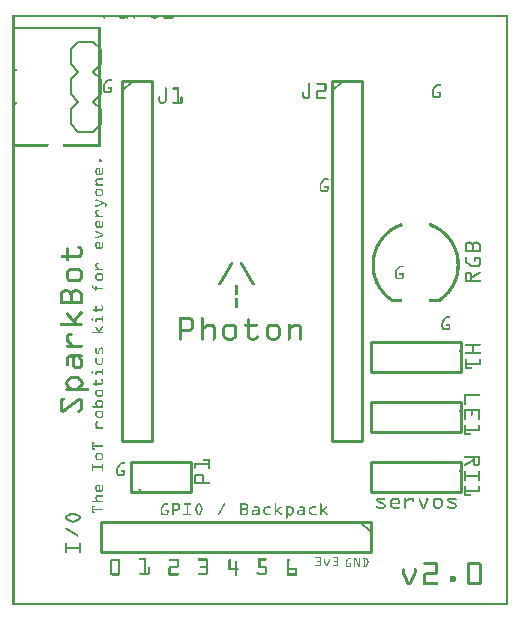
<source format=gto>
G04 MADE WITH FRITZING*
G04 WWW.FRITZING.ORG*
G04 DOUBLE SIDED*
G04 HOLES PLATED*
G04 CONTOUR ON CENTER OF CONTOUR VECTOR*
%ASAXBY*%
%FSLAX23Y23*%
%MOIN*%
%OFA0B0*%
%SFA1.0B1.0*%
%ADD10C,0.008000*%
%ADD11C,0.010000*%
%ADD12C,0.005000*%
%ADD13R,0.001000X0.001000*%
%LNSILK1*%
G90*
G70*
G54D10*
X219Y1780D02*
X194Y1805D01*
D02*
X194Y1805D02*
X194Y1855D01*
D02*
X194Y1855D02*
X219Y1880D01*
D02*
X269Y1880D02*
X294Y1855D01*
D02*
X294Y1855D02*
X294Y1805D01*
D02*
X294Y1805D02*
X269Y1780D01*
D02*
X194Y1605D02*
X194Y1655D01*
D02*
X194Y1655D02*
X219Y1680D01*
D02*
X269Y1680D02*
X294Y1655D01*
D02*
X219Y1680D02*
X194Y1705D01*
D02*
X194Y1705D02*
X194Y1755D01*
D02*
X194Y1755D02*
X219Y1780D01*
D02*
X269Y1780D02*
X294Y1755D01*
D02*
X294Y1755D02*
X294Y1705D01*
D02*
X294Y1705D02*
X269Y1680D01*
D02*
X219Y1580D02*
X269Y1580D01*
D02*
X194Y1605D02*
X219Y1580D01*
D02*
X269Y1580D02*
X294Y1605D01*
D02*
X294Y1655D02*
X294Y1605D01*
D02*
X219Y1880D02*
X269Y1880D01*
G54D11*
D02*
X366Y1749D02*
X366Y549D01*
D02*
X366Y549D02*
X466Y549D01*
D02*
X466Y549D02*
X466Y1749D01*
D02*
X466Y1749D02*
X366Y1749D01*
G54D12*
D02*
X366Y1714D02*
X401Y1749D01*
G54D11*
D02*
X1066Y1749D02*
X1066Y549D01*
D02*
X1066Y549D02*
X1166Y549D01*
D02*
X1166Y549D02*
X1166Y1749D01*
D02*
X1166Y1749D02*
X1066Y1749D01*
G54D12*
D02*
X1066Y1714D02*
X1101Y1749D01*
G54D11*
D02*
X394Y380D02*
X594Y380D01*
D02*
X594Y380D02*
X594Y480D01*
D02*
X594Y480D02*
X394Y480D01*
D02*
X394Y480D02*
X394Y380D01*
D02*
X1194Y280D02*
X294Y280D01*
D02*
X294Y280D02*
X294Y180D01*
D02*
X294Y180D02*
X1194Y180D01*
D02*
X1194Y180D02*
X1194Y280D01*
G54D12*
D02*
X1159Y280D02*
X1194Y245D01*
G54D11*
D02*
X1494Y480D02*
X1194Y480D01*
D02*
X1194Y480D02*
X1194Y380D01*
D02*
X1194Y380D02*
X1494Y380D01*
D02*
X1494Y380D02*
X1494Y480D01*
D02*
X1494Y680D02*
X1194Y680D01*
D02*
X1194Y680D02*
X1194Y580D01*
D02*
X1194Y580D02*
X1494Y580D01*
D02*
X1494Y580D02*
X1494Y680D01*
D02*
X1494Y880D02*
X1194Y880D01*
D02*
X1194Y880D02*
X1194Y780D01*
D02*
X1194Y780D02*
X1494Y780D01*
D02*
X1494Y780D02*
X1494Y880D01*
G54D13*
X0Y1969D02*
X1652Y1969D01*
X0Y1968D02*
X1652Y1968D01*
X0Y1967D02*
X1652Y1967D01*
X0Y1966D02*
X1652Y1966D01*
X0Y1965D02*
X1652Y1965D01*
X0Y1964D02*
X1652Y1964D01*
X0Y1963D02*
X1652Y1963D01*
X0Y1962D02*
X1652Y1962D01*
X0Y1961D02*
X7Y1961D01*
X302Y1961D02*
X308Y1961D01*
X354Y1961D02*
X385Y1961D01*
X403Y1961D02*
X409Y1961D01*
X461Y1961D02*
X484Y1961D01*
X503Y1961D02*
X537Y1961D01*
X1645Y1961D02*
X1652Y1961D01*
X0Y1960D02*
X7Y1960D01*
X302Y1960D02*
X308Y1960D01*
X355Y1960D02*
X385Y1960D01*
X403Y1960D02*
X409Y1960D01*
X462Y1960D02*
X484Y1960D01*
X503Y1960D02*
X537Y1960D01*
X1645Y1960D02*
X1652Y1960D01*
X0Y1959D02*
X7Y1959D01*
X302Y1959D02*
X308Y1959D01*
X356Y1959D02*
X377Y1959D01*
X380Y1959D02*
X385Y1959D01*
X403Y1959D02*
X408Y1959D01*
X463Y1959D02*
X483Y1959D01*
X503Y1959D02*
X536Y1959D01*
X1645Y1959D02*
X1652Y1959D01*
X0Y1958D02*
X7Y1958D01*
X303Y1958D02*
X308Y1958D01*
X357Y1958D02*
X376Y1958D01*
X381Y1958D02*
X385Y1958D01*
X403Y1958D02*
X408Y1958D01*
X465Y1958D02*
X481Y1958D01*
X504Y1958D02*
X536Y1958D01*
X1645Y1958D02*
X1652Y1958D01*
X0Y1957D02*
X7Y1957D01*
X304Y1957D02*
X307Y1957D01*
X359Y1957D02*
X374Y1957D01*
X381Y1957D02*
X384Y1957D01*
X404Y1957D02*
X407Y1957D01*
X467Y1957D02*
X479Y1957D01*
X505Y1957D02*
X535Y1957D01*
X1645Y1957D02*
X1652Y1957D01*
X0Y1956D02*
X7Y1956D01*
X1645Y1956D02*
X1652Y1956D01*
X0Y1955D02*
X7Y1955D01*
X1645Y1955D02*
X1652Y1955D01*
X0Y1954D02*
X7Y1954D01*
X1645Y1954D02*
X1652Y1954D01*
X0Y1953D02*
X7Y1953D01*
X1645Y1953D02*
X1652Y1953D01*
X0Y1952D02*
X7Y1952D01*
X1645Y1952D02*
X1652Y1952D01*
X0Y1951D02*
X7Y1951D01*
X1645Y1951D02*
X1652Y1951D01*
X0Y1950D02*
X7Y1950D01*
X1645Y1950D02*
X1652Y1950D01*
X0Y1949D02*
X7Y1949D01*
X1645Y1949D02*
X1652Y1949D01*
X0Y1948D02*
X7Y1948D01*
X1645Y1948D02*
X1652Y1948D01*
X0Y1947D02*
X7Y1947D01*
X1645Y1947D02*
X1652Y1947D01*
X0Y1946D02*
X7Y1946D01*
X1645Y1946D02*
X1652Y1946D01*
X0Y1945D02*
X7Y1945D01*
X1645Y1945D02*
X1652Y1945D01*
X0Y1944D02*
X7Y1944D01*
X1645Y1944D02*
X1652Y1944D01*
X0Y1943D02*
X7Y1943D01*
X1645Y1943D02*
X1652Y1943D01*
X0Y1942D02*
X7Y1942D01*
X1645Y1942D02*
X1652Y1942D01*
X0Y1941D02*
X7Y1941D01*
X1645Y1941D02*
X1652Y1941D01*
X0Y1940D02*
X7Y1940D01*
X1645Y1940D02*
X1652Y1940D01*
X0Y1939D02*
X7Y1939D01*
X1645Y1939D02*
X1652Y1939D01*
X0Y1938D02*
X7Y1938D01*
X1645Y1938D02*
X1652Y1938D01*
X0Y1937D02*
X7Y1937D01*
X1645Y1937D02*
X1652Y1937D01*
X0Y1936D02*
X7Y1936D01*
X1645Y1936D02*
X1652Y1936D01*
X0Y1935D02*
X7Y1935D01*
X1645Y1935D02*
X1652Y1935D01*
X0Y1934D02*
X7Y1934D01*
X1645Y1934D02*
X1652Y1934D01*
X0Y1933D02*
X7Y1933D01*
X1645Y1933D02*
X1652Y1933D01*
X0Y1932D02*
X7Y1932D01*
X1645Y1932D02*
X1652Y1932D01*
X0Y1931D02*
X7Y1931D01*
X1645Y1931D02*
X1652Y1931D01*
X0Y1930D02*
X293Y1930D01*
X1645Y1930D02*
X1652Y1930D01*
X0Y1929D02*
X293Y1929D01*
X1645Y1929D02*
X1652Y1929D01*
X0Y1928D02*
X293Y1928D01*
X1645Y1928D02*
X1652Y1928D01*
X0Y1927D02*
X293Y1927D01*
X1645Y1927D02*
X1652Y1927D01*
X0Y1926D02*
X293Y1926D01*
X1645Y1926D02*
X1652Y1926D01*
X0Y1925D02*
X293Y1925D01*
X1645Y1925D02*
X1652Y1925D01*
X0Y1924D02*
X293Y1924D01*
X1645Y1924D02*
X1652Y1924D01*
X0Y1923D02*
X293Y1923D01*
X1645Y1923D02*
X1652Y1923D01*
X0Y1922D02*
X7Y1922D01*
X286Y1922D02*
X293Y1922D01*
X1645Y1922D02*
X1652Y1922D01*
X0Y1921D02*
X7Y1921D01*
X286Y1921D02*
X293Y1921D01*
X1645Y1921D02*
X1652Y1921D01*
X0Y1920D02*
X7Y1920D01*
X286Y1920D02*
X293Y1920D01*
X1645Y1920D02*
X1652Y1920D01*
X0Y1919D02*
X7Y1919D01*
X286Y1919D02*
X293Y1919D01*
X1645Y1919D02*
X1652Y1919D01*
X0Y1918D02*
X7Y1918D01*
X286Y1918D02*
X293Y1918D01*
X1645Y1918D02*
X1652Y1918D01*
X0Y1917D02*
X7Y1917D01*
X286Y1917D02*
X293Y1917D01*
X1645Y1917D02*
X1652Y1917D01*
X0Y1916D02*
X7Y1916D01*
X286Y1916D02*
X293Y1916D01*
X1645Y1916D02*
X1652Y1916D01*
X0Y1915D02*
X7Y1915D01*
X286Y1915D02*
X293Y1915D01*
X1645Y1915D02*
X1652Y1915D01*
X0Y1914D02*
X7Y1914D01*
X286Y1914D02*
X293Y1914D01*
X1645Y1914D02*
X1652Y1914D01*
X0Y1913D02*
X7Y1913D01*
X286Y1913D02*
X293Y1913D01*
X1645Y1913D02*
X1652Y1913D01*
X0Y1912D02*
X7Y1912D01*
X286Y1912D02*
X293Y1912D01*
X1645Y1912D02*
X1652Y1912D01*
X0Y1911D02*
X7Y1911D01*
X286Y1911D02*
X293Y1911D01*
X1645Y1911D02*
X1652Y1911D01*
X0Y1910D02*
X7Y1910D01*
X286Y1910D02*
X293Y1910D01*
X1645Y1910D02*
X1652Y1910D01*
X0Y1909D02*
X7Y1909D01*
X286Y1909D02*
X293Y1909D01*
X1645Y1909D02*
X1652Y1909D01*
X0Y1908D02*
X7Y1908D01*
X286Y1908D02*
X293Y1908D01*
X1645Y1908D02*
X1652Y1908D01*
X0Y1907D02*
X7Y1907D01*
X286Y1907D02*
X293Y1907D01*
X1645Y1907D02*
X1652Y1907D01*
X0Y1906D02*
X7Y1906D01*
X286Y1906D02*
X293Y1906D01*
X1645Y1906D02*
X1652Y1906D01*
X0Y1905D02*
X7Y1905D01*
X286Y1905D02*
X293Y1905D01*
X1645Y1905D02*
X1652Y1905D01*
X0Y1904D02*
X7Y1904D01*
X286Y1904D02*
X293Y1904D01*
X1645Y1904D02*
X1652Y1904D01*
X0Y1903D02*
X7Y1903D01*
X286Y1903D02*
X293Y1903D01*
X1645Y1903D02*
X1652Y1903D01*
X0Y1902D02*
X7Y1902D01*
X286Y1902D02*
X293Y1902D01*
X1645Y1902D02*
X1652Y1902D01*
X0Y1901D02*
X7Y1901D01*
X286Y1901D02*
X293Y1901D01*
X1645Y1901D02*
X1652Y1901D01*
X0Y1900D02*
X7Y1900D01*
X286Y1900D02*
X293Y1900D01*
X1645Y1900D02*
X1652Y1900D01*
X0Y1899D02*
X7Y1899D01*
X286Y1899D02*
X293Y1899D01*
X1645Y1899D02*
X1652Y1899D01*
X0Y1898D02*
X7Y1898D01*
X286Y1898D02*
X293Y1898D01*
X1645Y1898D02*
X1652Y1898D01*
X0Y1897D02*
X7Y1897D01*
X286Y1897D02*
X293Y1897D01*
X1645Y1897D02*
X1652Y1897D01*
X0Y1896D02*
X7Y1896D01*
X286Y1896D02*
X293Y1896D01*
X1645Y1896D02*
X1652Y1896D01*
X0Y1895D02*
X7Y1895D01*
X286Y1895D02*
X293Y1895D01*
X1645Y1895D02*
X1652Y1895D01*
X0Y1894D02*
X7Y1894D01*
X286Y1894D02*
X293Y1894D01*
X1645Y1894D02*
X1652Y1894D01*
X0Y1893D02*
X7Y1893D01*
X286Y1893D02*
X293Y1893D01*
X1645Y1893D02*
X1652Y1893D01*
X0Y1892D02*
X7Y1892D01*
X286Y1892D02*
X293Y1892D01*
X1645Y1892D02*
X1652Y1892D01*
X0Y1891D02*
X7Y1891D01*
X286Y1891D02*
X293Y1891D01*
X1645Y1891D02*
X1652Y1891D01*
X0Y1890D02*
X7Y1890D01*
X286Y1890D02*
X293Y1890D01*
X1645Y1890D02*
X1652Y1890D01*
X0Y1889D02*
X7Y1889D01*
X286Y1889D02*
X293Y1889D01*
X1645Y1889D02*
X1652Y1889D01*
X0Y1888D02*
X7Y1888D01*
X286Y1888D02*
X293Y1888D01*
X1645Y1888D02*
X1652Y1888D01*
X0Y1887D02*
X7Y1887D01*
X286Y1887D02*
X293Y1887D01*
X1645Y1887D02*
X1652Y1887D01*
X0Y1886D02*
X7Y1886D01*
X286Y1886D02*
X293Y1886D01*
X1645Y1886D02*
X1652Y1886D01*
X0Y1885D02*
X7Y1885D01*
X286Y1885D02*
X293Y1885D01*
X1645Y1885D02*
X1652Y1885D01*
X0Y1884D02*
X7Y1884D01*
X286Y1884D02*
X293Y1884D01*
X1645Y1884D02*
X1652Y1884D01*
X0Y1883D02*
X7Y1883D01*
X286Y1883D02*
X293Y1883D01*
X1645Y1883D02*
X1652Y1883D01*
X0Y1882D02*
X7Y1882D01*
X286Y1882D02*
X293Y1882D01*
X1645Y1882D02*
X1652Y1882D01*
X0Y1881D02*
X7Y1881D01*
X286Y1881D02*
X293Y1881D01*
X1645Y1881D02*
X1652Y1881D01*
X0Y1880D02*
X7Y1880D01*
X286Y1880D02*
X293Y1880D01*
X1645Y1880D02*
X1652Y1880D01*
X0Y1879D02*
X7Y1879D01*
X286Y1879D02*
X293Y1879D01*
X1645Y1879D02*
X1652Y1879D01*
X0Y1878D02*
X7Y1878D01*
X286Y1878D02*
X293Y1878D01*
X1645Y1878D02*
X1652Y1878D01*
X0Y1877D02*
X7Y1877D01*
X286Y1877D02*
X293Y1877D01*
X1645Y1877D02*
X1652Y1877D01*
X0Y1876D02*
X7Y1876D01*
X286Y1876D02*
X293Y1876D01*
X1645Y1876D02*
X1652Y1876D01*
X0Y1875D02*
X7Y1875D01*
X286Y1875D02*
X293Y1875D01*
X1645Y1875D02*
X1652Y1875D01*
X0Y1874D02*
X7Y1874D01*
X286Y1874D02*
X293Y1874D01*
X1645Y1874D02*
X1652Y1874D01*
X0Y1873D02*
X7Y1873D01*
X286Y1873D02*
X293Y1873D01*
X1645Y1873D02*
X1652Y1873D01*
X0Y1872D02*
X7Y1872D01*
X286Y1872D02*
X293Y1872D01*
X1645Y1872D02*
X1652Y1872D01*
X0Y1871D02*
X7Y1871D01*
X286Y1871D02*
X293Y1871D01*
X1645Y1871D02*
X1652Y1871D01*
X0Y1870D02*
X7Y1870D01*
X286Y1870D02*
X293Y1870D01*
X1645Y1870D02*
X1652Y1870D01*
X0Y1869D02*
X7Y1869D01*
X286Y1869D02*
X293Y1869D01*
X1645Y1869D02*
X1652Y1869D01*
X0Y1868D02*
X7Y1868D01*
X286Y1868D02*
X293Y1868D01*
X1645Y1868D02*
X1652Y1868D01*
X0Y1867D02*
X7Y1867D01*
X286Y1867D02*
X293Y1867D01*
X1645Y1867D02*
X1652Y1867D01*
X0Y1866D02*
X7Y1866D01*
X286Y1866D02*
X293Y1866D01*
X1645Y1866D02*
X1652Y1866D01*
X0Y1865D02*
X7Y1865D01*
X286Y1865D02*
X293Y1865D01*
X1645Y1865D02*
X1652Y1865D01*
X0Y1864D02*
X7Y1864D01*
X286Y1864D02*
X293Y1864D01*
X1645Y1864D02*
X1652Y1864D01*
X0Y1863D02*
X7Y1863D01*
X286Y1863D02*
X293Y1863D01*
X1645Y1863D02*
X1652Y1863D01*
X0Y1862D02*
X7Y1862D01*
X286Y1862D02*
X293Y1862D01*
X1645Y1862D02*
X1652Y1862D01*
X0Y1861D02*
X7Y1861D01*
X286Y1861D02*
X293Y1861D01*
X1645Y1861D02*
X1652Y1861D01*
X0Y1860D02*
X7Y1860D01*
X286Y1860D02*
X293Y1860D01*
X1645Y1860D02*
X1652Y1860D01*
X0Y1859D02*
X7Y1859D01*
X286Y1859D02*
X293Y1859D01*
X1645Y1859D02*
X1652Y1859D01*
X0Y1858D02*
X7Y1858D01*
X286Y1858D02*
X293Y1858D01*
X1645Y1858D02*
X1652Y1858D01*
X0Y1857D02*
X7Y1857D01*
X286Y1857D02*
X293Y1857D01*
X1645Y1857D02*
X1652Y1857D01*
X0Y1856D02*
X7Y1856D01*
X286Y1856D02*
X293Y1856D01*
X1645Y1856D02*
X1652Y1856D01*
X0Y1855D02*
X7Y1855D01*
X286Y1855D02*
X293Y1855D01*
X1645Y1855D02*
X1652Y1855D01*
X0Y1854D02*
X7Y1854D01*
X286Y1854D02*
X293Y1854D01*
X1645Y1854D02*
X1652Y1854D01*
X0Y1853D02*
X7Y1853D01*
X286Y1853D02*
X293Y1853D01*
X1645Y1853D02*
X1652Y1853D01*
X0Y1852D02*
X7Y1852D01*
X286Y1852D02*
X293Y1852D01*
X1645Y1852D02*
X1652Y1852D01*
X0Y1851D02*
X7Y1851D01*
X286Y1851D02*
X293Y1851D01*
X1645Y1851D02*
X1652Y1851D01*
X0Y1850D02*
X7Y1850D01*
X286Y1850D02*
X293Y1850D01*
X1645Y1850D02*
X1652Y1850D01*
X0Y1849D02*
X7Y1849D01*
X286Y1849D02*
X293Y1849D01*
X1645Y1849D02*
X1652Y1849D01*
X0Y1848D02*
X7Y1848D01*
X286Y1848D02*
X293Y1848D01*
X1645Y1848D02*
X1652Y1848D01*
X0Y1847D02*
X7Y1847D01*
X286Y1847D02*
X293Y1847D01*
X1645Y1847D02*
X1652Y1847D01*
X0Y1846D02*
X7Y1846D01*
X286Y1846D02*
X293Y1846D01*
X1645Y1846D02*
X1652Y1846D01*
X0Y1845D02*
X7Y1845D01*
X286Y1845D02*
X293Y1845D01*
X1645Y1845D02*
X1652Y1845D01*
X0Y1844D02*
X7Y1844D01*
X286Y1844D02*
X293Y1844D01*
X1645Y1844D02*
X1652Y1844D01*
X0Y1843D02*
X7Y1843D01*
X286Y1843D02*
X293Y1843D01*
X1645Y1843D02*
X1652Y1843D01*
X0Y1842D02*
X7Y1842D01*
X286Y1842D02*
X293Y1842D01*
X1645Y1842D02*
X1652Y1842D01*
X0Y1841D02*
X7Y1841D01*
X286Y1841D02*
X293Y1841D01*
X1645Y1841D02*
X1652Y1841D01*
X0Y1840D02*
X7Y1840D01*
X286Y1840D02*
X293Y1840D01*
X1645Y1840D02*
X1652Y1840D01*
X0Y1839D02*
X7Y1839D01*
X286Y1839D02*
X293Y1839D01*
X1645Y1839D02*
X1652Y1839D01*
X0Y1838D02*
X7Y1838D01*
X286Y1838D02*
X293Y1838D01*
X1645Y1838D02*
X1652Y1838D01*
X0Y1837D02*
X7Y1837D01*
X286Y1837D02*
X293Y1837D01*
X1645Y1837D02*
X1652Y1837D01*
X0Y1836D02*
X7Y1836D01*
X286Y1836D02*
X293Y1836D01*
X1645Y1836D02*
X1652Y1836D01*
X0Y1835D02*
X7Y1835D01*
X286Y1835D02*
X293Y1835D01*
X1645Y1835D02*
X1652Y1835D01*
X0Y1834D02*
X7Y1834D01*
X286Y1834D02*
X293Y1834D01*
X1645Y1834D02*
X1652Y1834D01*
X0Y1833D02*
X7Y1833D01*
X286Y1833D02*
X293Y1833D01*
X1645Y1833D02*
X1652Y1833D01*
X0Y1832D02*
X7Y1832D01*
X286Y1832D02*
X293Y1832D01*
X1645Y1832D02*
X1652Y1832D01*
X0Y1831D02*
X7Y1831D01*
X286Y1831D02*
X293Y1831D01*
X1645Y1831D02*
X1652Y1831D01*
X0Y1830D02*
X7Y1830D01*
X286Y1830D02*
X293Y1830D01*
X1645Y1830D02*
X1652Y1830D01*
X0Y1829D02*
X7Y1829D01*
X286Y1829D02*
X293Y1829D01*
X1645Y1829D02*
X1652Y1829D01*
X0Y1828D02*
X7Y1828D01*
X286Y1828D02*
X293Y1828D01*
X1645Y1828D02*
X1652Y1828D01*
X0Y1827D02*
X7Y1827D01*
X286Y1827D02*
X293Y1827D01*
X1645Y1827D02*
X1652Y1827D01*
X0Y1826D02*
X7Y1826D01*
X286Y1826D02*
X293Y1826D01*
X1645Y1826D02*
X1652Y1826D01*
X0Y1825D02*
X7Y1825D01*
X286Y1825D02*
X293Y1825D01*
X1645Y1825D02*
X1652Y1825D01*
X0Y1824D02*
X7Y1824D01*
X286Y1824D02*
X293Y1824D01*
X1645Y1824D02*
X1652Y1824D01*
X0Y1823D02*
X7Y1823D01*
X286Y1823D02*
X293Y1823D01*
X1645Y1823D02*
X1652Y1823D01*
X0Y1822D02*
X7Y1822D01*
X286Y1822D02*
X293Y1822D01*
X1645Y1822D02*
X1652Y1822D01*
X0Y1821D02*
X7Y1821D01*
X286Y1821D02*
X293Y1821D01*
X1645Y1821D02*
X1652Y1821D01*
X0Y1820D02*
X7Y1820D01*
X286Y1820D02*
X293Y1820D01*
X1645Y1820D02*
X1652Y1820D01*
X0Y1819D02*
X7Y1819D01*
X286Y1819D02*
X293Y1819D01*
X1645Y1819D02*
X1652Y1819D01*
X0Y1818D02*
X7Y1818D01*
X286Y1818D02*
X293Y1818D01*
X1645Y1818D02*
X1652Y1818D01*
X0Y1817D02*
X7Y1817D01*
X286Y1817D02*
X293Y1817D01*
X1645Y1817D02*
X1652Y1817D01*
X0Y1816D02*
X7Y1816D01*
X286Y1816D02*
X293Y1816D01*
X1645Y1816D02*
X1652Y1816D01*
X0Y1815D02*
X7Y1815D01*
X286Y1815D02*
X293Y1815D01*
X1645Y1815D02*
X1652Y1815D01*
X0Y1814D02*
X7Y1814D01*
X286Y1814D02*
X293Y1814D01*
X1645Y1814D02*
X1652Y1814D01*
X0Y1813D02*
X7Y1813D01*
X286Y1813D02*
X293Y1813D01*
X1645Y1813D02*
X1652Y1813D01*
X0Y1812D02*
X7Y1812D01*
X286Y1812D02*
X293Y1812D01*
X1645Y1812D02*
X1652Y1812D01*
X0Y1811D02*
X7Y1811D01*
X286Y1811D02*
X293Y1811D01*
X1645Y1811D02*
X1652Y1811D01*
X0Y1810D02*
X7Y1810D01*
X286Y1810D02*
X293Y1810D01*
X1645Y1810D02*
X1652Y1810D01*
X0Y1809D02*
X7Y1809D01*
X286Y1809D02*
X293Y1809D01*
X1645Y1809D02*
X1652Y1809D01*
X0Y1808D02*
X7Y1808D01*
X286Y1808D02*
X293Y1808D01*
X1645Y1808D02*
X1652Y1808D01*
X0Y1807D02*
X7Y1807D01*
X286Y1807D02*
X293Y1807D01*
X1645Y1807D02*
X1652Y1807D01*
X0Y1806D02*
X7Y1806D01*
X286Y1806D02*
X293Y1806D01*
X1645Y1806D02*
X1652Y1806D01*
X0Y1805D02*
X7Y1805D01*
X286Y1805D02*
X293Y1805D01*
X1645Y1805D02*
X1652Y1805D01*
X0Y1804D02*
X7Y1804D01*
X286Y1804D02*
X293Y1804D01*
X1645Y1804D02*
X1652Y1804D01*
X0Y1803D02*
X7Y1803D01*
X286Y1803D02*
X293Y1803D01*
X1645Y1803D02*
X1652Y1803D01*
X0Y1802D02*
X7Y1802D01*
X286Y1802D02*
X293Y1802D01*
X1645Y1802D02*
X1652Y1802D01*
X0Y1801D02*
X7Y1801D01*
X286Y1801D02*
X293Y1801D01*
X1645Y1801D02*
X1652Y1801D01*
X0Y1800D02*
X7Y1800D01*
X286Y1800D02*
X293Y1800D01*
X1645Y1800D02*
X1652Y1800D01*
X0Y1799D02*
X7Y1799D01*
X286Y1799D02*
X293Y1799D01*
X1645Y1799D02*
X1652Y1799D01*
X0Y1798D02*
X7Y1798D01*
X286Y1798D02*
X293Y1798D01*
X1645Y1798D02*
X1652Y1798D01*
X0Y1797D02*
X7Y1797D01*
X286Y1797D02*
X293Y1797D01*
X1645Y1797D02*
X1652Y1797D01*
X0Y1796D02*
X7Y1796D01*
X286Y1796D02*
X293Y1796D01*
X1645Y1796D02*
X1652Y1796D01*
X0Y1795D02*
X7Y1795D01*
X286Y1795D02*
X293Y1795D01*
X1645Y1795D02*
X1652Y1795D01*
X0Y1794D02*
X7Y1794D01*
X286Y1794D02*
X293Y1794D01*
X1645Y1794D02*
X1652Y1794D01*
X0Y1793D02*
X7Y1793D01*
X286Y1793D02*
X293Y1793D01*
X1645Y1793D02*
X1652Y1793D01*
X0Y1792D02*
X7Y1792D01*
X286Y1792D02*
X293Y1792D01*
X1645Y1792D02*
X1652Y1792D01*
X0Y1791D02*
X7Y1791D01*
X286Y1791D02*
X293Y1791D01*
X1645Y1791D02*
X1652Y1791D01*
X0Y1790D02*
X13Y1790D01*
X286Y1790D02*
X293Y1790D01*
X1645Y1790D02*
X1652Y1790D01*
X0Y1789D02*
X14Y1789D01*
X286Y1789D02*
X293Y1789D01*
X1645Y1789D02*
X1652Y1789D01*
X0Y1788D02*
X14Y1788D01*
X286Y1788D02*
X293Y1788D01*
X1645Y1788D02*
X1652Y1788D01*
X0Y1787D02*
X14Y1787D01*
X286Y1787D02*
X293Y1787D01*
X1645Y1787D02*
X1652Y1787D01*
X0Y1786D02*
X14Y1786D01*
X286Y1786D02*
X293Y1786D01*
X1645Y1786D02*
X1652Y1786D01*
X0Y1785D02*
X14Y1785D01*
X286Y1785D02*
X293Y1785D01*
X1645Y1785D02*
X1652Y1785D01*
X0Y1784D02*
X13Y1784D01*
X286Y1784D02*
X293Y1784D01*
X1645Y1784D02*
X1652Y1784D01*
X0Y1783D02*
X12Y1783D01*
X286Y1783D02*
X293Y1783D01*
X1645Y1783D02*
X1652Y1783D01*
X0Y1782D02*
X7Y1782D01*
X286Y1782D02*
X293Y1782D01*
X1645Y1782D02*
X1652Y1782D01*
X0Y1781D02*
X7Y1781D01*
X286Y1781D02*
X293Y1781D01*
X1645Y1781D02*
X1652Y1781D01*
X0Y1780D02*
X7Y1780D01*
X286Y1780D02*
X293Y1780D01*
X1645Y1780D02*
X1652Y1780D01*
X0Y1779D02*
X7Y1779D01*
X286Y1779D02*
X293Y1779D01*
X1645Y1779D02*
X1652Y1779D01*
X0Y1778D02*
X7Y1778D01*
X286Y1778D02*
X293Y1778D01*
X1645Y1778D02*
X1652Y1778D01*
X0Y1777D02*
X7Y1777D01*
X286Y1777D02*
X293Y1777D01*
X1645Y1777D02*
X1652Y1777D01*
X0Y1776D02*
X7Y1776D01*
X286Y1776D02*
X293Y1776D01*
X1645Y1776D02*
X1652Y1776D01*
X0Y1775D02*
X7Y1775D01*
X286Y1775D02*
X293Y1775D01*
X1645Y1775D02*
X1652Y1775D01*
X0Y1774D02*
X7Y1774D01*
X286Y1774D02*
X293Y1774D01*
X1645Y1774D02*
X1652Y1774D01*
X0Y1773D02*
X7Y1773D01*
X286Y1773D02*
X293Y1773D01*
X1645Y1773D02*
X1652Y1773D01*
X0Y1772D02*
X7Y1772D01*
X286Y1772D02*
X293Y1772D01*
X1645Y1772D02*
X1652Y1772D01*
X0Y1771D02*
X7Y1771D01*
X286Y1771D02*
X293Y1771D01*
X1645Y1771D02*
X1652Y1771D01*
X0Y1770D02*
X7Y1770D01*
X286Y1770D02*
X293Y1770D01*
X1645Y1770D02*
X1652Y1770D01*
X0Y1769D02*
X7Y1769D01*
X286Y1769D02*
X293Y1769D01*
X1645Y1769D02*
X1652Y1769D01*
X0Y1768D02*
X7Y1768D01*
X286Y1768D02*
X293Y1768D01*
X1645Y1768D02*
X1652Y1768D01*
X0Y1767D02*
X7Y1767D01*
X286Y1767D02*
X293Y1767D01*
X1645Y1767D02*
X1652Y1767D01*
X0Y1766D02*
X7Y1766D01*
X286Y1766D02*
X293Y1766D01*
X1645Y1766D02*
X1652Y1766D01*
X0Y1765D02*
X7Y1765D01*
X286Y1765D02*
X293Y1765D01*
X1645Y1765D02*
X1652Y1765D01*
X0Y1764D02*
X7Y1764D01*
X286Y1764D02*
X293Y1764D01*
X1645Y1764D02*
X1652Y1764D01*
X0Y1763D02*
X7Y1763D01*
X286Y1763D02*
X293Y1763D01*
X1645Y1763D02*
X1652Y1763D01*
X0Y1762D02*
X7Y1762D01*
X286Y1762D02*
X293Y1762D01*
X1645Y1762D02*
X1652Y1762D01*
X0Y1761D02*
X7Y1761D01*
X286Y1761D02*
X293Y1761D01*
X1645Y1761D02*
X1652Y1761D01*
X0Y1760D02*
X7Y1760D01*
X286Y1760D02*
X293Y1760D01*
X1645Y1760D02*
X1652Y1760D01*
X0Y1759D02*
X7Y1759D01*
X286Y1759D02*
X293Y1759D01*
X1645Y1759D02*
X1652Y1759D01*
X0Y1758D02*
X7Y1758D01*
X286Y1758D02*
X293Y1758D01*
X1645Y1758D02*
X1652Y1758D01*
X0Y1757D02*
X7Y1757D01*
X286Y1757D02*
X293Y1757D01*
X1645Y1757D02*
X1652Y1757D01*
X0Y1756D02*
X7Y1756D01*
X286Y1756D02*
X293Y1756D01*
X1645Y1756D02*
X1652Y1756D01*
X0Y1755D02*
X7Y1755D01*
X286Y1755D02*
X293Y1755D01*
X1645Y1755D02*
X1652Y1755D01*
X0Y1754D02*
X7Y1754D01*
X286Y1754D02*
X293Y1754D01*
X317Y1754D02*
X330Y1754D01*
X1645Y1754D02*
X1652Y1754D01*
X0Y1753D02*
X7Y1753D01*
X286Y1753D02*
X293Y1753D01*
X315Y1753D02*
X331Y1753D01*
X1645Y1753D02*
X1652Y1753D01*
X0Y1752D02*
X7Y1752D01*
X286Y1752D02*
X293Y1752D01*
X314Y1752D02*
X331Y1752D01*
X1645Y1752D02*
X1652Y1752D01*
X0Y1751D02*
X7Y1751D01*
X286Y1751D02*
X293Y1751D01*
X313Y1751D02*
X331Y1751D01*
X1645Y1751D02*
X1652Y1751D01*
X0Y1750D02*
X7Y1750D01*
X286Y1750D02*
X293Y1750D01*
X312Y1750D02*
X331Y1750D01*
X1645Y1750D02*
X1652Y1750D01*
X0Y1749D02*
X7Y1749D01*
X286Y1749D02*
X293Y1749D01*
X312Y1749D02*
X330Y1749D01*
X1645Y1749D02*
X1652Y1749D01*
X0Y1748D02*
X7Y1748D01*
X286Y1748D02*
X293Y1748D01*
X311Y1748D02*
X318Y1748D01*
X1645Y1748D02*
X1652Y1748D01*
X0Y1747D02*
X7Y1747D01*
X286Y1747D02*
X293Y1747D01*
X310Y1747D02*
X317Y1747D01*
X1645Y1747D02*
X1652Y1747D01*
X0Y1746D02*
X7Y1746D01*
X286Y1746D02*
X293Y1746D01*
X309Y1746D02*
X316Y1746D01*
X1645Y1746D02*
X1652Y1746D01*
X0Y1745D02*
X7Y1745D01*
X286Y1745D02*
X293Y1745D01*
X309Y1745D02*
X315Y1745D01*
X1645Y1745D02*
X1652Y1745D01*
X0Y1744D02*
X7Y1744D01*
X286Y1744D02*
X293Y1744D01*
X308Y1744D02*
X314Y1744D01*
X1645Y1744D02*
X1652Y1744D01*
X0Y1743D02*
X7Y1743D01*
X286Y1743D02*
X293Y1743D01*
X307Y1743D02*
X314Y1743D01*
X989Y1743D02*
X990Y1743D01*
X1015Y1743D02*
X1040Y1743D01*
X1645Y1743D02*
X1652Y1743D01*
X0Y1742D02*
X7Y1742D01*
X286Y1742D02*
X293Y1742D01*
X306Y1742D02*
X313Y1742D01*
X987Y1742D02*
X991Y1742D01*
X1013Y1742D02*
X1043Y1742D01*
X1645Y1742D02*
X1652Y1742D01*
X0Y1741D02*
X7Y1741D01*
X286Y1741D02*
X293Y1741D01*
X305Y1741D02*
X312Y1741D01*
X986Y1741D02*
X992Y1741D01*
X1013Y1741D02*
X1044Y1741D01*
X1645Y1741D02*
X1652Y1741D01*
X0Y1740D02*
X7Y1740D01*
X286Y1740D02*
X293Y1740D01*
X305Y1740D02*
X311Y1740D01*
X986Y1740D02*
X992Y1740D01*
X1012Y1740D02*
X1045Y1740D01*
X1645Y1740D02*
X1652Y1740D01*
X0Y1739D02*
X7Y1739D01*
X286Y1739D02*
X293Y1739D01*
X304Y1739D02*
X310Y1739D01*
X986Y1739D02*
X992Y1739D01*
X1012Y1739D02*
X1045Y1739D01*
X1645Y1739D02*
X1652Y1739D01*
X0Y1738D02*
X7Y1738D01*
X286Y1738D02*
X293Y1738D01*
X304Y1738D02*
X310Y1738D01*
X986Y1738D02*
X992Y1738D01*
X1013Y1738D02*
X1046Y1738D01*
X1413Y1738D02*
X1426Y1738D01*
X1645Y1738D02*
X1652Y1738D01*
X0Y1737D02*
X7Y1737D01*
X286Y1737D02*
X293Y1737D01*
X303Y1737D02*
X309Y1737D01*
X986Y1737D02*
X992Y1737D01*
X1014Y1737D02*
X1046Y1737D01*
X1411Y1737D02*
X1427Y1737D01*
X1645Y1737D02*
X1652Y1737D01*
X0Y1736D02*
X7Y1736D01*
X286Y1736D02*
X293Y1736D01*
X303Y1736D02*
X308Y1736D01*
X986Y1736D02*
X992Y1736D01*
X1040Y1736D02*
X1046Y1736D01*
X1410Y1736D02*
X1427Y1736D01*
X1645Y1736D02*
X1652Y1736D01*
X0Y1735D02*
X7Y1735D01*
X286Y1735D02*
X293Y1735D01*
X303Y1735D02*
X308Y1735D01*
X986Y1735D02*
X992Y1735D01*
X1040Y1735D02*
X1046Y1735D01*
X1409Y1735D02*
X1427Y1735D01*
X1645Y1735D02*
X1652Y1735D01*
X0Y1734D02*
X7Y1734D01*
X286Y1734D02*
X293Y1734D01*
X303Y1734D02*
X308Y1734D01*
X986Y1734D02*
X992Y1734D01*
X1040Y1734D02*
X1046Y1734D01*
X1409Y1734D02*
X1427Y1734D01*
X1645Y1734D02*
X1652Y1734D01*
X0Y1733D02*
X7Y1733D01*
X286Y1733D02*
X293Y1733D01*
X303Y1733D02*
X308Y1733D01*
X986Y1733D02*
X992Y1733D01*
X1040Y1733D02*
X1046Y1733D01*
X1408Y1733D02*
X1425Y1733D01*
X1645Y1733D02*
X1652Y1733D01*
X0Y1732D02*
X7Y1732D01*
X286Y1732D02*
X293Y1732D01*
X303Y1732D02*
X308Y1732D01*
X986Y1732D02*
X992Y1732D01*
X1040Y1732D02*
X1046Y1732D01*
X1407Y1732D02*
X1414Y1732D01*
X1645Y1732D02*
X1652Y1732D01*
X0Y1731D02*
X7Y1731D01*
X286Y1731D02*
X293Y1731D01*
X303Y1731D02*
X308Y1731D01*
X986Y1731D02*
X992Y1731D01*
X1040Y1731D02*
X1046Y1731D01*
X1406Y1731D02*
X1413Y1731D01*
X1645Y1731D02*
X1652Y1731D01*
X0Y1730D02*
X7Y1730D01*
X286Y1730D02*
X293Y1730D01*
X303Y1730D02*
X308Y1730D01*
X986Y1730D02*
X992Y1730D01*
X1040Y1730D02*
X1046Y1730D01*
X1405Y1730D02*
X1412Y1730D01*
X1645Y1730D02*
X1652Y1730D01*
X0Y1729D02*
X7Y1729D01*
X286Y1729D02*
X293Y1729D01*
X303Y1729D02*
X308Y1729D01*
X319Y1729D02*
X331Y1729D01*
X986Y1729D02*
X992Y1729D01*
X1040Y1729D02*
X1046Y1729D01*
X1405Y1729D02*
X1411Y1729D01*
X1645Y1729D02*
X1652Y1729D01*
X0Y1728D02*
X7Y1728D01*
X286Y1728D02*
X293Y1728D01*
X303Y1728D02*
X308Y1728D01*
X318Y1728D02*
X331Y1728D01*
X986Y1728D02*
X992Y1728D01*
X1040Y1728D02*
X1046Y1728D01*
X1404Y1728D02*
X1410Y1728D01*
X1645Y1728D02*
X1652Y1728D01*
X0Y1727D02*
X7Y1727D01*
X286Y1727D02*
X293Y1727D01*
X303Y1727D02*
X308Y1727D01*
X317Y1727D02*
X331Y1727D01*
X508Y1727D02*
X511Y1727D01*
X534Y1727D02*
X553Y1727D01*
X986Y1727D02*
X992Y1727D01*
X1040Y1727D02*
X1046Y1727D01*
X1403Y1727D02*
X1410Y1727D01*
X1645Y1727D02*
X1652Y1727D01*
X0Y1726D02*
X7Y1726D01*
X286Y1726D02*
X293Y1726D01*
X303Y1726D02*
X308Y1726D01*
X317Y1726D02*
X331Y1726D01*
X507Y1726D02*
X512Y1726D01*
X533Y1726D02*
X553Y1726D01*
X986Y1726D02*
X992Y1726D01*
X1040Y1726D02*
X1046Y1726D01*
X1402Y1726D02*
X1409Y1726D01*
X1645Y1726D02*
X1652Y1726D01*
X0Y1725D02*
X7Y1725D01*
X286Y1725D02*
X293Y1725D01*
X303Y1725D02*
X308Y1725D01*
X318Y1725D02*
X331Y1725D01*
X507Y1725D02*
X513Y1725D01*
X533Y1725D02*
X553Y1725D01*
X986Y1725D02*
X992Y1725D01*
X1040Y1725D02*
X1046Y1725D01*
X1402Y1725D02*
X1408Y1725D01*
X1645Y1725D02*
X1652Y1725D01*
X0Y1724D02*
X7Y1724D01*
X286Y1724D02*
X293Y1724D01*
X303Y1724D02*
X308Y1724D01*
X319Y1724D02*
X331Y1724D01*
X507Y1724D02*
X513Y1724D01*
X533Y1724D02*
X553Y1724D01*
X986Y1724D02*
X992Y1724D01*
X1040Y1724D02*
X1046Y1724D01*
X1401Y1724D02*
X1407Y1724D01*
X1645Y1724D02*
X1652Y1724D01*
X0Y1723D02*
X7Y1723D01*
X286Y1723D02*
X293Y1723D01*
X303Y1723D02*
X308Y1723D01*
X326Y1723D02*
X331Y1723D01*
X507Y1723D02*
X513Y1723D01*
X533Y1723D02*
X553Y1723D01*
X986Y1723D02*
X992Y1723D01*
X1040Y1723D02*
X1046Y1723D01*
X1400Y1723D02*
X1407Y1723D01*
X1645Y1723D02*
X1652Y1723D01*
X0Y1722D02*
X7Y1722D01*
X286Y1722D02*
X293Y1722D01*
X303Y1722D02*
X308Y1722D01*
X326Y1722D02*
X331Y1722D01*
X507Y1722D02*
X513Y1722D01*
X534Y1722D02*
X553Y1722D01*
X986Y1722D02*
X992Y1722D01*
X1040Y1722D02*
X1046Y1722D01*
X1400Y1722D02*
X1406Y1722D01*
X1645Y1722D02*
X1652Y1722D01*
X0Y1721D02*
X7Y1721D01*
X286Y1721D02*
X293Y1721D01*
X303Y1721D02*
X308Y1721D01*
X326Y1721D02*
X331Y1721D01*
X507Y1721D02*
X513Y1721D01*
X535Y1721D02*
X553Y1721D01*
X986Y1721D02*
X992Y1721D01*
X1040Y1721D02*
X1046Y1721D01*
X1399Y1721D02*
X1405Y1721D01*
X1645Y1721D02*
X1652Y1721D01*
X0Y1720D02*
X7Y1720D01*
X286Y1720D02*
X293Y1720D01*
X303Y1720D02*
X308Y1720D01*
X326Y1720D02*
X331Y1720D01*
X507Y1720D02*
X513Y1720D01*
X547Y1720D02*
X553Y1720D01*
X986Y1720D02*
X992Y1720D01*
X1040Y1720D02*
X1046Y1720D01*
X1399Y1720D02*
X1405Y1720D01*
X1645Y1720D02*
X1652Y1720D01*
X0Y1719D02*
X7Y1719D01*
X286Y1719D02*
X293Y1719D01*
X303Y1719D02*
X308Y1719D01*
X326Y1719D02*
X331Y1719D01*
X507Y1719D02*
X513Y1719D01*
X547Y1719D02*
X553Y1719D01*
X986Y1719D02*
X992Y1719D01*
X1017Y1719D02*
X1046Y1719D01*
X1399Y1719D02*
X1404Y1719D01*
X1645Y1719D02*
X1652Y1719D01*
X0Y1718D02*
X7Y1718D01*
X286Y1718D02*
X293Y1718D01*
X303Y1718D02*
X308Y1718D01*
X326Y1718D02*
X331Y1718D01*
X507Y1718D02*
X513Y1718D01*
X547Y1718D02*
X553Y1718D01*
X986Y1718D02*
X992Y1718D01*
X1015Y1718D02*
X1046Y1718D01*
X1399Y1718D02*
X1404Y1718D01*
X1645Y1718D02*
X1652Y1718D01*
X0Y1717D02*
X7Y1717D01*
X286Y1717D02*
X293Y1717D01*
X303Y1717D02*
X308Y1717D01*
X326Y1717D02*
X331Y1717D01*
X507Y1717D02*
X513Y1717D01*
X547Y1717D02*
X553Y1717D01*
X986Y1717D02*
X992Y1717D01*
X1014Y1717D02*
X1045Y1717D01*
X1399Y1717D02*
X1404Y1717D01*
X1645Y1717D02*
X1652Y1717D01*
X0Y1716D02*
X7Y1716D01*
X286Y1716D02*
X293Y1716D01*
X303Y1716D02*
X308Y1716D01*
X326Y1716D02*
X331Y1716D01*
X507Y1716D02*
X513Y1716D01*
X547Y1716D02*
X553Y1716D01*
X986Y1716D02*
X992Y1716D01*
X1013Y1716D02*
X1045Y1716D01*
X1399Y1716D02*
X1404Y1716D01*
X1645Y1716D02*
X1652Y1716D01*
X0Y1715D02*
X7Y1715D01*
X286Y1715D02*
X293Y1715D01*
X303Y1715D02*
X309Y1715D01*
X325Y1715D02*
X331Y1715D01*
X507Y1715D02*
X513Y1715D01*
X547Y1715D02*
X553Y1715D01*
X986Y1715D02*
X992Y1715D01*
X1013Y1715D02*
X1044Y1715D01*
X1399Y1715D02*
X1404Y1715D01*
X1645Y1715D02*
X1652Y1715D01*
X0Y1714D02*
X7Y1714D01*
X286Y1714D02*
X293Y1714D01*
X303Y1714D02*
X330Y1714D01*
X507Y1714D02*
X513Y1714D01*
X547Y1714D02*
X553Y1714D01*
X986Y1714D02*
X992Y1714D01*
X1012Y1714D02*
X1043Y1714D01*
X1399Y1714D02*
X1404Y1714D01*
X1645Y1714D02*
X1652Y1714D01*
X0Y1713D02*
X7Y1713D01*
X286Y1713D02*
X293Y1713D01*
X304Y1713D02*
X330Y1713D01*
X507Y1713D02*
X513Y1713D01*
X547Y1713D02*
X553Y1713D01*
X967Y1713D02*
X970Y1713D01*
X986Y1713D02*
X992Y1713D01*
X1012Y1713D02*
X1041Y1713D01*
X1399Y1713D02*
X1404Y1713D01*
X1415Y1713D02*
X1427Y1713D01*
X1645Y1713D02*
X1652Y1713D01*
X0Y1712D02*
X7Y1712D01*
X286Y1712D02*
X293Y1712D01*
X304Y1712D02*
X329Y1712D01*
X507Y1712D02*
X513Y1712D01*
X547Y1712D02*
X553Y1712D01*
X966Y1712D02*
X971Y1712D01*
X986Y1712D02*
X992Y1712D01*
X1012Y1712D02*
X1018Y1712D01*
X1399Y1712D02*
X1404Y1712D01*
X1414Y1712D02*
X1427Y1712D01*
X1645Y1712D02*
X1652Y1712D01*
X0Y1711D02*
X7Y1711D01*
X286Y1711D02*
X293Y1711D01*
X305Y1711D02*
X328Y1711D01*
X507Y1711D02*
X513Y1711D01*
X547Y1711D02*
X553Y1711D01*
X966Y1711D02*
X971Y1711D01*
X986Y1711D02*
X992Y1711D01*
X1012Y1711D02*
X1018Y1711D01*
X1399Y1711D02*
X1404Y1711D01*
X1414Y1711D02*
X1427Y1711D01*
X1645Y1711D02*
X1652Y1711D01*
X0Y1710D02*
X7Y1710D01*
X286Y1710D02*
X293Y1710D01*
X307Y1710D02*
X327Y1710D01*
X507Y1710D02*
X513Y1710D01*
X547Y1710D02*
X553Y1710D01*
X966Y1710D02*
X972Y1710D01*
X986Y1710D02*
X992Y1710D01*
X1012Y1710D02*
X1018Y1710D01*
X1399Y1710D02*
X1404Y1710D01*
X1414Y1710D02*
X1427Y1710D01*
X1645Y1710D02*
X1652Y1710D01*
X0Y1709D02*
X7Y1709D01*
X286Y1709D02*
X293Y1709D01*
X308Y1709D02*
X325Y1709D01*
X507Y1709D02*
X513Y1709D01*
X547Y1709D02*
X553Y1709D01*
X965Y1709D02*
X972Y1709D01*
X986Y1709D02*
X992Y1709D01*
X1012Y1709D02*
X1018Y1709D01*
X1399Y1709D02*
X1404Y1709D01*
X1414Y1709D02*
X1427Y1709D01*
X1645Y1709D02*
X1652Y1709D01*
X0Y1708D02*
X7Y1708D01*
X286Y1708D02*
X293Y1708D01*
X507Y1708D02*
X513Y1708D01*
X547Y1708D02*
X553Y1708D01*
X965Y1708D02*
X972Y1708D01*
X986Y1708D02*
X992Y1708D01*
X1012Y1708D02*
X1018Y1708D01*
X1399Y1708D02*
X1404Y1708D01*
X1415Y1708D02*
X1427Y1708D01*
X1645Y1708D02*
X1652Y1708D01*
X0Y1707D02*
X7Y1707D01*
X286Y1707D02*
X293Y1707D01*
X507Y1707D02*
X513Y1707D01*
X547Y1707D02*
X553Y1707D01*
X965Y1707D02*
X972Y1707D01*
X986Y1707D02*
X992Y1707D01*
X1012Y1707D02*
X1018Y1707D01*
X1399Y1707D02*
X1404Y1707D01*
X1422Y1707D02*
X1427Y1707D01*
X1645Y1707D02*
X1652Y1707D01*
X0Y1706D02*
X7Y1706D01*
X286Y1706D02*
X293Y1706D01*
X507Y1706D02*
X513Y1706D01*
X547Y1706D02*
X553Y1706D01*
X965Y1706D02*
X972Y1706D01*
X986Y1706D02*
X992Y1706D01*
X1012Y1706D02*
X1018Y1706D01*
X1399Y1706D02*
X1404Y1706D01*
X1422Y1706D02*
X1427Y1706D01*
X1645Y1706D02*
X1652Y1706D01*
X0Y1705D02*
X7Y1705D01*
X286Y1705D02*
X293Y1705D01*
X507Y1705D02*
X513Y1705D01*
X547Y1705D02*
X553Y1705D01*
X965Y1705D02*
X972Y1705D01*
X986Y1705D02*
X992Y1705D01*
X1012Y1705D02*
X1018Y1705D01*
X1399Y1705D02*
X1404Y1705D01*
X1422Y1705D02*
X1427Y1705D01*
X1645Y1705D02*
X1652Y1705D01*
X0Y1704D02*
X7Y1704D01*
X286Y1704D02*
X293Y1704D01*
X507Y1704D02*
X513Y1704D01*
X547Y1704D02*
X553Y1704D01*
X965Y1704D02*
X972Y1704D01*
X986Y1704D02*
X992Y1704D01*
X1012Y1704D02*
X1018Y1704D01*
X1399Y1704D02*
X1404Y1704D01*
X1422Y1704D02*
X1427Y1704D01*
X1645Y1704D02*
X1652Y1704D01*
X0Y1703D02*
X7Y1703D01*
X286Y1703D02*
X293Y1703D01*
X507Y1703D02*
X513Y1703D01*
X547Y1703D02*
X553Y1703D01*
X965Y1703D02*
X972Y1703D01*
X986Y1703D02*
X992Y1703D01*
X1012Y1703D02*
X1018Y1703D01*
X1399Y1703D02*
X1404Y1703D01*
X1422Y1703D02*
X1427Y1703D01*
X1645Y1703D02*
X1652Y1703D01*
X0Y1702D02*
X7Y1702D01*
X286Y1702D02*
X293Y1702D01*
X507Y1702D02*
X513Y1702D01*
X547Y1702D02*
X553Y1702D01*
X965Y1702D02*
X972Y1702D01*
X986Y1702D02*
X992Y1702D01*
X1012Y1702D02*
X1018Y1702D01*
X1399Y1702D02*
X1404Y1702D01*
X1422Y1702D02*
X1427Y1702D01*
X1645Y1702D02*
X1652Y1702D01*
X0Y1701D02*
X7Y1701D01*
X286Y1701D02*
X293Y1701D01*
X507Y1701D02*
X513Y1701D01*
X547Y1701D02*
X553Y1701D01*
X965Y1701D02*
X972Y1701D01*
X986Y1701D02*
X992Y1701D01*
X1012Y1701D02*
X1018Y1701D01*
X1399Y1701D02*
X1404Y1701D01*
X1422Y1701D02*
X1427Y1701D01*
X1645Y1701D02*
X1652Y1701D01*
X0Y1700D02*
X7Y1700D01*
X286Y1700D02*
X293Y1700D01*
X507Y1700D02*
X513Y1700D01*
X547Y1700D02*
X553Y1700D01*
X965Y1700D02*
X972Y1700D01*
X986Y1700D02*
X992Y1700D01*
X1012Y1700D02*
X1018Y1700D01*
X1399Y1700D02*
X1405Y1700D01*
X1422Y1700D02*
X1427Y1700D01*
X1645Y1700D02*
X1652Y1700D01*
X0Y1699D02*
X7Y1699D01*
X286Y1699D02*
X293Y1699D01*
X507Y1699D02*
X513Y1699D01*
X547Y1699D02*
X553Y1699D01*
X966Y1699D02*
X972Y1699D01*
X986Y1699D02*
X992Y1699D01*
X1012Y1699D02*
X1018Y1699D01*
X1399Y1699D02*
X1406Y1699D01*
X1421Y1699D02*
X1427Y1699D01*
X1645Y1699D02*
X1652Y1699D01*
X0Y1698D02*
X7Y1698D01*
X286Y1698D02*
X293Y1698D01*
X489Y1698D02*
X490Y1698D01*
X507Y1698D02*
X513Y1698D01*
X547Y1698D02*
X553Y1698D01*
X563Y1698D02*
X564Y1698D01*
X966Y1698D02*
X972Y1698D01*
X986Y1698D02*
X992Y1698D01*
X1012Y1698D02*
X1018Y1698D01*
X1400Y1698D02*
X1427Y1698D01*
X1645Y1698D02*
X1652Y1698D01*
X0Y1697D02*
X7Y1697D01*
X286Y1697D02*
X293Y1697D01*
X487Y1697D02*
X491Y1697D01*
X507Y1697D02*
X513Y1697D01*
X547Y1697D02*
X553Y1697D01*
X561Y1697D02*
X565Y1697D01*
X966Y1697D02*
X973Y1697D01*
X985Y1697D02*
X992Y1697D01*
X1012Y1697D02*
X1018Y1697D01*
X1400Y1697D02*
X1426Y1697D01*
X1645Y1697D02*
X1652Y1697D01*
X0Y1696D02*
X7Y1696D01*
X286Y1696D02*
X293Y1696D01*
X486Y1696D02*
X492Y1696D01*
X507Y1696D02*
X513Y1696D01*
X547Y1696D02*
X553Y1696D01*
X561Y1696D02*
X566Y1696D01*
X966Y1696D02*
X992Y1696D01*
X1012Y1696D02*
X1043Y1696D01*
X1401Y1696D02*
X1425Y1696D01*
X1645Y1696D02*
X1652Y1696D01*
X0Y1695D02*
X7Y1695D01*
X286Y1695D02*
X293Y1695D01*
X486Y1695D02*
X492Y1695D01*
X507Y1695D02*
X513Y1695D01*
X547Y1695D02*
X553Y1695D01*
X560Y1695D02*
X566Y1695D01*
X967Y1695D02*
X991Y1695D01*
X1012Y1695D02*
X1045Y1695D01*
X1402Y1695D02*
X1424Y1695D01*
X1645Y1695D02*
X1652Y1695D01*
X0Y1694D02*
X7Y1694D01*
X286Y1694D02*
X293Y1694D01*
X486Y1694D02*
X492Y1694D01*
X507Y1694D02*
X513Y1694D01*
X547Y1694D02*
X553Y1694D01*
X560Y1694D02*
X566Y1694D01*
X967Y1694D02*
X991Y1694D01*
X1012Y1694D02*
X1045Y1694D01*
X1403Y1694D02*
X1423Y1694D01*
X1645Y1694D02*
X1652Y1694D01*
X0Y1693D02*
X7Y1693D01*
X286Y1693D02*
X293Y1693D01*
X486Y1693D02*
X492Y1693D01*
X507Y1693D02*
X513Y1693D01*
X547Y1693D02*
X553Y1693D01*
X560Y1693D02*
X566Y1693D01*
X968Y1693D02*
X990Y1693D01*
X1012Y1693D02*
X1046Y1693D01*
X1406Y1693D02*
X1421Y1693D01*
X1645Y1693D02*
X1652Y1693D01*
X0Y1692D02*
X7Y1692D01*
X286Y1692D02*
X293Y1692D01*
X486Y1692D02*
X492Y1692D01*
X507Y1692D02*
X513Y1692D01*
X547Y1692D02*
X553Y1692D01*
X560Y1692D02*
X566Y1692D01*
X969Y1692D02*
X989Y1692D01*
X1012Y1692D02*
X1046Y1692D01*
X1645Y1692D02*
X1652Y1692D01*
X0Y1691D02*
X7Y1691D01*
X286Y1691D02*
X293Y1691D01*
X486Y1691D02*
X492Y1691D01*
X507Y1691D02*
X513Y1691D01*
X547Y1691D02*
X553Y1691D01*
X560Y1691D02*
X566Y1691D01*
X970Y1691D02*
X988Y1691D01*
X1012Y1691D02*
X1045Y1691D01*
X1645Y1691D02*
X1652Y1691D01*
X0Y1690D02*
X7Y1690D01*
X286Y1690D02*
X293Y1690D01*
X486Y1690D02*
X492Y1690D01*
X507Y1690D02*
X513Y1690D01*
X547Y1690D02*
X553Y1690D01*
X560Y1690D02*
X566Y1690D01*
X972Y1690D02*
X986Y1690D01*
X1012Y1690D02*
X1045Y1690D01*
X1645Y1690D02*
X1652Y1690D01*
X0Y1689D02*
X7Y1689D01*
X286Y1689D02*
X293Y1689D01*
X486Y1689D02*
X492Y1689D01*
X507Y1689D02*
X513Y1689D01*
X547Y1689D02*
X553Y1689D01*
X560Y1689D02*
X566Y1689D01*
X1645Y1689D02*
X1652Y1689D01*
X0Y1688D02*
X7Y1688D01*
X286Y1688D02*
X293Y1688D01*
X486Y1688D02*
X492Y1688D01*
X507Y1688D02*
X513Y1688D01*
X547Y1688D02*
X553Y1688D01*
X560Y1688D02*
X566Y1688D01*
X1645Y1688D02*
X1652Y1688D01*
X0Y1687D02*
X7Y1687D01*
X286Y1687D02*
X293Y1687D01*
X486Y1687D02*
X492Y1687D01*
X507Y1687D02*
X513Y1687D01*
X547Y1687D02*
X553Y1687D01*
X560Y1687D02*
X566Y1687D01*
X1645Y1687D02*
X1652Y1687D01*
X0Y1686D02*
X7Y1686D01*
X286Y1686D02*
X293Y1686D01*
X486Y1686D02*
X492Y1686D01*
X507Y1686D02*
X513Y1686D01*
X547Y1686D02*
X553Y1686D01*
X560Y1686D02*
X566Y1686D01*
X1645Y1686D02*
X1652Y1686D01*
X0Y1685D02*
X7Y1685D01*
X286Y1685D02*
X293Y1685D01*
X486Y1685D02*
X492Y1685D01*
X507Y1685D02*
X513Y1685D01*
X547Y1685D02*
X553Y1685D01*
X560Y1685D02*
X566Y1685D01*
X1645Y1685D02*
X1652Y1685D01*
X0Y1684D02*
X7Y1684D01*
X286Y1684D02*
X293Y1684D01*
X486Y1684D02*
X492Y1684D01*
X507Y1684D02*
X513Y1684D01*
X547Y1684D02*
X553Y1684D01*
X560Y1684D02*
X566Y1684D01*
X1645Y1684D02*
X1652Y1684D01*
X0Y1683D02*
X7Y1683D01*
X286Y1683D02*
X293Y1683D01*
X486Y1683D02*
X492Y1683D01*
X507Y1683D02*
X513Y1683D01*
X547Y1683D02*
X553Y1683D01*
X560Y1683D02*
X566Y1683D01*
X1645Y1683D02*
X1652Y1683D01*
X0Y1682D02*
X7Y1682D01*
X286Y1682D02*
X293Y1682D01*
X486Y1682D02*
X493Y1682D01*
X506Y1682D02*
X513Y1682D01*
X547Y1682D02*
X553Y1682D01*
X560Y1682D02*
X566Y1682D01*
X1645Y1682D02*
X1652Y1682D01*
X0Y1681D02*
X7Y1681D01*
X286Y1681D02*
X293Y1681D01*
X487Y1681D02*
X494Y1681D01*
X505Y1681D02*
X512Y1681D01*
X547Y1681D02*
X553Y1681D01*
X560Y1681D02*
X566Y1681D01*
X1645Y1681D02*
X1652Y1681D01*
X0Y1680D02*
X7Y1680D01*
X286Y1680D02*
X293Y1680D01*
X487Y1680D02*
X512Y1680D01*
X535Y1680D02*
X566Y1680D01*
X1645Y1680D02*
X1652Y1680D01*
X0Y1679D02*
X7Y1679D01*
X286Y1679D02*
X293Y1679D01*
X487Y1679D02*
X511Y1679D01*
X534Y1679D02*
X566Y1679D01*
X1645Y1679D02*
X1652Y1679D01*
X0Y1678D02*
X13Y1678D01*
X286Y1678D02*
X293Y1678D01*
X488Y1678D02*
X511Y1678D01*
X533Y1678D02*
X566Y1678D01*
X1645Y1678D02*
X1652Y1678D01*
X0Y1677D02*
X14Y1677D01*
X286Y1677D02*
X293Y1677D01*
X489Y1677D02*
X510Y1677D01*
X533Y1677D02*
X566Y1677D01*
X1645Y1677D02*
X1652Y1677D01*
X0Y1676D02*
X14Y1676D01*
X286Y1676D02*
X293Y1676D01*
X490Y1676D02*
X509Y1676D01*
X533Y1676D02*
X566Y1676D01*
X1645Y1676D02*
X1652Y1676D01*
X0Y1675D02*
X14Y1675D01*
X286Y1675D02*
X293Y1675D01*
X491Y1675D02*
X508Y1675D01*
X534Y1675D02*
X566Y1675D01*
X1645Y1675D02*
X1652Y1675D01*
X0Y1674D02*
X14Y1674D01*
X286Y1674D02*
X293Y1674D01*
X493Y1674D02*
X505Y1674D01*
X535Y1674D02*
X565Y1674D01*
X1645Y1674D02*
X1652Y1674D01*
X0Y1673D02*
X14Y1673D01*
X286Y1673D02*
X293Y1673D01*
X1645Y1673D02*
X1652Y1673D01*
X0Y1672D02*
X13Y1672D01*
X286Y1672D02*
X293Y1672D01*
X1645Y1672D02*
X1652Y1672D01*
X0Y1671D02*
X12Y1671D01*
X286Y1671D02*
X293Y1671D01*
X1645Y1671D02*
X1652Y1671D01*
X0Y1670D02*
X7Y1670D01*
X286Y1670D02*
X293Y1670D01*
X1645Y1670D02*
X1652Y1670D01*
X0Y1669D02*
X7Y1669D01*
X286Y1669D02*
X293Y1669D01*
X1645Y1669D02*
X1652Y1669D01*
X0Y1668D02*
X7Y1668D01*
X286Y1668D02*
X293Y1668D01*
X1645Y1668D02*
X1652Y1668D01*
X0Y1667D02*
X7Y1667D01*
X286Y1667D02*
X293Y1667D01*
X1645Y1667D02*
X1652Y1667D01*
X0Y1666D02*
X7Y1666D01*
X286Y1666D02*
X293Y1666D01*
X1645Y1666D02*
X1652Y1666D01*
X0Y1665D02*
X7Y1665D01*
X286Y1665D02*
X293Y1665D01*
X1645Y1665D02*
X1652Y1665D01*
X0Y1664D02*
X7Y1664D01*
X286Y1664D02*
X293Y1664D01*
X1645Y1664D02*
X1652Y1664D01*
X0Y1663D02*
X7Y1663D01*
X286Y1663D02*
X293Y1663D01*
X1645Y1663D02*
X1652Y1663D01*
X0Y1662D02*
X7Y1662D01*
X286Y1662D02*
X293Y1662D01*
X1645Y1662D02*
X1652Y1662D01*
X0Y1661D02*
X7Y1661D01*
X286Y1661D02*
X293Y1661D01*
X1645Y1661D02*
X1652Y1661D01*
X0Y1660D02*
X7Y1660D01*
X286Y1660D02*
X293Y1660D01*
X1645Y1660D02*
X1652Y1660D01*
X0Y1659D02*
X7Y1659D01*
X286Y1659D02*
X293Y1659D01*
X1645Y1659D02*
X1652Y1659D01*
X0Y1658D02*
X7Y1658D01*
X286Y1658D02*
X293Y1658D01*
X1645Y1658D02*
X1652Y1658D01*
X0Y1657D02*
X7Y1657D01*
X286Y1657D02*
X293Y1657D01*
X1645Y1657D02*
X1652Y1657D01*
X0Y1656D02*
X7Y1656D01*
X286Y1656D02*
X293Y1656D01*
X1645Y1656D02*
X1652Y1656D01*
X0Y1655D02*
X7Y1655D01*
X286Y1655D02*
X293Y1655D01*
X1645Y1655D02*
X1652Y1655D01*
X0Y1654D02*
X7Y1654D01*
X286Y1654D02*
X293Y1654D01*
X1645Y1654D02*
X1652Y1654D01*
X0Y1653D02*
X7Y1653D01*
X286Y1653D02*
X293Y1653D01*
X1645Y1653D02*
X1652Y1653D01*
X0Y1652D02*
X7Y1652D01*
X286Y1652D02*
X293Y1652D01*
X1645Y1652D02*
X1652Y1652D01*
X0Y1651D02*
X7Y1651D01*
X286Y1651D02*
X293Y1651D01*
X1645Y1651D02*
X1652Y1651D01*
X0Y1650D02*
X7Y1650D01*
X286Y1650D02*
X293Y1650D01*
X1645Y1650D02*
X1652Y1650D01*
X0Y1649D02*
X7Y1649D01*
X286Y1649D02*
X293Y1649D01*
X1645Y1649D02*
X1652Y1649D01*
X0Y1648D02*
X7Y1648D01*
X286Y1648D02*
X293Y1648D01*
X1645Y1648D02*
X1652Y1648D01*
X0Y1647D02*
X7Y1647D01*
X286Y1647D02*
X293Y1647D01*
X1645Y1647D02*
X1652Y1647D01*
X0Y1646D02*
X7Y1646D01*
X286Y1646D02*
X293Y1646D01*
X1645Y1646D02*
X1652Y1646D01*
X0Y1645D02*
X7Y1645D01*
X286Y1645D02*
X293Y1645D01*
X1645Y1645D02*
X1652Y1645D01*
X0Y1644D02*
X7Y1644D01*
X286Y1644D02*
X293Y1644D01*
X1645Y1644D02*
X1652Y1644D01*
X0Y1643D02*
X7Y1643D01*
X286Y1643D02*
X293Y1643D01*
X1645Y1643D02*
X1652Y1643D01*
X0Y1642D02*
X7Y1642D01*
X286Y1642D02*
X293Y1642D01*
X1645Y1642D02*
X1652Y1642D01*
X0Y1641D02*
X7Y1641D01*
X286Y1641D02*
X293Y1641D01*
X1645Y1641D02*
X1652Y1641D01*
X0Y1640D02*
X7Y1640D01*
X286Y1640D02*
X293Y1640D01*
X1645Y1640D02*
X1652Y1640D01*
X0Y1639D02*
X7Y1639D01*
X286Y1639D02*
X293Y1639D01*
X1645Y1639D02*
X1652Y1639D01*
X0Y1638D02*
X7Y1638D01*
X286Y1638D02*
X293Y1638D01*
X1645Y1638D02*
X1652Y1638D01*
X0Y1637D02*
X7Y1637D01*
X286Y1637D02*
X293Y1637D01*
X1645Y1637D02*
X1652Y1637D01*
X0Y1636D02*
X7Y1636D01*
X286Y1636D02*
X293Y1636D01*
X1645Y1636D02*
X1652Y1636D01*
X0Y1635D02*
X7Y1635D01*
X286Y1635D02*
X293Y1635D01*
X1645Y1635D02*
X1652Y1635D01*
X0Y1634D02*
X7Y1634D01*
X286Y1634D02*
X293Y1634D01*
X1645Y1634D02*
X1652Y1634D01*
X0Y1633D02*
X7Y1633D01*
X286Y1633D02*
X293Y1633D01*
X1645Y1633D02*
X1652Y1633D01*
X0Y1632D02*
X7Y1632D01*
X286Y1632D02*
X293Y1632D01*
X1645Y1632D02*
X1652Y1632D01*
X0Y1631D02*
X7Y1631D01*
X286Y1631D02*
X293Y1631D01*
X1645Y1631D02*
X1652Y1631D01*
X0Y1630D02*
X7Y1630D01*
X286Y1630D02*
X293Y1630D01*
X1645Y1630D02*
X1652Y1630D01*
X0Y1629D02*
X7Y1629D01*
X286Y1629D02*
X293Y1629D01*
X1645Y1629D02*
X1652Y1629D01*
X0Y1628D02*
X7Y1628D01*
X286Y1628D02*
X293Y1628D01*
X1645Y1628D02*
X1652Y1628D01*
X0Y1627D02*
X7Y1627D01*
X286Y1627D02*
X293Y1627D01*
X1645Y1627D02*
X1652Y1627D01*
X0Y1626D02*
X7Y1626D01*
X286Y1626D02*
X293Y1626D01*
X1645Y1626D02*
X1652Y1626D01*
X0Y1625D02*
X7Y1625D01*
X286Y1625D02*
X293Y1625D01*
X1645Y1625D02*
X1652Y1625D01*
X0Y1624D02*
X7Y1624D01*
X286Y1624D02*
X293Y1624D01*
X1645Y1624D02*
X1652Y1624D01*
X0Y1623D02*
X7Y1623D01*
X286Y1623D02*
X293Y1623D01*
X1645Y1623D02*
X1652Y1623D01*
X0Y1622D02*
X7Y1622D01*
X286Y1622D02*
X293Y1622D01*
X1645Y1622D02*
X1652Y1622D01*
X0Y1621D02*
X7Y1621D01*
X286Y1621D02*
X293Y1621D01*
X1645Y1621D02*
X1652Y1621D01*
X0Y1620D02*
X7Y1620D01*
X286Y1620D02*
X293Y1620D01*
X1645Y1620D02*
X1652Y1620D01*
X0Y1619D02*
X7Y1619D01*
X286Y1619D02*
X293Y1619D01*
X1645Y1619D02*
X1652Y1619D01*
X0Y1618D02*
X7Y1618D01*
X286Y1618D02*
X293Y1618D01*
X1645Y1618D02*
X1652Y1618D01*
X0Y1617D02*
X7Y1617D01*
X286Y1617D02*
X293Y1617D01*
X1645Y1617D02*
X1652Y1617D01*
X0Y1616D02*
X7Y1616D01*
X286Y1616D02*
X293Y1616D01*
X1645Y1616D02*
X1652Y1616D01*
X0Y1615D02*
X7Y1615D01*
X286Y1615D02*
X293Y1615D01*
X1645Y1615D02*
X1652Y1615D01*
X0Y1614D02*
X7Y1614D01*
X286Y1614D02*
X293Y1614D01*
X1645Y1614D02*
X1652Y1614D01*
X0Y1613D02*
X7Y1613D01*
X286Y1613D02*
X293Y1613D01*
X1645Y1613D02*
X1652Y1613D01*
X0Y1612D02*
X7Y1612D01*
X286Y1612D02*
X293Y1612D01*
X1645Y1612D02*
X1652Y1612D01*
X0Y1611D02*
X7Y1611D01*
X286Y1611D02*
X293Y1611D01*
X1645Y1611D02*
X1652Y1611D01*
X0Y1610D02*
X7Y1610D01*
X286Y1610D02*
X293Y1610D01*
X1645Y1610D02*
X1652Y1610D01*
X0Y1609D02*
X7Y1609D01*
X286Y1609D02*
X293Y1609D01*
X1645Y1609D02*
X1652Y1609D01*
X0Y1608D02*
X7Y1608D01*
X286Y1608D02*
X293Y1608D01*
X1645Y1608D02*
X1652Y1608D01*
X0Y1607D02*
X7Y1607D01*
X286Y1607D02*
X293Y1607D01*
X1645Y1607D02*
X1652Y1607D01*
X0Y1606D02*
X7Y1606D01*
X286Y1606D02*
X293Y1606D01*
X1645Y1606D02*
X1652Y1606D01*
X0Y1605D02*
X7Y1605D01*
X286Y1605D02*
X293Y1605D01*
X1645Y1605D02*
X1652Y1605D01*
X0Y1604D02*
X7Y1604D01*
X286Y1604D02*
X293Y1604D01*
X1645Y1604D02*
X1652Y1604D01*
X0Y1603D02*
X7Y1603D01*
X286Y1603D02*
X293Y1603D01*
X1645Y1603D02*
X1652Y1603D01*
X0Y1602D02*
X7Y1602D01*
X286Y1602D02*
X293Y1602D01*
X1645Y1602D02*
X1652Y1602D01*
X0Y1601D02*
X7Y1601D01*
X286Y1601D02*
X293Y1601D01*
X1645Y1601D02*
X1652Y1601D01*
X0Y1600D02*
X7Y1600D01*
X286Y1600D02*
X293Y1600D01*
X1645Y1600D02*
X1652Y1600D01*
X0Y1599D02*
X7Y1599D01*
X286Y1599D02*
X293Y1599D01*
X1645Y1599D02*
X1652Y1599D01*
X0Y1598D02*
X7Y1598D01*
X286Y1598D02*
X293Y1598D01*
X1645Y1598D02*
X1652Y1598D01*
X0Y1597D02*
X7Y1597D01*
X286Y1597D02*
X293Y1597D01*
X1645Y1597D02*
X1652Y1597D01*
X0Y1596D02*
X7Y1596D01*
X286Y1596D02*
X293Y1596D01*
X1645Y1596D02*
X1652Y1596D01*
X0Y1595D02*
X7Y1595D01*
X286Y1595D02*
X293Y1595D01*
X1645Y1595D02*
X1652Y1595D01*
X0Y1594D02*
X7Y1594D01*
X286Y1594D02*
X293Y1594D01*
X1645Y1594D02*
X1652Y1594D01*
X0Y1593D02*
X7Y1593D01*
X286Y1593D02*
X293Y1593D01*
X1645Y1593D02*
X1652Y1593D01*
X0Y1592D02*
X7Y1592D01*
X286Y1592D02*
X293Y1592D01*
X1645Y1592D02*
X1652Y1592D01*
X0Y1591D02*
X7Y1591D01*
X286Y1591D02*
X293Y1591D01*
X1645Y1591D02*
X1652Y1591D01*
X0Y1590D02*
X7Y1590D01*
X286Y1590D02*
X293Y1590D01*
X1645Y1590D02*
X1652Y1590D01*
X0Y1589D02*
X7Y1589D01*
X286Y1589D02*
X293Y1589D01*
X1645Y1589D02*
X1652Y1589D01*
X0Y1588D02*
X7Y1588D01*
X286Y1588D02*
X293Y1588D01*
X1645Y1588D02*
X1652Y1588D01*
X0Y1587D02*
X7Y1587D01*
X286Y1587D02*
X293Y1587D01*
X1645Y1587D02*
X1652Y1587D01*
X0Y1586D02*
X7Y1586D01*
X286Y1586D02*
X293Y1586D01*
X1645Y1586D02*
X1652Y1586D01*
X0Y1585D02*
X7Y1585D01*
X286Y1585D02*
X293Y1585D01*
X1645Y1585D02*
X1652Y1585D01*
X0Y1584D02*
X7Y1584D01*
X286Y1584D02*
X293Y1584D01*
X1645Y1584D02*
X1652Y1584D01*
X0Y1583D02*
X7Y1583D01*
X286Y1583D02*
X293Y1583D01*
X1645Y1583D02*
X1652Y1583D01*
X0Y1582D02*
X7Y1582D01*
X286Y1582D02*
X293Y1582D01*
X1645Y1582D02*
X1652Y1582D01*
X0Y1581D02*
X7Y1581D01*
X286Y1581D02*
X293Y1581D01*
X1645Y1581D02*
X1652Y1581D01*
X0Y1580D02*
X7Y1580D01*
X286Y1580D02*
X293Y1580D01*
X1645Y1580D02*
X1652Y1580D01*
X0Y1579D02*
X7Y1579D01*
X286Y1579D02*
X293Y1579D01*
X1645Y1579D02*
X1652Y1579D01*
X0Y1578D02*
X7Y1578D01*
X286Y1578D02*
X293Y1578D01*
X1645Y1578D02*
X1652Y1578D01*
X0Y1577D02*
X7Y1577D01*
X286Y1577D02*
X293Y1577D01*
X1645Y1577D02*
X1652Y1577D01*
X0Y1576D02*
X7Y1576D01*
X286Y1576D02*
X293Y1576D01*
X1645Y1576D02*
X1652Y1576D01*
X0Y1575D02*
X7Y1575D01*
X286Y1575D02*
X293Y1575D01*
X1645Y1575D02*
X1652Y1575D01*
X0Y1574D02*
X7Y1574D01*
X286Y1574D02*
X293Y1574D01*
X1645Y1574D02*
X1652Y1574D01*
X0Y1573D02*
X7Y1573D01*
X286Y1573D02*
X293Y1573D01*
X1645Y1573D02*
X1652Y1573D01*
X0Y1572D02*
X7Y1572D01*
X286Y1572D02*
X293Y1572D01*
X1645Y1572D02*
X1652Y1572D01*
X0Y1571D02*
X7Y1571D01*
X286Y1571D02*
X293Y1571D01*
X1645Y1571D02*
X1652Y1571D01*
X0Y1570D02*
X7Y1570D01*
X286Y1570D02*
X293Y1570D01*
X1645Y1570D02*
X1652Y1570D01*
X0Y1569D02*
X7Y1569D01*
X286Y1569D02*
X293Y1569D01*
X1645Y1569D02*
X1652Y1569D01*
X0Y1568D02*
X7Y1568D01*
X286Y1568D02*
X293Y1568D01*
X1645Y1568D02*
X1652Y1568D01*
X0Y1567D02*
X7Y1567D01*
X286Y1567D02*
X293Y1567D01*
X1645Y1567D02*
X1652Y1567D01*
X0Y1566D02*
X7Y1566D01*
X286Y1566D02*
X293Y1566D01*
X1645Y1566D02*
X1652Y1566D01*
X0Y1565D02*
X7Y1565D01*
X286Y1565D02*
X293Y1565D01*
X1645Y1565D02*
X1652Y1565D01*
X0Y1564D02*
X7Y1564D01*
X286Y1564D02*
X293Y1564D01*
X1645Y1564D02*
X1652Y1564D01*
X0Y1563D02*
X7Y1563D01*
X286Y1563D02*
X293Y1563D01*
X1645Y1563D02*
X1652Y1563D01*
X0Y1562D02*
X7Y1562D01*
X286Y1562D02*
X293Y1562D01*
X1645Y1562D02*
X1652Y1562D01*
X0Y1561D02*
X7Y1561D01*
X286Y1561D02*
X293Y1561D01*
X1645Y1561D02*
X1652Y1561D01*
X0Y1560D02*
X7Y1560D01*
X286Y1560D02*
X293Y1560D01*
X1645Y1560D02*
X1652Y1560D01*
X0Y1559D02*
X7Y1559D01*
X286Y1559D02*
X293Y1559D01*
X1645Y1559D02*
X1652Y1559D01*
X0Y1558D02*
X7Y1558D01*
X286Y1558D02*
X293Y1558D01*
X1645Y1558D02*
X1652Y1558D01*
X0Y1557D02*
X7Y1557D01*
X286Y1557D02*
X293Y1557D01*
X1645Y1557D02*
X1652Y1557D01*
X0Y1556D02*
X7Y1556D01*
X286Y1556D02*
X293Y1556D01*
X1645Y1556D02*
X1652Y1556D01*
X0Y1555D02*
X7Y1555D01*
X286Y1555D02*
X293Y1555D01*
X1645Y1555D02*
X1652Y1555D01*
X0Y1554D02*
X7Y1554D01*
X286Y1554D02*
X293Y1554D01*
X1645Y1554D02*
X1652Y1554D01*
X0Y1553D02*
X7Y1553D01*
X286Y1553D02*
X293Y1553D01*
X1645Y1553D02*
X1652Y1553D01*
X0Y1552D02*
X7Y1552D01*
X286Y1552D02*
X293Y1552D01*
X1645Y1552D02*
X1652Y1552D01*
X0Y1551D02*
X7Y1551D01*
X286Y1551D02*
X293Y1551D01*
X1645Y1551D02*
X1652Y1551D01*
X0Y1550D02*
X7Y1550D01*
X286Y1550D02*
X293Y1550D01*
X1645Y1550D02*
X1652Y1550D01*
X0Y1549D02*
X7Y1549D01*
X286Y1549D02*
X293Y1549D01*
X1645Y1549D02*
X1652Y1549D01*
X0Y1548D02*
X7Y1548D01*
X286Y1548D02*
X293Y1548D01*
X1645Y1548D02*
X1652Y1548D01*
X0Y1547D02*
X7Y1547D01*
X286Y1547D02*
X293Y1547D01*
X1645Y1547D02*
X1652Y1547D01*
X0Y1546D02*
X7Y1546D01*
X286Y1546D02*
X293Y1546D01*
X1645Y1546D02*
X1652Y1546D01*
X0Y1545D02*
X7Y1545D01*
X286Y1545D02*
X293Y1545D01*
X1645Y1545D02*
X1652Y1545D01*
X0Y1544D02*
X7Y1544D01*
X286Y1544D02*
X293Y1544D01*
X1645Y1544D02*
X1652Y1544D01*
X0Y1543D02*
X7Y1543D01*
X286Y1543D02*
X293Y1543D01*
X1645Y1543D02*
X1652Y1543D01*
X0Y1542D02*
X7Y1542D01*
X286Y1542D02*
X293Y1542D01*
X1645Y1542D02*
X1652Y1542D01*
X0Y1541D02*
X7Y1541D01*
X286Y1541D02*
X293Y1541D01*
X1645Y1541D02*
X1652Y1541D01*
X0Y1540D02*
X7Y1540D01*
X286Y1540D02*
X293Y1540D01*
X1645Y1540D02*
X1652Y1540D01*
X0Y1539D02*
X7Y1539D01*
X286Y1539D02*
X293Y1539D01*
X1645Y1539D02*
X1652Y1539D01*
X0Y1538D02*
X120Y1538D01*
X168Y1538D02*
X293Y1538D01*
X1645Y1538D02*
X1652Y1538D01*
X0Y1537D02*
X120Y1537D01*
X168Y1537D02*
X293Y1537D01*
X1645Y1537D02*
X1652Y1537D01*
X0Y1536D02*
X120Y1536D01*
X168Y1536D02*
X293Y1536D01*
X1645Y1536D02*
X1652Y1536D01*
X0Y1535D02*
X119Y1535D01*
X169Y1535D02*
X293Y1535D01*
X1645Y1535D02*
X1652Y1535D01*
X0Y1534D02*
X119Y1534D01*
X169Y1534D02*
X293Y1534D01*
X1645Y1534D02*
X1652Y1534D01*
X0Y1533D02*
X119Y1533D01*
X169Y1533D02*
X293Y1533D01*
X1645Y1533D02*
X1652Y1533D01*
X0Y1532D02*
X119Y1532D01*
X169Y1532D02*
X293Y1532D01*
X1645Y1532D02*
X1652Y1532D01*
X0Y1531D02*
X119Y1531D01*
X169Y1531D02*
X293Y1531D01*
X1645Y1531D02*
X1652Y1531D01*
X0Y1530D02*
X7Y1530D01*
X1645Y1530D02*
X1652Y1530D01*
X0Y1529D02*
X7Y1529D01*
X1645Y1529D02*
X1652Y1529D01*
X0Y1528D02*
X7Y1528D01*
X1645Y1528D02*
X1652Y1528D01*
X0Y1527D02*
X7Y1527D01*
X1645Y1527D02*
X1652Y1527D01*
X0Y1526D02*
X7Y1526D01*
X1645Y1526D02*
X1652Y1526D01*
X0Y1525D02*
X7Y1525D01*
X1645Y1525D02*
X1652Y1525D01*
X0Y1524D02*
X7Y1524D01*
X1645Y1524D02*
X1652Y1524D01*
X0Y1523D02*
X7Y1523D01*
X1645Y1523D02*
X1652Y1523D01*
X0Y1522D02*
X7Y1522D01*
X1645Y1522D02*
X1652Y1522D01*
X0Y1521D02*
X7Y1521D01*
X1645Y1521D02*
X1652Y1521D01*
X0Y1520D02*
X7Y1520D01*
X1645Y1520D02*
X1652Y1520D01*
X0Y1519D02*
X7Y1519D01*
X1645Y1519D02*
X1652Y1519D01*
X0Y1518D02*
X7Y1518D01*
X1645Y1518D02*
X1652Y1518D01*
X0Y1517D02*
X7Y1517D01*
X1645Y1517D02*
X1652Y1517D01*
X0Y1516D02*
X7Y1516D01*
X1645Y1516D02*
X1652Y1516D01*
X0Y1515D02*
X7Y1515D01*
X1645Y1515D02*
X1652Y1515D01*
X0Y1514D02*
X7Y1514D01*
X1645Y1514D02*
X1652Y1514D01*
X0Y1513D02*
X7Y1513D01*
X1645Y1513D02*
X1652Y1513D01*
X0Y1512D02*
X7Y1512D01*
X1645Y1512D02*
X1652Y1512D01*
X0Y1511D02*
X7Y1511D01*
X1645Y1511D02*
X1652Y1511D01*
X0Y1510D02*
X7Y1510D01*
X1645Y1510D02*
X1652Y1510D01*
X0Y1509D02*
X7Y1509D01*
X1645Y1509D02*
X1652Y1509D01*
X0Y1508D02*
X7Y1508D01*
X1645Y1508D02*
X1652Y1508D01*
X0Y1507D02*
X7Y1507D01*
X1645Y1507D02*
X1652Y1507D01*
X0Y1506D02*
X7Y1506D01*
X1645Y1506D02*
X1652Y1506D01*
X0Y1505D02*
X7Y1505D01*
X1645Y1505D02*
X1652Y1505D01*
X0Y1504D02*
X7Y1504D01*
X1645Y1504D02*
X1652Y1504D01*
X0Y1503D02*
X7Y1503D01*
X1645Y1503D02*
X1652Y1503D01*
X0Y1502D02*
X7Y1502D01*
X1645Y1502D02*
X1652Y1502D01*
X0Y1501D02*
X7Y1501D01*
X1645Y1501D02*
X1652Y1501D01*
X0Y1500D02*
X7Y1500D01*
X1645Y1500D02*
X1652Y1500D01*
X0Y1499D02*
X7Y1499D01*
X1645Y1499D02*
X1652Y1499D01*
X0Y1498D02*
X7Y1498D01*
X1645Y1498D02*
X1652Y1498D01*
X0Y1497D02*
X7Y1497D01*
X1645Y1497D02*
X1652Y1497D01*
X0Y1496D02*
X7Y1496D01*
X1645Y1496D02*
X1652Y1496D01*
X0Y1495D02*
X7Y1495D01*
X1645Y1495D02*
X1652Y1495D01*
X0Y1494D02*
X7Y1494D01*
X1645Y1494D02*
X1652Y1494D01*
X0Y1493D02*
X7Y1493D01*
X1645Y1493D02*
X1652Y1493D01*
X0Y1492D02*
X7Y1492D01*
X1645Y1492D02*
X1652Y1492D01*
X0Y1491D02*
X7Y1491D01*
X1645Y1491D02*
X1652Y1491D01*
X0Y1490D02*
X7Y1490D01*
X1645Y1490D02*
X1652Y1490D01*
X0Y1489D02*
X7Y1489D01*
X1645Y1489D02*
X1652Y1489D01*
X0Y1488D02*
X7Y1488D01*
X1645Y1488D02*
X1652Y1488D01*
X0Y1487D02*
X7Y1487D01*
X289Y1487D02*
X295Y1487D01*
X1645Y1487D02*
X1652Y1487D01*
X0Y1486D02*
X7Y1486D01*
X288Y1486D02*
X296Y1486D01*
X1645Y1486D02*
X1652Y1486D01*
X0Y1485D02*
X7Y1485D01*
X288Y1485D02*
X296Y1485D01*
X1645Y1485D02*
X1652Y1485D01*
X0Y1484D02*
X7Y1484D01*
X288Y1484D02*
X296Y1484D01*
X1645Y1484D02*
X1652Y1484D01*
X0Y1483D02*
X7Y1483D01*
X288Y1483D02*
X296Y1483D01*
X1645Y1483D02*
X1652Y1483D01*
X0Y1482D02*
X7Y1482D01*
X288Y1482D02*
X296Y1482D01*
X1645Y1482D02*
X1652Y1482D01*
X0Y1481D02*
X7Y1481D01*
X288Y1481D02*
X296Y1481D01*
X1645Y1481D02*
X1652Y1481D01*
X0Y1480D02*
X7Y1480D01*
X288Y1480D02*
X296Y1480D01*
X1645Y1480D02*
X1652Y1480D01*
X0Y1479D02*
X7Y1479D01*
X289Y1479D02*
X296Y1479D01*
X1645Y1479D02*
X1652Y1479D01*
X0Y1478D02*
X7Y1478D01*
X291Y1478D02*
X294Y1478D01*
X1645Y1478D02*
X1652Y1478D01*
X0Y1477D02*
X7Y1477D01*
X1645Y1477D02*
X1652Y1477D01*
X0Y1476D02*
X7Y1476D01*
X1645Y1476D02*
X1652Y1476D01*
X0Y1475D02*
X7Y1475D01*
X1645Y1475D02*
X1652Y1475D01*
X0Y1474D02*
X7Y1474D01*
X1645Y1474D02*
X1652Y1474D01*
X0Y1473D02*
X7Y1473D01*
X1645Y1473D02*
X1652Y1473D01*
X0Y1472D02*
X7Y1472D01*
X1645Y1472D02*
X1652Y1472D01*
X0Y1471D02*
X7Y1471D01*
X1645Y1471D02*
X1652Y1471D01*
X0Y1470D02*
X7Y1470D01*
X1645Y1470D02*
X1652Y1470D01*
X0Y1469D02*
X7Y1469D01*
X1645Y1469D02*
X1652Y1469D01*
X0Y1468D02*
X7Y1468D01*
X1645Y1468D02*
X1652Y1468D01*
X0Y1467D02*
X7Y1467D01*
X1645Y1467D02*
X1652Y1467D01*
X0Y1466D02*
X7Y1466D01*
X1645Y1466D02*
X1652Y1466D01*
X0Y1465D02*
X7Y1465D01*
X1645Y1465D02*
X1652Y1465D01*
X0Y1464D02*
X7Y1464D01*
X1645Y1464D02*
X1652Y1464D01*
X0Y1463D02*
X7Y1463D01*
X1645Y1463D02*
X1652Y1463D01*
X0Y1462D02*
X7Y1462D01*
X1645Y1462D02*
X1652Y1462D01*
X0Y1461D02*
X7Y1461D01*
X1645Y1461D02*
X1652Y1461D01*
X0Y1460D02*
X7Y1460D01*
X1645Y1460D02*
X1652Y1460D01*
X0Y1459D02*
X7Y1459D01*
X281Y1459D02*
X291Y1459D01*
X299Y1459D02*
X302Y1459D01*
X1645Y1459D02*
X1652Y1459D01*
X0Y1458D02*
X7Y1458D01*
X280Y1458D02*
X292Y1458D01*
X299Y1458D02*
X302Y1458D01*
X1645Y1458D02*
X1652Y1458D01*
X0Y1457D02*
X7Y1457D01*
X279Y1457D02*
X292Y1457D01*
X299Y1457D02*
X302Y1457D01*
X1645Y1457D02*
X1652Y1457D01*
X0Y1456D02*
X7Y1456D01*
X278Y1456D02*
X292Y1456D01*
X299Y1456D02*
X302Y1456D01*
X1645Y1456D02*
X1652Y1456D01*
X0Y1455D02*
X7Y1455D01*
X277Y1455D02*
X292Y1455D01*
X299Y1455D02*
X302Y1455D01*
X1645Y1455D02*
X1652Y1455D01*
X0Y1454D02*
X7Y1454D01*
X277Y1454D02*
X282Y1454D01*
X288Y1454D02*
X292Y1454D01*
X299Y1454D02*
X302Y1454D01*
X1645Y1454D02*
X1652Y1454D01*
X0Y1453D02*
X7Y1453D01*
X276Y1453D02*
X281Y1453D01*
X288Y1453D02*
X292Y1453D01*
X299Y1453D02*
X302Y1453D01*
X1645Y1453D02*
X1652Y1453D01*
X0Y1452D02*
X7Y1452D01*
X276Y1452D02*
X280Y1452D01*
X288Y1452D02*
X292Y1452D01*
X299Y1452D02*
X302Y1452D01*
X1645Y1452D02*
X1652Y1452D01*
X0Y1451D02*
X7Y1451D01*
X276Y1451D02*
X280Y1451D01*
X288Y1451D02*
X292Y1451D01*
X299Y1451D02*
X302Y1451D01*
X1645Y1451D02*
X1652Y1451D01*
X0Y1450D02*
X7Y1450D01*
X276Y1450D02*
X280Y1450D01*
X288Y1450D02*
X292Y1450D01*
X299Y1450D02*
X302Y1450D01*
X1645Y1450D02*
X1652Y1450D01*
X0Y1449D02*
X7Y1449D01*
X276Y1449D02*
X280Y1449D01*
X288Y1449D02*
X292Y1449D01*
X299Y1449D02*
X302Y1449D01*
X1645Y1449D02*
X1652Y1449D01*
X0Y1448D02*
X7Y1448D01*
X276Y1448D02*
X280Y1448D01*
X288Y1448D02*
X292Y1448D01*
X299Y1448D02*
X302Y1448D01*
X1645Y1448D02*
X1652Y1448D01*
X0Y1447D02*
X7Y1447D01*
X276Y1447D02*
X280Y1447D01*
X288Y1447D02*
X292Y1447D01*
X299Y1447D02*
X302Y1447D01*
X1645Y1447D02*
X1652Y1447D01*
X0Y1446D02*
X7Y1446D01*
X276Y1446D02*
X280Y1446D01*
X288Y1446D02*
X292Y1446D01*
X299Y1446D02*
X302Y1446D01*
X1645Y1446D02*
X1652Y1446D01*
X0Y1445D02*
X7Y1445D01*
X276Y1445D02*
X280Y1445D01*
X288Y1445D02*
X292Y1445D01*
X299Y1445D02*
X302Y1445D01*
X1645Y1445D02*
X1652Y1445D01*
X0Y1444D02*
X7Y1444D01*
X276Y1444D02*
X280Y1444D01*
X288Y1444D02*
X292Y1444D01*
X298Y1444D02*
X302Y1444D01*
X1645Y1444D02*
X1652Y1444D01*
X0Y1443D02*
X7Y1443D01*
X276Y1443D02*
X280Y1443D01*
X288Y1443D02*
X292Y1443D01*
X298Y1443D02*
X302Y1443D01*
X1645Y1443D02*
X1652Y1443D01*
X0Y1442D02*
X7Y1442D01*
X276Y1442D02*
X281Y1442D01*
X288Y1442D02*
X292Y1442D01*
X297Y1442D02*
X302Y1442D01*
X1645Y1442D02*
X1652Y1442D01*
X0Y1441D02*
X7Y1441D01*
X277Y1441D02*
X282Y1441D01*
X288Y1441D02*
X292Y1441D01*
X296Y1441D02*
X301Y1441D01*
X1645Y1441D02*
X1652Y1441D01*
X0Y1440D02*
X7Y1440D01*
X278Y1440D02*
X301Y1440D01*
X1645Y1440D02*
X1652Y1440D01*
X0Y1439D02*
X7Y1439D01*
X278Y1439D02*
X300Y1439D01*
X1645Y1439D02*
X1652Y1439D01*
X0Y1438D02*
X7Y1438D01*
X279Y1438D02*
X299Y1438D01*
X1645Y1438D02*
X1652Y1438D01*
X0Y1437D02*
X7Y1437D01*
X280Y1437D02*
X298Y1437D01*
X1645Y1437D02*
X1652Y1437D01*
X0Y1436D02*
X7Y1436D01*
X282Y1436D02*
X296Y1436D01*
X1645Y1436D02*
X1652Y1436D01*
X0Y1435D02*
X7Y1435D01*
X1645Y1435D02*
X1652Y1435D01*
X0Y1434D02*
X7Y1434D01*
X1645Y1434D02*
X1652Y1434D01*
X0Y1433D02*
X7Y1433D01*
X1645Y1433D02*
X1652Y1433D01*
X0Y1432D02*
X7Y1432D01*
X1645Y1432D02*
X1652Y1432D01*
X0Y1431D02*
X7Y1431D01*
X1645Y1431D02*
X1652Y1431D01*
X0Y1430D02*
X7Y1430D01*
X1645Y1430D02*
X1652Y1430D01*
X0Y1429D02*
X7Y1429D01*
X1645Y1429D02*
X1652Y1429D01*
X0Y1428D02*
X7Y1428D01*
X1645Y1428D02*
X1652Y1428D01*
X0Y1427D02*
X7Y1427D01*
X1645Y1427D02*
X1652Y1427D01*
X0Y1426D02*
X7Y1426D01*
X1645Y1426D02*
X1652Y1426D01*
X0Y1425D02*
X7Y1425D01*
X1645Y1425D02*
X1652Y1425D01*
X0Y1424D02*
X7Y1424D01*
X281Y1424D02*
X301Y1424D01*
X1040Y1424D02*
X1051Y1424D01*
X1645Y1424D02*
X1652Y1424D01*
X0Y1423D02*
X7Y1423D01*
X279Y1423D02*
X302Y1423D01*
X1037Y1423D02*
X1052Y1423D01*
X1645Y1423D02*
X1652Y1423D01*
X0Y1422D02*
X7Y1422D01*
X278Y1422D02*
X302Y1422D01*
X1036Y1422D02*
X1053Y1422D01*
X1645Y1422D02*
X1652Y1422D01*
X0Y1421D02*
X7Y1421D01*
X277Y1421D02*
X302Y1421D01*
X1035Y1421D02*
X1053Y1421D01*
X1645Y1421D02*
X1652Y1421D01*
X0Y1420D02*
X7Y1420D01*
X276Y1420D02*
X302Y1420D01*
X1034Y1420D02*
X1052Y1420D01*
X1645Y1420D02*
X1652Y1420D01*
X0Y1419D02*
X7Y1419D01*
X276Y1419D02*
X281Y1419D01*
X1033Y1419D02*
X1052Y1419D01*
X1645Y1419D02*
X1652Y1419D01*
X0Y1418D02*
X7Y1418D01*
X276Y1418D02*
X280Y1418D01*
X1033Y1418D02*
X1040Y1418D01*
X1645Y1418D02*
X1652Y1418D01*
X0Y1417D02*
X7Y1417D01*
X276Y1417D02*
X280Y1417D01*
X1032Y1417D02*
X1038Y1417D01*
X1645Y1417D02*
X1652Y1417D01*
X0Y1416D02*
X7Y1416D01*
X276Y1416D02*
X280Y1416D01*
X1031Y1416D02*
X1038Y1416D01*
X1645Y1416D02*
X1652Y1416D01*
X0Y1415D02*
X7Y1415D01*
X276Y1415D02*
X280Y1415D01*
X1030Y1415D02*
X1037Y1415D01*
X1645Y1415D02*
X1652Y1415D01*
X0Y1414D02*
X7Y1414D01*
X276Y1414D02*
X280Y1414D01*
X1030Y1414D02*
X1036Y1414D01*
X1645Y1414D02*
X1652Y1414D01*
X0Y1413D02*
X7Y1413D01*
X276Y1413D02*
X280Y1413D01*
X1029Y1413D02*
X1035Y1413D01*
X1645Y1413D02*
X1652Y1413D01*
X0Y1412D02*
X7Y1412D01*
X276Y1412D02*
X280Y1412D01*
X1028Y1412D02*
X1035Y1412D01*
X1645Y1412D02*
X1652Y1412D01*
X0Y1411D02*
X7Y1411D01*
X277Y1411D02*
X281Y1411D01*
X1027Y1411D02*
X1034Y1411D01*
X1645Y1411D02*
X1652Y1411D01*
X0Y1410D02*
X7Y1410D01*
X277Y1410D02*
X282Y1410D01*
X1026Y1410D02*
X1033Y1410D01*
X1645Y1410D02*
X1652Y1410D01*
X0Y1409D02*
X7Y1409D01*
X278Y1409D02*
X282Y1409D01*
X1026Y1409D02*
X1032Y1409D01*
X1645Y1409D02*
X1652Y1409D01*
X0Y1408D02*
X7Y1408D01*
X278Y1408D02*
X283Y1408D01*
X1025Y1408D02*
X1031Y1408D01*
X1645Y1408D02*
X1652Y1408D01*
X0Y1407D02*
X7Y1407D01*
X279Y1407D02*
X284Y1407D01*
X1025Y1407D02*
X1031Y1407D01*
X1645Y1407D02*
X1652Y1407D01*
X0Y1406D02*
X7Y1406D01*
X279Y1406D02*
X284Y1406D01*
X1025Y1406D02*
X1030Y1406D01*
X1645Y1406D02*
X1652Y1406D01*
X0Y1405D02*
X7Y1405D01*
X277Y1405D02*
X301Y1405D01*
X1024Y1405D02*
X1030Y1405D01*
X1645Y1405D02*
X1652Y1405D01*
X0Y1404D02*
X7Y1404D01*
X276Y1404D02*
X302Y1404D01*
X1024Y1404D02*
X1029Y1404D01*
X1645Y1404D02*
X1652Y1404D01*
X0Y1403D02*
X7Y1403D01*
X276Y1403D02*
X302Y1403D01*
X1024Y1403D02*
X1029Y1403D01*
X1645Y1403D02*
X1652Y1403D01*
X0Y1402D02*
X7Y1402D01*
X276Y1402D02*
X302Y1402D01*
X1024Y1402D02*
X1029Y1402D01*
X1645Y1402D02*
X1652Y1402D01*
X0Y1401D02*
X7Y1401D01*
X277Y1401D02*
X302Y1401D01*
X1024Y1401D02*
X1029Y1401D01*
X1645Y1401D02*
X1652Y1401D01*
X0Y1400D02*
X7Y1400D01*
X1024Y1400D02*
X1029Y1400D01*
X1645Y1400D02*
X1652Y1400D01*
X0Y1399D02*
X7Y1399D01*
X1024Y1399D02*
X1029Y1399D01*
X1041Y1399D02*
X1052Y1399D01*
X1645Y1399D02*
X1652Y1399D01*
X0Y1398D02*
X7Y1398D01*
X1024Y1398D02*
X1029Y1398D01*
X1040Y1398D02*
X1053Y1398D01*
X1645Y1398D02*
X1652Y1398D01*
X0Y1397D02*
X7Y1397D01*
X1024Y1397D02*
X1029Y1397D01*
X1039Y1397D02*
X1053Y1397D01*
X1645Y1397D02*
X1652Y1397D01*
X0Y1396D02*
X7Y1396D01*
X1024Y1396D02*
X1029Y1396D01*
X1039Y1396D02*
X1053Y1396D01*
X1645Y1396D02*
X1652Y1396D01*
X0Y1395D02*
X7Y1395D01*
X1024Y1395D02*
X1029Y1395D01*
X1039Y1395D02*
X1053Y1395D01*
X1645Y1395D02*
X1652Y1395D01*
X0Y1394D02*
X7Y1394D01*
X1024Y1394D02*
X1029Y1394D01*
X1040Y1394D02*
X1053Y1394D01*
X1645Y1394D02*
X1652Y1394D01*
X0Y1393D02*
X7Y1393D01*
X1024Y1393D02*
X1029Y1393D01*
X1048Y1393D02*
X1053Y1393D01*
X1645Y1393D02*
X1652Y1393D01*
X0Y1392D02*
X7Y1392D01*
X1024Y1392D02*
X1029Y1392D01*
X1048Y1392D02*
X1053Y1392D01*
X1645Y1392D02*
X1652Y1392D01*
X0Y1391D02*
X7Y1391D01*
X1024Y1391D02*
X1029Y1391D01*
X1048Y1391D02*
X1053Y1391D01*
X1645Y1391D02*
X1652Y1391D01*
X0Y1390D02*
X7Y1390D01*
X1024Y1390D02*
X1029Y1390D01*
X1048Y1390D02*
X1053Y1390D01*
X1645Y1390D02*
X1652Y1390D01*
X0Y1389D02*
X7Y1389D01*
X282Y1389D02*
X296Y1389D01*
X1024Y1389D02*
X1029Y1389D01*
X1048Y1389D02*
X1053Y1389D01*
X1645Y1389D02*
X1652Y1389D01*
X0Y1388D02*
X7Y1388D01*
X280Y1388D02*
X298Y1388D01*
X1024Y1388D02*
X1029Y1388D01*
X1048Y1388D02*
X1053Y1388D01*
X1645Y1388D02*
X1652Y1388D01*
X0Y1387D02*
X7Y1387D01*
X279Y1387D02*
X299Y1387D01*
X1024Y1387D02*
X1029Y1387D01*
X1048Y1387D02*
X1053Y1387D01*
X1645Y1387D02*
X1652Y1387D01*
X0Y1386D02*
X7Y1386D01*
X278Y1386D02*
X300Y1386D01*
X1024Y1386D02*
X1030Y1386D01*
X1047Y1386D02*
X1053Y1386D01*
X1645Y1386D02*
X1652Y1386D01*
X0Y1385D02*
X7Y1385D01*
X278Y1385D02*
X301Y1385D01*
X1025Y1385D02*
X1030Y1385D01*
X1047Y1385D02*
X1052Y1385D01*
X1645Y1385D02*
X1652Y1385D01*
X0Y1384D02*
X7Y1384D01*
X277Y1384D02*
X282Y1384D01*
X296Y1384D02*
X301Y1384D01*
X1025Y1384D02*
X1052Y1384D01*
X1645Y1384D02*
X1652Y1384D01*
X0Y1383D02*
X7Y1383D01*
X276Y1383D02*
X281Y1383D01*
X297Y1383D02*
X302Y1383D01*
X1025Y1383D02*
X1052Y1383D01*
X1645Y1383D02*
X1652Y1383D01*
X0Y1382D02*
X7Y1382D01*
X276Y1382D02*
X280Y1382D01*
X298Y1382D02*
X302Y1382D01*
X1026Y1382D02*
X1051Y1382D01*
X1645Y1382D02*
X1652Y1382D01*
X0Y1381D02*
X7Y1381D01*
X276Y1381D02*
X280Y1381D01*
X298Y1381D02*
X302Y1381D01*
X1027Y1381D02*
X1050Y1381D01*
X1645Y1381D02*
X1652Y1381D01*
X0Y1380D02*
X7Y1380D01*
X276Y1380D02*
X280Y1380D01*
X299Y1380D02*
X302Y1380D01*
X1028Y1380D02*
X1049Y1380D01*
X1645Y1380D02*
X1652Y1380D01*
X0Y1379D02*
X7Y1379D01*
X276Y1379D02*
X280Y1379D01*
X299Y1379D02*
X302Y1379D01*
X1029Y1379D02*
X1047Y1379D01*
X1645Y1379D02*
X1652Y1379D01*
X0Y1378D02*
X7Y1378D01*
X276Y1378D02*
X280Y1378D01*
X299Y1378D02*
X302Y1378D01*
X1645Y1378D02*
X1652Y1378D01*
X0Y1377D02*
X7Y1377D01*
X276Y1377D02*
X280Y1377D01*
X299Y1377D02*
X302Y1377D01*
X1645Y1377D02*
X1652Y1377D01*
X0Y1376D02*
X7Y1376D01*
X276Y1376D02*
X280Y1376D01*
X299Y1376D02*
X302Y1376D01*
X1645Y1376D02*
X1652Y1376D01*
X0Y1375D02*
X7Y1375D01*
X276Y1375D02*
X280Y1375D01*
X299Y1375D02*
X302Y1375D01*
X1645Y1375D02*
X1652Y1375D01*
X0Y1374D02*
X7Y1374D01*
X276Y1374D02*
X280Y1374D01*
X298Y1374D02*
X302Y1374D01*
X1645Y1374D02*
X1652Y1374D01*
X0Y1373D02*
X7Y1373D01*
X276Y1373D02*
X280Y1373D01*
X298Y1373D02*
X302Y1373D01*
X1645Y1373D02*
X1652Y1373D01*
X0Y1372D02*
X7Y1372D01*
X276Y1372D02*
X281Y1372D01*
X297Y1372D02*
X302Y1372D01*
X1645Y1372D02*
X1652Y1372D01*
X0Y1371D02*
X7Y1371D01*
X277Y1371D02*
X282Y1371D01*
X297Y1371D02*
X302Y1371D01*
X1645Y1371D02*
X1652Y1371D01*
X0Y1370D02*
X7Y1370D01*
X277Y1370D02*
X301Y1370D01*
X1645Y1370D02*
X1652Y1370D01*
X0Y1369D02*
X7Y1369D01*
X278Y1369D02*
X300Y1369D01*
X1645Y1369D02*
X1652Y1369D01*
X0Y1368D02*
X7Y1368D01*
X279Y1368D02*
X299Y1368D01*
X1645Y1368D02*
X1652Y1368D01*
X0Y1367D02*
X7Y1367D01*
X280Y1367D02*
X298Y1367D01*
X1645Y1367D02*
X1652Y1367D01*
X0Y1366D02*
X7Y1366D01*
X281Y1366D02*
X297Y1366D01*
X1645Y1366D02*
X1652Y1366D01*
X0Y1365D02*
X7Y1365D01*
X1645Y1365D02*
X1652Y1365D01*
X0Y1364D02*
X7Y1364D01*
X1645Y1364D02*
X1652Y1364D01*
X0Y1363D02*
X7Y1363D01*
X1645Y1363D02*
X1652Y1363D01*
X0Y1362D02*
X7Y1362D01*
X1645Y1362D02*
X1652Y1362D01*
X0Y1361D02*
X7Y1361D01*
X1645Y1361D02*
X1652Y1361D01*
X0Y1360D02*
X7Y1360D01*
X1645Y1360D02*
X1652Y1360D01*
X0Y1359D02*
X7Y1359D01*
X1645Y1359D02*
X1652Y1359D01*
X0Y1358D02*
X7Y1358D01*
X1645Y1358D02*
X1652Y1358D01*
X0Y1357D02*
X7Y1357D01*
X1645Y1357D02*
X1652Y1357D01*
X0Y1356D02*
X7Y1356D01*
X1645Y1356D02*
X1652Y1356D01*
X0Y1355D02*
X7Y1355D01*
X1645Y1355D02*
X1652Y1355D01*
X0Y1354D02*
X7Y1354D01*
X277Y1354D02*
X282Y1354D01*
X1645Y1354D02*
X1652Y1354D01*
X0Y1353D02*
X7Y1353D01*
X276Y1353D02*
X285Y1353D01*
X1645Y1353D02*
X1652Y1353D01*
X0Y1352D02*
X7Y1352D01*
X276Y1352D02*
X287Y1352D01*
X1645Y1352D02*
X1652Y1352D01*
X0Y1351D02*
X7Y1351D01*
X276Y1351D02*
X289Y1351D01*
X1645Y1351D02*
X1652Y1351D01*
X0Y1350D02*
X7Y1350D01*
X277Y1350D02*
X291Y1350D01*
X1645Y1350D02*
X1652Y1350D01*
X0Y1349D02*
X7Y1349D01*
X282Y1349D02*
X294Y1349D01*
X1645Y1349D02*
X1652Y1349D01*
X0Y1348D02*
X7Y1348D01*
X285Y1348D02*
X296Y1348D01*
X1645Y1348D02*
X1652Y1348D01*
X0Y1347D02*
X7Y1347D01*
X287Y1347D02*
X298Y1347D01*
X1645Y1347D02*
X1652Y1347D01*
X0Y1346D02*
X7Y1346D01*
X289Y1346D02*
X301Y1346D01*
X1645Y1346D02*
X1652Y1346D01*
X0Y1345D02*
X7Y1345D01*
X291Y1345D02*
X303Y1345D01*
X1645Y1345D02*
X1652Y1345D01*
X0Y1344D02*
X7Y1344D01*
X294Y1344D02*
X305Y1344D01*
X1645Y1344D02*
X1652Y1344D01*
X0Y1343D02*
X7Y1343D01*
X296Y1343D02*
X307Y1343D01*
X1645Y1343D02*
X1652Y1343D01*
X0Y1342D02*
X7Y1342D01*
X296Y1342D02*
X310Y1342D01*
X1645Y1342D02*
X1652Y1342D01*
X0Y1341D02*
X7Y1341D01*
X296Y1341D02*
X312Y1341D01*
X1645Y1341D02*
X1652Y1341D01*
X0Y1340D02*
X7Y1340D01*
X294Y1340D02*
X300Y1340D01*
X303Y1340D02*
X313Y1340D01*
X1645Y1340D02*
X1652Y1340D01*
X0Y1339D02*
X7Y1339D01*
X291Y1339D02*
X300Y1339D01*
X305Y1339D02*
X313Y1339D01*
X1645Y1339D02*
X1652Y1339D01*
X0Y1338D02*
X7Y1338D01*
X289Y1338D02*
X300Y1338D01*
X307Y1338D02*
X313Y1338D01*
X1645Y1338D02*
X1652Y1338D01*
X0Y1337D02*
X7Y1337D01*
X287Y1337D02*
X298Y1337D01*
X309Y1337D02*
X313Y1337D01*
X1645Y1337D02*
X1652Y1337D01*
X0Y1336D02*
X7Y1336D01*
X284Y1336D02*
X296Y1336D01*
X309Y1336D02*
X313Y1336D01*
X1645Y1336D02*
X1652Y1336D01*
X0Y1335D02*
X7Y1335D01*
X282Y1335D02*
X293Y1335D01*
X309Y1335D02*
X313Y1335D01*
X1645Y1335D02*
X1652Y1335D01*
X0Y1334D02*
X7Y1334D01*
X276Y1334D02*
X291Y1334D01*
X309Y1334D02*
X313Y1334D01*
X1645Y1334D02*
X1652Y1334D01*
X0Y1333D02*
X7Y1333D01*
X276Y1333D02*
X289Y1333D01*
X309Y1333D02*
X313Y1333D01*
X1645Y1333D02*
X1652Y1333D01*
X0Y1332D02*
X7Y1332D01*
X276Y1332D02*
X287Y1332D01*
X309Y1332D02*
X313Y1332D01*
X1645Y1332D02*
X1652Y1332D01*
X0Y1331D02*
X7Y1331D01*
X276Y1331D02*
X284Y1331D01*
X309Y1331D02*
X312Y1331D01*
X1645Y1331D02*
X1652Y1331D01*
X0Y1330D02*
X7Y1330D01*
X278Y1330D02*
X282Y1330D01*
X1645Y1330D02*
X1652Y1330D01*
X0Y1329D02*
X7Y1329D01*
X1645Y1329D02*
X1652Y1329D01*
X0Y1328D02*
X7Y1328D01*
X1645Y1328D02*
X1652Y1328D01*
X0Y1327D02*
X7Y1327D01*
X1645Y1327D02*
X1652Y1327D01*
X0Y1326D02*
X7Y1326D01*
X1645Y1326D02*
X1652Y1326D01*
X0Y1325D02*
X7Y1325D01*
X1645Y1325D02*
X1652Y1325D01*
X0Y1324D02*
X7Y1324D01*
X1645Y1324D02*
X1652Y1324D01*
X0Y1323D02*
X7Y1323D01*
X1645Y1323D02*
X1652Y1323D01*
X0Y1322D02*
X7Y1322D01*
X1645Y1322D02*
X1652Y1322D01*
X0Y1321D02*
X7Y1321D01*
X1645Y1321D02*
X1652Y1321D01*
X0Y1320D02*
X7Y1320D01*
X1645Y1320D02*
X1652Y1320D01*
X0Y1319D02*
X7Y1319D01*
X1645Y1319D02*
X1652Y1319D01*
X0Y1318D02*
X7Y1318D01*
X280Y1318D02*
X285Y1318D01*
X1645Y1318D02*
X1652Y1318D01*
X0Y1317D02*
X7Y1317D01*
X278Y1317D02*
X286Y1317D01*
X1645Y1317D02*
X1652Y1317D01*
X0Y1316D02*
X7Y1316D01*
X277Y1316D02*
X286Y1316D01*
X1645Y1316D02*
X1652Y1316D01*
X0Y1315D02*
X7Y1315D01*
X277Y1315D02*
X285Y1315D01*
X1645Y1315D02*
X1652Y1315D01*
X0Y1314D02*
X7Y1314D01*
X276Y1314D02*
X282Y1314D01*
X1645Y1314D02*
X1652Y1314D01*
X0Y1313D02*
X7Y1313D01*
X276Y1313D02*
X280Y1313D01*
X1645Y1313D02*
X1652Y1313D01*
X0Y1312D02*
X7Y1312D01*
X276Y1312D02*
X280Y1312D01*
X1645Y1312D02*
X1652Y1312D01*
X0Y1311D02*
X7Y1311D01*
X276Y1311D02*
X280Y1311D01*
X1645Y1311D02*
X1652Y1311D01*
X0Y1310D02*
X7Y1310D01*
X276Y1310D02*
X280Y1310D01*
X1645Y1310D02*
X1652Y1310D01*
X0Y1309D02*
X7Y1309D01*
X276Y1309D02*
X280Y1309D01*
X1645Y1309D02*
X1652Y1309D01*
X0Y1308D02*
X7Y1308D01*
X276Y1308D02*
X280Y1308D01*
X1645Y1308D02*
X1652Y1308D01*
X0Y1307D02*
X7Y1307D01*
X276Y1307D02*
X280Y1307D01*
X1645Y1307D02*
X1652Y1307D01*
X0Y1306D02*
X7Y1306D01*
X276Y1306D02*
X281Y1306D01*
X1645Y1306D02*
X1652Y1306D01*
X0Y1305D02*
X7Y1305D01*
X277Y1305D02*
X282Y1305D01*
X1645Y1305D02*
X1652Y1305D01*
X0Y1304D02*
X7Y1304D01*
X277Y1304D02*
X283Y1304D01*
X1645Y1304D02*
X1652Y1304D01*
X0Y1303D02*
X7Y1303D01*
X278Y1303D02*
X284Y1303D01*
X1645Y1303D02*
X1652Y1303D01*
X0Y1302D02*
X7Y1302D01*
X279Y1302D02*
X285Y1302D01*
X1645Y1302D02*
X1652Y1302D01*
X0Y1301D02*
X7Y1301D01*
X280Y1301D02*
X286Y1301D01*
X1645Y1301D02*
X1652Y1301D01*
X0Y1300D02*
X7Y1300D01*
X281Y1300D02*
X286Y1300D01*
X1645Y1300D02*
X1652Y1300D01*
X0Y1299D02*
X7Y1299D01*
X277Y1299D02*
X302Y1299D01*
X1645Y1299D02*
X1652Y1299D01*
X0Y1298D02*
X7Y1298D01*
X276Y1298D02*
X302Y1298D01*
X1645Y1298D02*
X1652Y1298D01*
X0Y1297D02*
X7Y1297D01*
X276Y1297D02*
X302Y1297D01*
X1645Y1297D02*
X1652Y1297D01*
X0Y1296D02*
X7Y1296D01*
X276Y1296D02*
X302Y1296D01*
X1645Y1296D02*
X1652Y1296D01*
X0Y1295D02*
X7Y1295D01*
X277Y1295D02*
X301Y1295D01*
X1645Y1295D02*
X1652Y1295D01*
X0Y1294D02*
X7Y1294D01*
X1645Y1294D02*
X1652Y1294D01*
X0Y1293D02*
X7Y1293D01*
X1645Y1293D02*
X1652Y1293D01*
X0Y1292D02*
X7Y1292D01*
X1645Y1292D02*
X1652Y1292D01*
X0Y1291D02*
X7Y1291D01*
X1645Y1291D02*
X1652Y1291D01*
X0Y1290D02*
X7Y1290D01*
X1645Y1290D02*
X1652Y1290D01*
X0Y1289D02*
X7Y1289D01*
X1645Y1289D02*
X1652Y1289D01*
X0Y1288D02*
X7Y1288D01*
X1645Y1288D02*
X1652Y1288D01*
X0Y1287D02*
X7Y1287D01*
X1645Y1287D02*
X1652Y1287D01*
X0Y1286D02*
X7Y1286D01*
X1645Y1286D02*
X1652Y1286D01*
X0Y1285D02*
X7Y1285D01*
X1645Y1285D02*
X1652Y1285D01*
X0Y1284D02*
X7Y1284D01*
X1645Y1284D02*
X1652Y1284D01*
X0Y1283D02*
X7Y1283D01*
X281Y1283D02*
X291Y1283D01*
X299Y1283D02*
X302Y1283D01*
X1645Y1283D02*
X1652Y1283D01*
X0Y1282D02*
X7Y1282D01*
X280Y1282D02*
X292Y1282D01*
X299Y1282D02*
X302Y1282D01*
X1645Y1282D02*
X1652Y1282D01*
X0Y1281D02*
X7Y1281D01*
X279Y1281D02*
X292Y1281D01*
X299Y1281D02*
X302Y1281D01*
X1645Y1281D02*
X1652Y1281D01*
X0Y1280D02*
X7Y1280D01*
X278Y1280D02*
X292Y1280D01*
X299Y1280D02*
X302Y1280D01*
X1645Y1280D02*
X1652Y1280D01*
X0Y1279D02*
X7Y1279D01*
X277Y1279D02*
X292Y1279D01*
X299Y1279D02*
X302Y1279D01*
X1645Y1279D02*
X1652Y1279D01*
X0Y1278D02*
X7Y1278D01*
X277Y1278D02*
X282Y1278D01*
X288Y1278D02*
X292Y1278D01*
X299Y1278D02*
X302Y1278D01*
X1645Y1278D02*
X1652Y1278D01*
X0Y1277D02*
X7Y1277D01*
X276Y1277D02*
X281Y1277D01*
X288Y1277D02*
X292Y1277D01*
X299Y1277D02*
X302Y1277D01*
X1645Y1277D02*
X1652Y1277D01*
X0Y1276D02*
X7Y1276D01*
X276Y1276D02*
X280Y1276D01*
X288Y1276D02*
X292Y1276D01*
X299Y1276D02*
X302Y1276D01*
X1297Y1276D02*
X1297Y1276D01*
X1390Y1276D02*
X1390Y1276D01*
X1645Y1276D02*
X1652Y1276D01*
X0Y1275D02*
X7Y1275D01*
X276Y1275D02*
X280Y1275D01*
X288Y1275D02*
X292Y1275D01*
X299Y1275D02*
X302Y1275D01*
X1294Y1275D02*
X1297Y1275D01*
X1390Y1275D02*
X1393Y1275D01*
X1645Y1275D02*
X1652Y1275D01*
X0Y1274D02*
X7Y1274D01*
X276Y1274D02*
X280Y1274D01*
X288Y1274D02*
X292Y1274D01*
X299Y1274D02*
X302Y1274D01*
X1292Y1274D02*
X1298Y1274D01*
X1390Y1274D02*
X1396Y1274D01*
X1645Y1274D02*
X1652Y1274D01*
X0Y1273D02*
X7Y1273D01*
X276Y1273D02*
X280Y1273D01*
X288Y1273D02*
X292Y1273D01*
X299Y1273D02*
X302Y1273D01*
X1289Y1273D02*
X1298Y1273D01*
X1389Y1273D02*
X1398Y1273D01*
X1645Y1273D02*
X1652Y1273D01*
X0Y1272D02*
X7Y1272D01*
X276Y1272D02*
X280Y1272D01*
X288Y1272D02*
X292Y1272D01*
X299Y1272D02*
X302Y1272D01*
X1287Y1272D02*
X1298Y1272D01*
X1389Y1272D02*
X1400Y1272D01*
X1645Y1272D02*
X1652Y1272D01*
X0Y1271D02*
X7Y1271D01*
X276Y1271D02*
X280Y1271D01*
X288Y1271D02*
X292Y1271D01*
X299Y1271D02*
X302Y1271D01*
X1284Y1271D02*
X1299Y1271D01*
X1389Y1271D02*
X1403Y1271D01*
X1645Y1271D02*
X1652Y1271D01*
X0Y1270D02*
X7Y1270D01*
X276Y1270D02*
X280Y1270D01*
X288Y1270D02*
X292Y1270D01*
X299Y1270D02*
X302Y1270D01*
X1282Y1270D02*
X1299Y1270D01*
X1388Y1270D02*
X1405Y1270D01*
X1645Y1270D02*
X1652Y1270D01*
X0Y1269D02*
X7Y1269D01*
X276Y1269D02*
X280Y1269D01*
X288Y1269D02*
X292Y1269D01*
X299Y1269D02*
X302Y1269D01*
X1280Y1269D02*
X1299Y1269D01*
X1388Y1269D02*
X1407Y1269D01*
X1645Y1269D02*
X1652Y1269D01*
X0Y1268D02*
X7Y1268D01*
X276Y1268D02*
X280Y1268D01*
X288Y1268D02*
X292Y1268D01*
X298Y1268D02*
X302Y1268D01*
X1278Y1268D02*
X1300Y1268D01*
X1388Y1268D02*
X1409Y1268D01*
X1645Y1268D02*
X1652Y1268D01*
X0Y1267D02*
X7Y1267D01*
X276Y1267D02*
X280Y1267D01*
X288Y1267D02*
X292Y1267D01*
X298Y1267D02*
X302Y1267D01*
X1276Y1267D02*
X1300Y1267D01*
X1387Y1267D02*
X1411Y1267D01*
X1645Y1267D02*
X1652Y1267D01*
X0Y1266D02*
X7Y1266D01*
X276Y1266D02*
X281Y1266D01*
X288Y1266D02*
X292Y1266D01*
X297Y1266D02*
X302Y1266D01*
X1274Y1266D02*
X1300Y1266D01*
X1387Y1266D02*
X1413Y1266D01*
X1645Y1266D02*
X1652Y1266D01*
X0Y1265D02*
X7Y1265D01*
X277Y1265D02*
X282Y1265D01*
X288Y1265D02*
X292Y1265D01*
X296Y1265D02*
X302Y1265D01*
X1273Y1265D02*
X1298Y1265D01*
X1389Y1265D02*
X1415Y1265D01*
X1645Y1265D02*
X1652Y1265D01*
X0Y1264D02*
X7Y1264D01*
X277Y1264D02*
X301Y1264D01*
X1271Y1264D02*
X1296Y1264D01*
X1392Y1264D02*
X1416Y1264D01*
X1645Y1264D02*
X1652Y1264D01*
X0Y1263D02*
X7Y1263D01*
X278Y1263D02*
X300Y1263D01*
X1269Y1263D02*
X1293Y1263D01*
X1394Y1263D02*
X1418Y1263D01*
X1645Y1263D02*
X1652Y1263D01*
X0Y1262D02*
X7Y1262D01*
X279Y1262D02*
X299Y1262D01*
X1267Y1262D02*
X1291Y1262D01*
X1397Y1262D02*
X1420Y1262D01*
X1645Y1262D02*
X1652Y1262D01*
X0Y1261D02*
X7Y1261D01*
X280Y1261D02*
X298Y1261D01*
X1266Y1261D02*
X1288Y1261D01*
X1399Y1261D02*
X1421Y1261D01*
X1645Y1261D02*
X1652Y1261D01*
X0Y1260D02*
X7Y1260D01*
X282Y1260D02*
X296Y1260D01*
X1264Y1260D02*
X1286Y1260D01*
X1401Y1260D02*
X1423Y1260D01*
X1645Y1260D02*
X1652Y1260D01*
X0Y1259D02*
X7Y1259D01*
X1263Y1259D02*
X1284Y1259D01*
X1403Y1259D02*
X1424Y1259D01*
X1645Y1259D02*
X1652Y1259D01*
X0Y1258D02*
X7Y1258D01*
X1261Y1258D02*
X1282Y1258D01*
X1405Y1258D02*
X1426Y1258D01*
X1645Y1258D02*
X1652Y1258D01*
X0Y1257D02*
X7Y1257D01*
X1260Y1257D02*
X1280Y1257D01*
X1407Y1257D02*
X1427Y1257D01*
X1645Y1257D02*
X1652Y1257D01*
X0Y1256D02*
X7Y1256D01*
X1258Y1256D02*
X1278Y1256D01*
X1409Y1256D02*
X1429Y1256D01*
X1645Y1256D02*
X1652Y1256D01*
X0Y1255D02*
X7Y1255D01*
X1257Y1255D02*
X1276Y1255D01*
X1411Y1255D02*
X1430Y1255D01*
X1645Y1255D02*
X1652Y1255D01*
X0Y1254D02*
X7Y1254D01*
X1256Y1254D02*
X1274Y1254D01*
X1413Y1254D02*
X1431Y1254D01*
X1645Y1254D02*
X1652Y1254D01*
X0Y1253D02*
X7Y1253D01*
X1254Y1253D02*
X1273Y1253D01*
X1415Y1253D02*
X1433Y1253D01*
X1645Y1253D02*
X1652Y1253D01*
X0Y1252D02*
X7Y1252D01*
X1253Y1252D02*
X1271Y1252D01*
X1416Y1252D02*
X1434Y1252D01*
X1645Y1252D02*
X1652Y1252D01*
X0Y1251D02*
X7Y1251D01*
X1252Y1251D02*
X1269Y1251D01*
X1418Y1251D02*
X1435Y1251D01*
X1645Y1251D02*
X1652Y1251D01*
X0Y1250D02*
X7Y1250D01*
X1251Y1250D02*
X1268Y1250D01*
X1419Y1250D02*
X1437Y1250D01*
X1645Y1250D02*
X1652Y1250D01*
X0Y1249D02*
X7Y1249D01*
X1249Y1249D02*
X1266Y1249D01*
X1421Y1249D02*
X1438Y1249D01*
X1645Y1249D02*
X1652Y1249D01*
X0Y1248D02*
X7Y1248D01*
X277Y1248D02*
X283Y1248D01*
X1248Y1248D02*
X1265Y1248D01*
X1422Y1248D02*
X1439Y1248D01*
X1645Y1248D02*
X1652Y1248D01*
X0Y1247D02*
X7Y1247D01*
X276Y1247D02*
X285Y1247D01*
X1247Y1247D02*
X1263Y1247D01*
X1424Y1247D02*
X1440Y1247D01*
X1645Y1247D02*
X1652Y1247D01*
X0Y1246D02*
X7Y1246D01*
X276Y1246D02*
X288Y1246D01*
X1246Y1246D02*
X1262Y1246D01*
X1425Y1246D02*
X1441Y1246D01*
X1645Y1246D02*
X1652Y1246D01*
X0Y1245D02*
X7Y1245D01*
X276Y1245D02*
X290Y1245D01*
X1245Y1245D02*
X1261Y1245D01*
X1426Y1245D02*
X1442Y1245D01*
X1645Y1245D02*
X1652Y1245D01*
X0Y1244D02*
X7Y1244D01*
X277Y1244D02*
X292Y1244D01*
X1244Y1244D02*
X1259Y1244D01*
X1428Y1244D02*
X1443Y1244D01*
X1645Y1244D02*
X1652Y1244D01*
X0Y1243D02*
X7Y1243D01*
X283Y1243D02*
X295Y1243D01*
X1243Y1243D02*
X1258Y1243D01*
X1429Y1243D02*
X1444Y1243D01*
X1645Y1243D02*
X1652Y1243D01*
X0Y1242D02*
X7Y1242D01*
X286Y1242D02*
X297Y1242D01*
X1242Y1242D02*
X1257Y1242D01*
X1430Y1242D02*
X1445Y1242D01*
X1645Y1242D02*
X1652Y1242D01*
X0Y1241D02*
X7Y1241D01*
X288Y1241D02*
X299Y1241D01*
X1241Y1241D02*
X1256Y1241D01*
X1432Y1241D02*
X1446Y1241D01*
X1645Y1241D02*
X1652Y1241D01*
X0Y1240D02*
X7Y1240D01*
X290Y1240D02*
X301Y1240D01*
X1240Y1240D02*
X1254Y1240D01*
X1433Y1240D02*
X1447Y1240D01*
X1645Y1240D02*
X1652Y1240D01*
X0Y1239D02*
X7Y1239D01*
X292Y1239D02*
X302Y1239D01*
X1239Y1239D02*
X1253Y1239D01*
X1434Y1239D02*
X1448Y1239D01*
X1645Y1239D02*
X1652Y1239D01*
X0Y1238D02*
X7Y1238D01*
X295Y1238D02*
X302Y1238D01*
X1238Y1238D02*
X1252Y1238D01*
X1435Y1238D02*
X1449Y1238D01*
X1645Y1238D02*
X1652Y1238D01*
X0Y1237D02*
X7Y1237D01*
X297Y1237D02*
X302Y1237D01*
X1237Y1237D02*
X1251Y1237D01*
X1436Y1237D02*
X1450Y1237D01*
X1645Y1237D02*
X1652Y1237D01*
X0Y1236D02*
X7Y1236D01*
X297Y1236D02*
X302Y1236D01*
X1236Y1236D02*
X1250Y1236D01*
X1437Y1236D02*
X1451Y1236D01*
X1645Y1236D02*
X1652Y1236D01*
X0Y1235D02*
X7Y1235D01*
X295Y1235D02*
X302Y1235D01*
X1235Y1235D02*
X1249Y1235D01*
X1438Y1235D02*
X1452Y1235D01*
X1645Y1235D02*
X1652Y1235D01*
X0Y1234D02*
X7Y1234D01*
X293Y1234D02*
X302Y1234D01*
X1234Y1234D02*
X1248Y1234D01*
X1439Y1234D02*
X1453Y1234D01*
X1645Y1234D02*
X1652Y1234D01*
X0Y1233D02*
X7Y1233D01*
X291Y1233D02*
X301Y1233D01*
X1233Y1233D02*
X1247Y1233D01*
X1440Y1233D02*
X1454Y1233D01*
X1645Y1233D02*
X1652Y1233D01*
X0Y1232D02*
X7Y1232D01*
X288Y1232D02*
X300Y1232D01*
X1232Y1232D02*
X1246Y1232D01*
X1441Y1232D02*
X1455Y1232D01*
X1645Y1232D02*
X1652Y1232D01*
X0Y1231D02*
X7Y1231D01*
X286Y1231D02*
X297Y1231D01*
X1232Y1231D02*
X1245Y1231D01*
X1442Y1231D02*
X1456Y1231D01*
X1645Y1231D02*
X1652Y1231D01*
X0Y1230D02*
X7Y1230D01*
X284Y1230D02*
X295Y1230D01*
X1231Y1230D02*
X1244Y1230D01*
X1443Y1230D02*
X1456Y1230D01*
X1645Y1230D02*
X1652Y1230D01*
X0Y1229D02*
X7Y1229D01*
X277Y1229D02*
X293Y1229D01*
X1230Y1229D02*
X1243Y1229D01*
X1444Y1229D02*
X1457Y1229D01*
X1645Y1229D02*
X1652Y1229D01*
X0Y1228D02*
X7Y1228D01*
X276Y1228D02*
X290Y1228D01*
X1229Y1228D02*
X1242Y1228D01*
X1445Y1228D02*
X1458Y1228D01*
X1645Y1228D02*
X1652Y1228D01*
X0Y1227D02*
X7Y1227D01*
X276Y1227D02*
X288Y1227D01*
X1228Y1227D02*
X1241Y1227D01*
X1446Y1227D02*
X1459Y1227D01*
X1645Y1227D02*
X1652Y1227D01*
X0Y1226D02*
X7Y1226D01*
X276Y1226D02*
X286Y1226D01*
X1228Y1226D02*
X1240Y1226D01*
X1447Y1226D02*
X1460Y1226D01*
X1645Y1226D02*
X1652Y1226D01*
X0Y1225D02*
X7Y1225D01*
X277Y1225D02*
X284Y1225D01*
X1227Y1225D02*
X1239Y1225D01*
X1448Y1225D02*
X1460Y1225D01*
X1645Y1225D02*
X1652Y1225D01*
X0Y1224D02*
X7Y1224D01*
X1226Y1224D02*
X1239Y1224D01*
X1449Y1224D02*
X1461Y1224D01*
X1645Y1224D02*
X1652Y1224D01*
X0Y1223D02*
X7Y1223D01*
X1225Y1223D02*
X1238Y1223D01*
X1450Y1223D02*
X1462Y1223D01*
X1645Y1223D02*
X1652Y1223D01*
X0Y1222D02*
X7Y1222D01*
X1225Y1222D02*
X1237Y1222D01*
X1450Y1222D02*
X1463Y1222D01*
X1645Y1222D02*
X1652Y1222D01*
X0Y1221D02*
X7Y1221D01*
X1224Y1221D02*
X1236Y1221D01*
X1451Y1221D02*
X1463Y1221D01*
X1645Y1221D02*
X1652Y1221D01*
X0Y1220D02*
X7Y1220D01*
X1223Y1220D02*
X1235Y1220D01*
X1452Y1220D02*
X1464Y1220D01*
X1645Y1220D02*
X1652Y1220D01*
X0Y1219D02*
X7Y1219D01*
X1222Y1219D02*
X1234Y1219D01*
X1453Y1219D02*
X1465Y1219D01*
X1645Y1219D02*
X1652Y1219D01*
X0Y1218D02*
X7Y1218D01*
X1222Y1218D02*
X1234Y1218D01*
X1453Y1218D02*
X1465Y1218D01*
X1645Y1218D02*
X1652Y1218D01*
X0Y1217D02*
X7Y1217D01*
X1221Y1217D02*
X1233Y1217D01*
X1454Y1217D02*
X1466Y1217D01*
X1645Y1217D02*
X1652Y1217D01*
X0Y1216D02*
X7Y1216D01*
X1220Y1216D02*
X1232Y1216D01*
X1455Y1216D02*
X1467Y1216D01*
X1645Y1216D02*
X1652Y1216D01*
X0Y1215D02*
X7Y1215D01*
X1220Y1215D02*
X1232Y1215D01*
X1456Y1215D02*
X1467Y1215D01*
X1645Y1215D02*
X1652Y1215D01*
X0Y1214D02*
X7Y1214D01*
X1219Y1214D02*
X1231Y1214D01*
X1456Y1214D02*
X1468Y1214D01*
X1521Y1214D02*
X1523Y1214D01*
X1545Y1214D02*
X1547Y1214D01*
X1645Y1214D02*
X1652Y1214D01*
X0Y1213D02*
X7Y1213D01*
X282Y1213D02*
X291Y1213D01*
X300Y1213D02*
X301Y1213D01*
X1219Y1213D02*
X1230Y1213D01*
X1457Y1213D02*
X1469Y1213D01*
X1516Y1213D02*
X1528Y1213D01*
X1540Y1213D02*
X1552Y1213D01*
X1645Y1213D02*
X1652Y1213D01*
X0Y1212D02*
X7Y1212D01*
X280Y1212D02*
X292Y1212D01*
X299Y1212D02*
X302Y1212D01*
X1218Y1212D02*
X1229Y1212D01*
X1458Y1212D02*
X1469Y1212D01*
X1514Y1212D02*
X1530Y1212D01*
X1538Y1212D02*
X1553Y1212D01*
X1645Y1212D02*
X1652Y1212D01*
X0Y1211D02*
X7Y1211D01*
X279Y1211D02*
X292Y1211D01*
X299Y1211D02*
X302Y1211D01*
X1217Y1211D02*
X1229Y1211D01*
X1458Y1211D02*
X1470Y1211D01*
X1513Y1211D02*
X1531Y1211D01*
X1536Y1211D02*
X1555Y1211D01*
X1645Y1211D02*
X1652Y1211D01*
X0Y1210D02*
X7Y1210D01*
X278Y1210D02*
X292Y1210D01*
X299Y1210D02*
X302Y1210D01*
X1217Y1210D02*
X1228Y1210D01*
X1459Y1210D02*
X1470Y1210D01*
X1512Y1210D02*
X1532Y1210D01*
X1535Y1210D02*
X1556Y1210D01*
X1645Y1210D02*
X1652Y1210D01*
X0Y1209D02*
X7Y1209D01*
X278Y1209D02*
X292Y1209D01*
X299Y1209D02*
X302Y1209D01*
X1216Y1209D02*
X1228Y1209D01*
X1460Y1209D02*
X1471Y1209D01*
X1511Y1209D02*
X1557Y1209D01*
X1645Y1209D02*
X1652Y1209D01*
X0Y1208D02*
X7Y1208D01*
X277Y1208D02*
X282Y1208D01*
X288Y1208D02*
X292Y1208D01*
X299Y1208D02*
X302Y1208D01*
X1216Y1208D02*
X1227Y1208D01*
X1460Y1208D02*
X1472Y1208D01*
X1510Y1208D02*
X1558Y1208D01*
X1645Y1208D02*
X1652Y1208D01*
X0Y1207D02*
X7Y1207D01*
X276Y1207D02*
X281Y1207D01*
X288Y1207D02*
X292Y1207D01*
X299Y1207D02*
X302Y1207D01*
X1215Y1207D02*
X1226Y1207D01*
X1461Y1207D02*
X1472Y1207D01*
X1509Y1207D02*
X1558Y1207D01*
X1645Y1207D02*
X1652Y1207D01*
X0Y1206D02*
X7Y1206D01*
X276Y1206D02*
X280Y1206D01*
X288Y1206D02*
X292Y1206D01*
X299Y1206D02*
X302Y1206D01*
X1214Y1206D02*
X1226Y1206D01*
X1461Y1206D02*
X1473Y1206D01*
X1509Y1206D02*
X1517Y1206D01*
X1527Y1206D02*
X1540Y1206D01*
X1551Y1206D02*
X1559Y1206D01*
X1645Y1206D02*
X1652Y1206D01*
X0Y1205D02*
X7Y1205D01*
X276Y1205D02*
X280Y1205D01*
X288Y1205D02*
X292Y1205D01*
X299Y1205D02*
X302Y1205D01*
X1214Y1205D02*
X1225Y1205D01*
X1462Y1205D02*
X1473Y1205D01*
X1508Y1205D02*
X1516Y1205D01*
X1529Y1205D02*
X1539Y1205D01*
X1552Y1205D02*
X1559Y1205D01*
X1645Y1205D02*
X1652Y1205D01*
X0Y1204D02*
X7Y1204D01*
X276Y1204D02*
X280Y1204D01*
X288Y1204D02*
X292Y1204D01*
X299Y1204D02*
X302Y1204D01*
X1213Y1204D02*
X1225Y1204D01*
X1463Y1204D02*
X1474Y1204D01*
X1508Y1204D02*
X1515Y1204D01*
X1529Y1204D02*
X1538Y1204D01*
X1553Y1204D02*
X1560Y1204D01*
X1645Y1204D02*
X1652Y1204D01*
X0Y1203D02*
X7Y1203D01*
X276Y1203D02*
X280Y1203D01*
X288Y1203D02*
X292Y1203D01*
X299Y1203D02*
X302Y1203D01*
X1213Y1203D02*
X1224Y1203D01*
X1463Y1203D02*
X1474Y1203D01*
X1508Y1203D02*
X1514Y1203D01*
X1530Y1203D02*
X1538Y1203D01*
X1554Y1203D02*
X1560Y1203D01*
X1645Y1203D02*
X1652Y1203D01*
X0Y1202D02*
X7Y1202D01*
X276Y1202D02*
X280Y1202D01*
X288Y1202D02*
X292Y1202D01*
X299Y1202D02*
X302Y1202D01*
X1212Y1202D02*
X1223Y1202D01*
X1464Y1202D02*
X1475Y1202D01*
X1507Y1202D02*
X1514Y1202D01*
X1530Y1202D02*
X1537Y1202D01*
X1554Y1202D02*
X1560Y1202D01*
X1645Y1202D02*
X1652Y1202D01*
X0Y1201D02*
X7Y1201D01*
X276Y1201D02*
X280Y1201D01*
X288Y1201D02*
X292Y1201D01*
X299Y1201D02*
X302Y1201D01*
X1212Y1201D02*
X1223Y1201D01*
X1464Y1201D02*
X1475Y1201D01*
X1507Y1201D02*
X1513Y1201D01*
X1531Y1201D02*
X1537Y1201D01*
X1554Y1201D02*
X1560Y1201D01*
X1645Y1201D02*
X1652Y1201D01*
X0Y1200D02*
X7Y1200D01*
X276Y1200D02*
X280Y1200D01*
X288Y1200D02*
X292Y1200D01*
X299Y1200D02*
X302Y1200D01*
X1211Y1200D02*
X1222Y1200D01*
X1465Y1200D02*
X1476Y1200D01*
X1507Y1200D02*
X1513Y1200D01*
X1531Y1200D02*
X1537Y1200D01*
X1554Y1200D02*
X1560Y1200D01*
X1645Y1200D02*
X1652Y1200D01*
X0Y1199D02*
X7Y1199D01*
X220Y1199D02*
X222Y1199D01*
X276Y1199D02*
X280Y1199D01*
X288Y1199D02*
X292Y1199D01*
X299Y1199D02*
X302Y1199D01*
X1211Y1199D02*
X1222Y1199D01*
X1465Y1199D02*
X1476Y1199D01*
X1507Y1199D02*
X1513Y1199D01*
X1531Y1199D02*
X1537Y1199D01*
X1554Y1199D02*
X1560Y1199D01*
X1645Y1199D02*
X1652Y1199D01*
X0Y1198D02*
X7Y1198D01*
X218Y1198D02*
X225Y1198D01*
X276Y1198D02*
X280Y1198D01*
X288Y1198D02*
X292Y1198D01*
X298Y1198D02*
X302Y1198D01*
X1210Y1198D02*
X1221Y1198D01*
X1466Y1198D02*
X1477Y1198D01*
X1507Y1198D02*
X1513Y1198D01*
X1531Y1198D02*
X1537Y1198D01*
X1554Y1198D02*
X1560Y1198D01*
X1645Y1198D02*
X1652Y1198D01*
X0Y1197D02*
X7Y1197D01*
X217Y1197D02*
X226Y1197D01*
X276Y1197D02*
X280Y1197D01*
X288Y1197D02*
X292Y1197D01*
X298Y1197D02*
X302Y1197D01*
X1210Y1197D02*
X1221Y1197D01*
X1466Y1197D02*
X1477Y1197D01*
X1507Y1197D02*
X1513Y1197D01*
X1531Y1197D02*
X1537Y1197D01*
X1554Y1197D02*
X1560Y1197D01*
X1645Y1197D02*
X1652Y1197D01*
X0Y1196D02*
X7Y1196D01*
X217Y1196D02*
X228Y1196D01*
X276Y1196D02*
X281Y1196D01*
X288Y1196D02*
X292Y1196D01*
X297Y1196D02*
X302Y1196D01*
X1210Y1196D02*
X1220Y1196D01*
X1467Y1196D02*
X1478Y1196D01*
X1507Y1196D02*
X1513Y1196D01*
X1531Y1196D02*
X1537Y1196D01*
X1554Y1196D02*
X1560Y1196D01*
X1645Y1196D02*
X1652Y1196D01*
X0Y1195D02*
X7Y1195D01*
X216Y1195D02*
X229Y1195D01*
X277Y1195D02*
X282Y1195D01*
X288Y1195D02*
X292Y1195D01*
X297Y1195D02*
X302Y1195D01*
X1209Y1195D02*
X1220Y1195D01*
X1467Y1195D02*
X1478Y1195D01*
X1507Y1195D02*
X1513Y1195D01*
X1531Y1195D02*
X1537Y1195D01*
X1554Y1195D02*
X1560Y1195D01*
X1645Y1195D02*
X1652Y1195D01*
X0Y1194D02*
X7Y1194D01*
X183Y1194D02*
X183Y1194D01*
X216Y1194D02*
X230Y1194D01*
X277Y1194D02*
X301Y1194D01*
X1209Y1194D02*
X1219Y1194D01*
X1468Y1194D02*
X1479Y1194D01*
X1507Y1194D02*
X1513Y1194D01*
X1531Y1194D02*
X1537Y1194D01*
X1554Y1194D02*
X1560Y1194D01*
X1645Y1194D02*
X1652Y1194D01*
X0Y1193D02*
X7Y1193D01*
X180Y1193D02*
X185Y1193D01*
X216Y1193D02*
X231Y1193D01*
X278Y1193D02*
X300Y1193D01*
X1208Y1193D02*
X1219Y1193D01*
X1468Y1193D02*
X1479Y1193D01*
X1507Y1193D02*
X1513Y1193D01*
X1531Y1193D02*
X1537Y1193D01*
X1554Y1193D02*
X1560Y1193D01*
X1645Y1193D02*
X1652Y1193D01*
X0Y1192D02*
X7Y1192D01*
X179Y1192D02*
X186Y1192D01*
X217Y1192D02*
X231Y1192D01*
X279Y1192D02*
X300Y1192D01*
X1208Y1192D02*
X1218Y1192D01*
X1469Y1192D02*
X1479Y1192D01*
X1507Y1192D02*
X1513Y1192D01*
X1531Y1192D02*
X1537Y1192D01*
X1554Y1192D02*
X1560Y1192D01*
X1645Y1192D02*
X1652Y1192D01*
X0Y1191D02*
X7Y1191D01*
X178Y1191D02*
X187Y1191D01*
X217Y1191D02*
X232Y1191D01*
X280Y1191D02*
X299Y1191D01*
X1207Y1191D02*
X1218Y1191D01*
X1469Y1191D02*
X1480Y1191D01*
X1507Y1191D02*
X1513Y1191D01*
X1531Y1191D02*
X1537Y1191D01*
X1554Y1191D02*
X1560Y1191D01*
X1645Y1191D02*
X1652Y1191D01*
X0Y1190D02*
X7Y1190D01*
X178Y1190D02*
X187Y1190D01*
X219Y1190D02*
X232Y1190D01*
X281Y1190D02*
X297Y1190D01*
X1207Y1190D02*
X1218Y1190D01*
X1470Y1190D02*
X1480Y1190D01*
X1507Y1190D02*
X1513Y1190D01*
X1531Y1190D02*
X1537Y1190D01*
X1554Y1190D02*
X1560Y1190D01*
X1645Y1190D02*
X1652Y1190D01*
X0Y1189D02*
X7Y1189D01*
X178Y1189D02*
X187Y1189D01*
X221Y1189D02*
X233Y1189D01*
X1207Y1189D02*
X1217Y1189D01*
X1470Y1189D02*
X1481Y1189D01*
X1507Y1189D02*
X1513Y1189D01*
X1531Y1189D02*
X1537Y1189D01*
X1554Y1189D02*
X1560Y1189D01*
X1645Y1189D02*
X1652Y1189D01*
X0Y1188D02*
X7Y1188D01*
X178Y1188D02*
X187Y1188D01*
X223Y1188D02*
X233Y1188D01*
X1206Y1188D02*
X1217Y1188D01*
X1470Y1188D02*
X1481Y1188D01*
X1507Y1188D02*
X1513Y1188D01*
X1531Y1188D02*
X1537Y1188D01*
X1554Y1188D02*
X1560Y1188D01*
X1645Y1188D02*
X1652Y1188D01*
X0Y1187D02*
X7Y1187D01*
X178Y1187D02*
X187Y1187D01*
X224Y1187D02*
X233Y1187D01*
X1206Y1187D02*
X1216Y1187D01*
X1471Y1187D02*
X1481Y1187D01*
X1507Y1187D02*
X1513Y1187D01*
X1531Y1187D02*
X1537Y1187D01*
X1554Y1187D02*
X1560Y1187D01*
X1645Y1187D02*
X1652Y1187D01*
X0Y1186D02*
X7Y1186D01*
X178Y1186D02*
X187Y1186D01*
X224Y1186D02*
X234Y1186D01*
X1205Y1186D02*
X1216Y1186D01*
X1471Y1186D02*
X1482Y1186D01*
X1507Y1186D02*
X1560Y1186D01*
X1645Y1186D02*
X1652Y1186D01*
X0Y1185D02*
X7Y1185D01*
X178Y1185D02*
X187Y1185D01*
X224Y1185D02*
X234Y1185D01*
X1205Y1185D02*
X1216Y1185D01*
X1472Y1185D02*
X1482Y1185D01*
X1507Y1185D02*
X1560Y1185D01*
X1645Y1185D02*
X1652Y1185D01*
X0Y1184D02*
X7Y1184D01*
X178Y1184D02*
X187Y1184D01*
X225Y1184D02*
X234Y1184D01*
X1205Y1184D02*
X1215Y1184D01*
X1472Y1184D02*
X1482Y1184D01*
X1507Y1184D02*
X1560Y1184D01*
X1645Y1184D02*
X1652Y1184D01*
X0Y1183D02*
X7Y1183D01*
X178Y1183D02*
X187Y1183D01*
X225Y1183D02*
X234Y1183D01*
X1204Y1183D02*
X1215Y1183D01*
X1472Y1183D02*
X1483Y1183D01*
X1507Y1183D02*
X1560Y1183D01*
X1645Y1183D02*
X1652Y1183D01*
X0Y1182D02*
X7Y1182D01*
X178Y1182D02*
X187Y1182D01*
X225Y1182D02*
X234Y1182D01*
X1204Y1182D02*
X1214Y1182D01*
X1473Y1182D02*
X1483Y1182D01*
X1507Y1182D02*
X1560Y1182D01*
X1645Y1182D02*
X1652Y1182D01*
X0Y1181D02*
X7Y1181D01*
X178Y1181D02*
X187Y1181D01*
X225Y1181D02*
X234Y1181D01*
X1204Y1181D02*
X1214Y1181D01*
X1473Y1181D02*
X1483Y1181D01*
X1507Y1181D02*
X1560Y1181D01*
X1645Y1181D02*
X1652Y1181D01*
X0Y1180D02*
X7Y1180D01*
X178Y1180D02*
X187Y1180D01*
X225Y1180D02*
X234Y1180D01*
X1203Y1180D02*
X1214Y1180D01*
X1473Y1180D02*
X1484Y1180D01*
X1507Y1180D02*
X1560Y1180D01*
X1645Y1180D02*
X1652Y1180D01*
X0Y1179D02*
X7Y1179D01*
X178Y1179D02*
X187Y1179D01*
X225Y1179D02*
X234Y1179D01*
X1203Y1179D02*
X1213Y1179D01*
X1474Y1179D02*
X1484Y1179D01*
X1645Y1179D02*
X1652Y1179D01*
X0Y1178D02*
X7Y1178D01*
X178Y1178D02*
X187Y1178D01*
X225Y1178D02*
X234Y1178D01*
X1203Y1178D02*
X1213Y1178D01*
X1474Y1178D02*
X1484Y1178D01*
X1645Y1178D02*
X1652Y1178D01*
X0Y1177D02*
X7Y1177D01*
X178Y1177D02*
X187Y1177D01*
X225Y1177D02*
X234Y1177D01*
X1202Y1177D02*
X1213Y1177D01*
X1474Y1177D02*
X1485Y1177D01*
X1645Y1177D02*
X1652Y1177D01*
X0Y1176D02*
X7Y1176D01*
X178Y1176D02*
X187Y1176D01*
X225Y1176D02*
X234Y1176D01*
X1202Y1176D02*
X1213Y1176D01*
X1475Y1176D02*
X1485Y1176D01*
X1645Y1176D02*
X1652Y1176D01*
X0Y1175D02*
X7Y1175D01*
X178Y1175D02*
X187Y1175D01*
X225Y1175D02*
X234Y1175D01*
X1202Y1175D02*
X1212Y1175D01*
X1475Y1175D02*
X1485Y1175D01*
X1645Y1175D02*
X1652Y1175D01*
X0Y1174D02*
X7Y1174D01*
X178Y1174D02*
X187Y1174D01*
X225Y1174D02*
X234Y1174D01*
X1202Y1174D02*
X1212Y1174D01*
X1475Y1174D02*
X1486Y1174D01*
X1645Y1174D02*
X1652Y1174D01*
X0Y1173D02*
X7Y1173D01*
X178Y1173D02*
X187Y1173D01*
X224Y1173D02*
X234Y1173D01*
X1201Y1173D02*
X1212Y1173D01*
X1476Y1173D02*
X1486Y1173D01*
X1645Y1173D02*
X1652Y1173D01*
X0Y1172D02*
X7Y1172D01*
X178Y1172D02*
X187Y1172D01*
X224Y1172D02*
X234Y1172D01*
X1201Y1172D02*
X1211Y1172D01*
X1476Y1172D02*
X1486Y1172D01*
X1645Y1172D02*
X1652Y1172D01*
X0Y1171D02*
X7Y1171D01*
X178Y1171D02*
X187Y1171D01*
X223Y1171D02*
X233Y1171D01*
X1201Y1171D02*
X1211Y1171D01*
X1476Y1171D02*
X1486Y1171D01*
X1645Y1171D02*
X1652Y1171D01*
X0Y1170D02*
X7Y1170D01*
X178Y1170D02*
X187Y1170D01*
X222Y1170D02*
X233Y1170D01*
X1201Y1170D02*
X1211Y1170D01*
X1476Y1170D02*
X1487Y1170D01*
X1645Y1170D02*
X1652Y1170D01*
X0Y1169D02*
X7Y1169D01*
X164Y1169D02*
X233Y1169D01*
X1200Y1169D02*
X1211Y1169D01*
X1477Y1169D02*
X1487Y1169D01*
X1645Y1169D02*
X1652Y1169D01*
X0Y1168D02*
X7Y1168D01*
X163Y1168D02*
X232Y1168D01*
X1200Y1168D02*
X1210Y1168D01*
X1477Y1168D02*
X1487Y1168D01*
X1645Y1168D02*
X1652Y1168D01*
X0Y1167D02*
X7Y1167D01*
X162Y1167D02*
X232Y1167D01*
X1200Y1167D02*
X1210Y1167D01*
X1477Y1167D02*
X1487Y1167D01*
X1645Y1167D02*
X1652Y1167D01*
X0Y1166D02*
X7Y1166D01*
X161Y1166D02*
X231Y1166D01*
X1200Y1166D02*
X1210Y1166D01*
X1477Y1166D02*
X1487Y1166D01*
X1645Y1166D02*
X1652Y1166D01*
X0Y1165D02*
X7Y1165D01*
X161Y1165D02*
X230Y1165D01*
X1200Y1165D02*
X1210Y1165D01*
X1477Y1165D02*
X1488Y1165D01*
X1645Y1165D02*
X1652Y1165D01*
X0Y1164D02*
X7Y1164D01*
X161Y1164D02*
X230Y1164D01*
X1199Y1164D02*
X1210Y1164D01*
X1478Y1164D02*
X1488Y1164D01*
X1645Y1164D02*
X1652Y1164D01*
X0Y1163D02*
X7Y1163D01*
X161Y1163D02*
X228Y1163D01*
X1199Y1163D02*
X1209Y1163D01*
X1478Y1163D02*
X1488Y1163D01*
X1509Y1163D02*
X1512Y1163D01*
X1537Y1163D02*
X1554Y1163D01*
X1645Y1163D02*
X1652Y1163D01*
X0Y1162D02*
X7Y1162D01*
X162Y1162D02*
X227Y1162D01*
X1199Y1162D02*
X1209Y1162D01*
X1478Y1162D02*
X1488Y1162D01*
X1508Y1162D02*
X1513Y1162D01*
X1537Y1162D02*
X1556Y1162D01*
X1645Y1162D02*
X1652Y1162D01*
X0Y1161D02*
X7Y1161D01*
X162Y1161D02*
X226Y1161D01*
X1199Y1161D02*
X1209Y1161D01*
X1478Y1161D02*
X1488Y1161D01*
X1507Y1161D02*
X1513Y1161D01*
X1537Y1161D02*
X1557Y1161D01*
X1645Y1161D02*
X1652Y1161D01*
X0Y1160D02*
X7Y1160D01*
X164Y1160D02*
X223Y1160D01*
X1199Y1160D02*
X1209Y1160D01*
X1478Y1160D02*
X1489Y1160D01*
X1507Y1160D02*
X1513Y1160D01*
X1537Y1160D02*
X1558Y1160D01*
X1645Y1160D02*
X1652Y1160D01*
X0Y1159D02*
X7Y1159D01*
X178Y1159D02*
X187Y1159D01*
X1198Y1159D02*
X1209Y1159D01*
X1479Y1159D02*
X1489Y1159D01*
X1507Y1159D02*
X1513Y1159D01*
X1537Y1159D02*
X1559Y1159D01*
X1645Y1159D02*
X1652Y1159D01*
X0Y1158D02*
X7Y1158D01*
X178Y1158D02*
X187Y1158D01*
X1198Y1158D02*
X1208Y1158D01*
X1479Y1158D02*
X1489Y1158D01*
X1507Y1158D02*
X1513Y1158D01*
X1537Y1158D02*
X1559Y1158D01*
X1645Y1158D02*
X1652Y1158D01*
X0Y1157D02*
X7Y1157D01*
X178Y1157D02*
X187Y1157D01*
X1198Y1157D02*
X1208Y1157D01*
X1479Y1157D02*
X1489Y1157D01*
X1507Y1157D02*
X1513Y1157D01*
X1537Y1157D02*
X1560Y1157D01*
X1645Y1157D02*
X1652Y1157D01*
X0Y1156D02*
X7Y1156D01*
X178Y1156D02*
X187Y1156D01*
X1198Y1156D02*
X1208Y1156D01*
X1479Y1156D02*
X1489Y1156D01*
X1507Y1156D02*
X1513Y1156D01*
X1537Y1156D02*
X1543Y1156D01*
X1553Y1156D02*
X1560Y1156D01*
X1645Y1156D02*
X1652Y1156D01*
X0Y1155D02*
X7Y1155D01*
X178Y1155D02*
X187Y1155D01*
X1198Y1155D02*
X1208Y1155D01*
X1479Y1155D02*
X1489Y1155D01*
X1507Y1155D02*
X1513Y1155D01*
X1537Y1155D02*
X1543Y1155D01*
X1554Y1155D02*
X1560Y1155D01*
X1645Y1155D02*
X1652Y1155D01*
X0Y1154D02*
X7Y1154D01*
X178Y1154D02*
X187Y1154D01*
X1198Y1154D02*
X1208Y1154D01*
X1479Y1154D02*
X1490Y1154D01*
X1507Y1154D02*
X1513Y1154D01*
X1537Y1154D02*
X1543Y1154D01*
X1554Y1154D02*
X1560Y1154D01*
X1645Y1154D02*
X1652Y1154D01*
X0Y1153D02*
X7Y1153D01*
X178Y1153D02*
X187Y1153D01*
X1198Y1153D02*
X1208Y1153D01*
X1479Y1153D02*
X1490Y1153D01*
X1507Y1153D02*
X1513Y1153D01*
X1537Y1153D02*
X1543Y1153D01*
X1554Y1153D02*
X1560Y1153D01*
X1645Y1153D02*
X1652Y1153D01*
X0Y1152D02*
X7Y1152D01*
X179Y1152D02*
X186Y1152D01*
X1197Y1152D02*
X1208Y1152D01*
X1480Y1152D02*
X1490Y1152D01*
X1507Y1152D02*
X1513Y1152D01*
X1537Y1152D02*
X1543Y1152D01*
X1554Y1152D02*
X1560Y1152D01*
X1645Y1152D02*
X1652Y1152D01*
X0Y1151D02*
X7Y1151D01*
X179Y1151D02*
X186Y1151D01*
X1197Y1151D02*
X1207Y1151D01*
X1480Y1151D02*
X1490Y1151D01*
X1507Y1151D02*
X1513Y1151D01*
X1537Y1151D02*
X1543Y1151D01*
X1554Y1151D02*
X1560Y1151D01*
X1645Y1151D02*
X1652Y1151D01*
X0Y1150D02*
X7Y1150D01*
X1197Y1150D02*
X1207Y1150D01*
X1480Y1150D02*
X1490Y1150D01*
X1507Y1150D02*
X1513Y1150D01*
X1537Y1150D02*
X1543Y1150D01*
X1554Y1150D02*
X1560Y1150D01*
X1645Y1150D02*
X1652Y1150D01*
X0Y1149D02*
X7Y1149D01*
X1197Y1149D02*
X1207Y1149D01*
X1480Y1149D02*
X1490Y1149D01*
X1507Y1149D02*
X1513Y1149D01*
X1537Y1149D02*
X1543Y1149D01*
X1554Y1149D02*
X1560Y1149D01*
X1645Y1149D02*
X1652Y1149D01*
X0Y1148D02*
X7Y1148D01*
X1197Y1148D02*
X1207Y1148D01*
X1480Y1148D02*
X1490Y1148D01*
X1507Y1148D02*
X1514Y1148D01*
X1537Y1148D02*
X1542Y1148D01*
X1554Y1148D02*
X1560Y1148D01*
X1645Y1148D02*
X1652Y1148D01*
X0Y1147D02*
X7Y1147D01*
X1197Y1147D02*
X1207Y1147D01*
X1480Y1147D02*
X1490Y1147D01*
X1508Y1147D02*
X1515Y1147D01*
X1538Y1147D02*
X1541Y1147D01*
X1554Y1147D02*
X1560Y1147D01*
X1645Y1147D02*
X1652Y1147D01*
X0Y1146D02*
X7Y1146D01*
X1197Y1146D02*
X1207Y1146D01*
X1480Y1146D02*
X1490Y1146D01*
X1508Y1146D02*
X1516Y1146D01*
X1554Y1146D02*
X1560Y1146D01*
X1645Y1146D02*
X1652Y1146D01*
X0Y1145D02*
X7Y1145D01*
X1197Y1145D02*
X1207Y1145D01*
X1480Y1145D02*
X1490Y1145D01*
X1508Y1145D02*
X1517Y1145D01*
X1554Y1145D02*
X1560Y1145D01*
X1645Y1145D02*
X1652Y1145D01*
X0Y1144D02*
X7Y1144D01*
X728Y1144D02*
X733Y1144D01*
X760Y1144D02*
X765Y1144D01*
X1197Y1144D02*
X1207Y1144D01*
X1480Y1144D02*
X1490Y1144D01*
X1509Y1144D02*
X1519Y1144D01*
X1554Y1144D02*
X1560Y1144D01*
X1645Y1144D02*
X1652Y1144D01*
X0Y1143D02*
X7Y1143D01*
X727Y1143D02*
X734Y1143D01*
X759Y1143D02*
X766Y1143D01*
X1197Y1143D02*
X1207Y1143D01*
X1480Y1143D02*
X1490Y1143D01*
X1510Y1143D02*
X1520Y1143D01*
X1554Y1143D02*
X1560Y1143D01*
X1645Y1143D02*
X1652Y1143D01*
X0Y1142D02*
X7Y1142D01*
X280Y1142D02*
X285Y1142D01*
X726Y1142D02*
X734Y1142D01*
X759Y1142D02*
X767Y1142D01*
X1197Y1142D02*
X1207Y1142D01*
X1480Y1142D02*
X1491Y1142D01*
X1511Y1142D02*
X1521Y1142D01*
X1554Y1142D02*
X1560Y1142D01*
X1645Y1142D02*
X1652Y1142D01*
X0Y1141D02*
X7Y1141D01*
X278Y1141D02*
X286Y1141D01*
X725Y1141D02*
X735Y1141D01*
X758Y1141D02*
X768Y1141D01*
X1197Y1141D02*
X1207Y1141D01*
X1480Y1141D02*
X1491Y1141D01*
X1512Y1141D02*
X1523Y1141D01*
X1554Y1141D02*
X1560Y1141D01*
X1645Y1141D02*
X1652Y1141D01*
X0Y1140D02*
X7Y1140D01*
X277Y1140D02*
X286Y1140D01*
X725Y1140D02*
X735Y1140D01*
X758Y1140D02*
X768Y1140D01*
X1197Y1140D02*
X1207Y1140D01*
X1480Y1140D02*
X1491Y1140D01*
X1513Y1140D02*
X1524Y1140D01*
X1554Y1140D02*
X1560Y1140D01*
X1645Y1140D02*
X1652Y1140D01*
X0Y1139D02*
X7Y1139D01*
X277Y1139D02*
X285Y1139D01*
X724Y1139D02*
X735Y1139D01*
X758Y1139D02*
X769Y1139D01*
X1197Y1139D02*
X1207Y1139D01*
X1480Y1139D02*
X1491Y1139D01*
X1515Y1139D02*
X1525Y1139D01*
X1554Y1139D02*
X1560Y1139D01*
X1645Y1139D02*
X1652Y1139D01*
X0Y1138D02*
X7Y1138D01*
X276Y1138D02*
X282Y1138D01*
X724Y1138D02*
X734Y1138D01*
X759Y1138D02*
X769Y1138D01*
X1197Y1138D02*
X1207Y1138D01*
X1481Y1138D02*
X1491Y1138D01*
X1516Y1138D02*
X1526Y1138D01*
X1554Y1138D02*
X1560Y1138D01*
X1645Y1138D02*
X1652Y1138D01*
X0Y1137D02*
X7Y1137D01*
X276Y1137D02*
X280Y1137D01*
X723Y1137D02*
X734Y1137D01*
X759Y1137D02*
X770Y1137D01*
X1197Y1137D02*
X1207Y1137D01*
X1481Y1137D02*
X1491Y1137D01*
X1517Y1137D02*
X1528Y1137D01*
X1553Y1137D02*
X1560Y1137D01*
X1645Y1137D02*
X1652Y1137D01*
X0Y1136D02*
X7Y1136D01*
X276Y1136D02*
X280Y1136D01*
X722Y1136D02*
X733Y1136D01*
X760Y1136D02*
X770Y1136D01*
X1197Y1136D02*
X1207Y1136D01*
X1481Y1136D02*
X1491Y1136D01*
X1519Y1136D02*
X1560Y1136D01*
X1645Y1136D02*
X1652Y1136D01*
X0Y1135D02*
X7Y1135D01*
X276Y1135D02*
X280Y1135D01*
X722Y1135D02*
X733Y1135D01*
X760Y1135D02*
X771Y1135D01*
X1197Y1135D02*
X1207Y1135D01*
X1481Y1135D02*
X1491Y1135D01*
X1520Y1135D02*
X1559Y1135D01*
X1645Y1135D02*
X1652Y1135D01*
X0Y1134D02*
X7Y1134D01*
X276Y1134D02*
X280Y1134D01*
X721Y1134D02*
X732Y1134D01*
X761Y1134D02*
X772Y1134D01*
X1197Y1134D02*
X1207Y1134D01*
X1481Y1134D02*
X1491Y1134D01*
X1521Y1134D02*
X1559Y1134D01*
X1645Y1134D02*
X1652Y1134D01*
X0Y1133D02*
X7Y1133D01*
X276Y1133D02*
X280Y1133D01*
X721Y1133D02*
X732Y1133D01*
X761Y1133D02*
X772Y1133D01*
X1197Y1133D02*
X1207Y1133D01*
X1292Y1133D02*
X1301Y1133D01*
X1480Y1133D02*
X1491Y1133D01*
X1522Y1133D02*
X1558Y1133D01*
X1645Y1133D02*
X1652Y1133D01*
X0Y1132D02*
X7Y1132D01*
X276Y1132D02*
X280Y1132D01*
X720Y1132D02*
X731Y1132D01*
X762Y1132D02*
X773Y1132D01*
X1197Y1132D02*
X1207Y1132D01*
X1288Y1132D02*
X1303Y1132D01*
X1480Y1132D02*
X1491Y1132D01*
X1524Y1132D02*
X1557Y1132D01*
X1645Y1132D02*
X1652Y1132D01*
X0Y1131D02*
X7Y1131D01*
X276Y1131D02*
X280Y1131D01*
X720Y1131D02*
X730Y1131D01*
X763Y1131D02*
X773Y1131D01*
X1197Y1131D02*
X1207Y1131D01*
X1287Y1131D02*
X1303Y1131D01*
X1480Y1131D02*
X1491Y1131D01*
X1525Y1131D02*
X1556Y1131D01*
X1645Y1131D02*
X1652Y1131D01*
X0Y1130D02*
X7Y1130D01*
X276Y1130D02*
X281Y1130D01*
X719Y1130D02*
X730Y1130D01*
X763Y1130D02*
X774Y1130D01*
X1197Y1130D02*
X1207Y1130D01*
X1286Y1130D02*
X1303Y1130D01*
X1480Y1130D02*
X1491Y1130D01*
X1528Y1130D02*
X1554Y1130D01*
X1645Y1130D02*
X1652Y1130D01*
X0Y1129D02*
X7Y1129D01*
X277Y1129D02*
X282Y1129D01*
X718Y1129D02*
X729Y1129D01*
X764Y1129D02*
X775Y1129D01*
X1197Y1129D02*
X1207Y1129D01*
X1285Y1129D02*
X1303Y1129D01*
X1480Y1129D02*
X1490Y1129D01*
X1645Y1129D02*
X1652Y1129D01*
X0Y1128D02*
X7Y1128D01*
X277Y1128D02*
X283Y1128D01*
X718Y1128D02*
X729Y1128D01*
X764Y1128D02*
X775Y1128D01*
X1197Y1128D02*
X1207Y1128D01*
X1284Y1128D02*
X1302Y1128D01*
X1480Y1128D02*
X1490Y1128D01*
X1645Y1128D02*
X1652Y1128D01*
X0Y1127D02*
X7Y1127D01*
X278Y1127D02*
X284Y1127D01*
X717Y1127D02*
X728Y1127D01*
X765Y1127D02*
X776Y1127D01*
X1197Y1127D02*
X1207Y1127D01*
X1284Y1127D02*
X1291Y1127D01*
X1480Y1127D02*
X1490Y1127D01*
X1645Y1127D02*
X1652Y1127D01*
X0Y1126D02*
X7Y1126D01*
X191Y1126D02*
X221Y1126D01*
X279Y1126D02*
X285Y1126D01*
X717Y1126D02*
X727Y1126D01*
X766Y1126D02*
X776Y1126D01*
X1197Y1126D02*
X1207Y1126D01*
X1283Y1126D02*
X1289Y1126D01*
X1480Y1126D02*
X1490Y1126D01*
X1645Y1126D02*
X1652Y1126D01*
X0Y1125D02*
X7Y1125D01*
X189Y1125D02*
X223Y1125D01*
X280Y1125D02*
X285Y1125D01*
X716Y1125D02*
X727Y1125D01*
X766Y1125D02*
X777Y1125D01*
X1197Y1125D02*
X1207Y1125D01*
X1282Y1125D02*
X1289Y1125D01*
X1480Y1125D02*
X1490Y1125D01*
X1645Y1125D02*
X1652Y1125D01*
X0Y1124D02*
X7Y1124D01*
X187Y1124D02*
X224Y1124D01*
X281Y1124D02*
X286Y1124D01*
X715Y1124D02*
X726Y1124D01*
X767Y1124D02*
X778Y1124D01*
X1197Y1124D02*
X1207Y1124D01*
X1281Y1124D02*
X1288Y1124D01*
X1480Y1124D02*
X1490Y1124D01*
X1645Y1124D02*
X1652Y1124D01*
X0Y1123D02*
X7Y1123D01*
X186Y1123D02*
X225Y1123D01*
X277Y1123D02*
X301Y1123D01*
X715Y1123D02*
X726Y1123D01*
X767Y1123D02*
X778Y1123D01*
X1197Y1123D02*
X1207Y1123D01*
X1280Y1123D02*
X1287Y1123D01*
X1480Y1123D02*
X1490Y1123D01*
X1645Y1123D02*
X1652Y1123D01*
X0Y1122D02*
X7Y1122D01*
X185Y1122D02*
X226Y1122D01*
X276Y1122D02*
X302Y1122D01*
X714Y1122D02*
X725Y1122D01*
X768Y1122D02*
X779Y1122D01*
X1197Y1122D02*
X1207Y1122D01*
X1280Y1122D02*
X1286Y1122D01*
X1480Y1122D02*
X1490Y1122D01*
X1645Y1122D02*
X1652Y1122D01*
X0Y1121D02*
X7Y1121D01*
X184Y1121D02*
X227Y1121D01*
X276Y1121D02*
X302Y1121D01*
X714Y1121D02*
X724Y1121D01*
X768Y1121D02*
X779Y1121D01*
X1197Y1121D02*
X1207Y1121D01*
X1279Y1121D02*
X1285Y1121D01*
X1480Y1121D02*
X1490Y1121D01*
X1645Y1121D02*
X1652Y1121D01*
X0Y1120D02*
X7Y1120D01*
X183Y1120D02*
X228Y1120D01*
X276Y1120D02*
X302Y1120D01*
X713Y1120D02*
X724Y1120D01*
X769Y1120D02*
X780Y1120D01*
X1197Y1120D02*
X1208Y1120D01*
X1278Y1120D02*
X1285Y1120D01*
X1480Y1120D02*
X1490Y1120D01*
X1645Y1120D02*
X1652Y1120D01*
X0Y1119D02*
X7Y1119D01*
X182Y1119D02*
X229Y1119D01*
X277Y1119D02*
X301Y1119D01*
X713Y1119D02*
X723Y1119D01*
X770Y1119D02*
X780Y1119D01*
X1198Y1119D02*
X1208Y1119D01*
X1277Y1119D02*
X1284Y1119D01*
X1479Y1119D02*
X1490Y1119D01*
X1645Y1119D02*
X1652Y1119D01*
X0Y1118D02*
X7Y1118D01*
X182Y1118D02*
X230Y1118D01*
X712Y1118D02*
X723Y1118D01*
X770Y1118D02*
X781Y1118D01*
X1198Y1118D02*
X1208Y1118D01*
X1277Y1118D02*
X1283Y1118D01*
X1479Y1118D02*
X1490Y1118D01*
X1645Y1118D02*
X1652Y1118D01*
X0Y1117D02*
X7Y1117D01*
X181Y1117D02*
X231Y1117D01*
X711Y1117D02*
X722Y1117D01*
X771Y1117D02*
X782Y1117D01*
X1198Y1117D02*
X1208Y1117D01*
X1276Y1117D02*
X1282Y1117D01*
X1479Y1117D02*
X1489Y1117D01*
X1645Y1117D02*
X1652Y1117D01*
X0Y1116D02*
X7Y1116D01*
X180Y1116D02*
X192Y1116D01*
X219Y1116D02*
X232Y1116D01*
X711Y1116D02*
X722Y1116D01*
X771Y1116D02*
X782Y1116D01*
X1198Y1116D02*
X1208Y1116D01*
X1276Y1116D02*
X1282Y1116D01*
X1479Y1116D02*
X1489Y1116D01*
X1645Y1116D02*
X1652Y1116D01*
X0Y1115D02*
X7Y1115D01*
X180Y1115D02*
X191Y1115D01*
X220Y1115D02*
X232Y1115D01*
X710Y1115D02*
X721Y1115D01*
X772Y1115D02*
X783Y1115D01*
X1198Y1115D02*
X1208Y1115D01*
X1275Y1115D02*
X1281Y1115D01*
X1479Y1115D02*
X1489Y1115D01*
X1645Y1115D02*
X1652Y1115D01*
X0Y1114D02*
X7Y1114D01*
X179Y1114D02*
X190Y1114D01*
X221Y1114D02*
X233Y1114D01*
X710Y1114D02*
X720Y1114D01*
X773Y1114D02*
X783Y1114D01*
X1198Y1114D02*
X1208Y1114D01*
X1275Y1114D02*
X1280Y1114D01*
X1479Y1114D02*
X1489Y1114D01*
X1645Y1114D02*
X1652Y1114D01*
X0Y1113D02*
X7Y1113D01*
X179Y1113D02*
X189Y1113D01*
X222Y1113D02*
X233Y1113D01*
X709Y1113D02*
X720Y1113D01*
X773Y1113D02*
X784Y1113D01*
X1198Y1113D02*
X1209Y1113D01*
X1275Y1113D02*
X1280Y1113D01*
X1479Y1113D02*
X1489Y1113D01*
X1514Y1113D02*
X1524Y1113D01*
X1556Y1113D02*
X1559Y1113D01*
X1645Y1113D02*
X1652Y1113D01*
X0Y1112D02*
X7Y1112D01*
X178Y1112D02*
X188Y1112D01*
X223Y1112D02*
X233Y1112D01*
X708Y1112D02*
X719Y1112D01*
X774Y1112D02*
X785Y1112D01*
X1199Y1112D02*
X1209Y1112D01*
X1275Y1112D02*
X1280Y1112D01*
X1478Y1112D02*
X1489Y1112D01*
X1512Y1112D02*
X1526Y1112D01*
X1554Y1112D02*
X1560Y1112D01*
X1645Y1112D02*
X1652Y1112D01*
X0Y1111D02*
X7Y1111D01*
X178Y1111D02*
X188Y1111D01*
X224Y1111D02*
X233Y1111D01*
X708Y1111D02*
X719Y1111D01*
X774Y1111D02*
X785Y1111D01*
X1199Y1111D02*
X1209Y1111D01*
X1275Y1111D02*
X1280Y1111D01*
X1478Y1111D02*
X1488Y1111D01*
X1511Y1111D02*
X1527Y1111D01*
X1552Y1111D02*
X1560Y1111D01*
X1645Y1111D02*
X1652Y1111D01*
X0Y1110D02*
X7Y1110D01*
X178Y1110D02*
X187Y1110D01*
X224Y1110D02*
X234Y1110D01*
X707Y1110D02*
X718Y1110D01*
X775Y1110D02*
X786Y1110D01*
X1199Y1110D02*
X1209Y1110D01*
X1275Y1110D02*
X1280Y1110D01*
X1478Y1110D02*
X1488Y1110D01*
X1510Y1110D02*
X1528Y1110D01*
X1551Y1110D02*
X1560Y1110D01*
X1645Y1110D02*
X1652Y1110D01*
X0Y1109D02*
X7Y1109D01*
X178Y1109D02*
X187Y1109D01*
X225Y1109D02*
X234Y1109D01*
X707Y1109D02*
X717Y1109D01*
X776Y1109D02*
X786Y1109D01*
X1199Y1109D02*
X1209Y1109D01*
X1275Y1109D02*
X1280Y1109D01*
X1478Y1109D02*
X1488Y1109D01*
X1509Y1109D02*
X1529Y1109D01*
X1549Y1109D02*
X1560Y1109D01*
X1645Y1109D02*
X1652Y1109D01*
X0Y1108D02*
X7Y1108D01*
X178Y1108D02*
X187Y1108D01*
X225Y1108D02*
X234Y1108D01*
X706Y1108D02*
X717Y1108D01*
X776Y1108D02*
X787Y1108D01*
X1199Y1108D02*
X1209Y1108D01*
X1275Y1108D02*
X1280Y1108D01*
X1292Y1108D02*
X1303Y1108D01*
X1478Y1108D02*
X1488Y1108D01*
X1509Y1108D02*
X1530Y1108D01*
X1547Y1108D02*
X1560Y1108D01*
X1645Y1108D02*
X1652Y1108D01*
X0Y1107D02*
X7Y1107D01*
X178Y1107D02*
X187Y1107D01*
X225Y1107D02*
X234Y1107D01*
X281Y1107D02*
X297Y1107D01*
X706Y1107D02*
X716Y1107D01*
X777Y1107D02*
X787Y1107D01*
X1199Y1107D02*
X1210Y1107D01*
X1275Y1107D02*
X1280Y1107D01*
X1290Y1107D02*
X1303Y1107D01*
X1477Y1107D02*
X1488Y1107D01*
X1508Y1107D02*
X1530Y1107D01*
X1546Y1107D02*
X1559Y1107D01*
X1645Y1107D02*
X1652Y1107D01*
X0Y1106D02*
X7Y1106D01*
X178Y1106D02*
X187Y1106D01*
X225Y1106D02*
X234Y1106D01*
X280Y1106D02*
X298Y1106D01*
X705Y1106D02*
X716Y1106D01*
X777Y1106D02*
X788Y1106D01*
X1200Y1106D02*
X1210Y1106D01*
X1275Y1106D02*
X1280Y1106D01*
X1290Y1106D02*
X1303Y1106D01*
X1477Y1106D02*
X1487Y1106D01*
X1508Y1106D02*
X1515Y1106D01*
X1523Y1106D02*
X1531Y1106D01*
X1544Y1106D02*
X1557Y1106D01*
X1645Y1106D02*
X1652Y1106D01*
X0Y1105D02*
X7Y1105D01*
X178Y1105D02*
X187Y1105D01*
X225Y1105D02*
X234Y1105D01*
X279Y1105D02*
X299Y1105D01*
X704Y1105D02*
X715Y1105D01*
X778Y1105D02*
X789Y1105D01*
X1200Y1105D02*
X1210Y1105D01*
X1275Y1105D02*
X1280Y1105D01*
X1290Y1105D02*
X1303Y1105D01*
X1477Y1105D02*
X1487Y1105D01*
X1507Y1105D02*
X1514Y1105D01*
X1524Y1105D02*
X1531Y1105D01*
X1542Y1105D02*
X1555Y1105D01*
X1645Y1105D02*
X1652Y1105D01*
X0Y1104D02*
X7Y1104D01*
X178Y1104D02*
X187Y1104D01*
X225Y1104D02*
X234Y1104D01*
X278Y1104D02*
X300Y1104D01*
X704Y1104D02*
X715Y1104D01*
X778Y1104D02*
X789Y1104D01*
X1200Y1104D02*
X1210Y1104D01*
X1275Y1104D02*
X1280Y1104D01*
X1290Y1104D02*
X1303Y1104D01*
X1477Y1104D02*
X1487Y1104D01*
X1507Y1104D02*
X1513Y1104D01*
X1525Y1104D02*
X1531Y1104D01*
X1540Y1104D02*
X1553Y1104D01*
X1645Y1104D02*
X1652Y1104D01*
X0Y1103D02*
X7Y1103D01*
X178Y1103D02*
X187Y1103D01*
X225Y1103D02*
X234Y1103D01*
X277Y1103D02*
X301Y1103D01*
X703Y1103D02*
X714Y1103D01*
X779Y1103D02*
X790Y1103D01*
X1200Y1103D02*
X1211Y1103D01*
X1275Y1103D02*
X1280Y1103D01*
X1291Y1103D02*
X1303Y1103D01*
X1477Y1103D02*
X1487Y1103D01*
X1507Y1103D02*
X1513Y1103D01*
X1525Y1103D02*
X1531Y1103D01*
X1539Y1103D02*
X1552Y1103D01*
X1645Y1103D02*
X1652Y1103D01*
X0Y1102D02*
X7Y1102D01*
X178Y1102D02*
X187Y1102D01*
X225Y1102D02*
X234Y1102D01*
X277Y1102D02*
X282Y1102D01*
X296Y1102D02*
X302Y1102D01*
X703Y1102D02*
X713Y1102D01*
X780Y1102D02*
X790Y1102D01*
X1201Y1102D02*
X1211Y1102D01*
X1275Y1102D02*
X1280Y1102D01*
X1298Y1102D02*
X1303Y1102D01*
X1476Y1102D02*
X1487Y1102D01*
X1507Y1102D02*
X1513Y1102D01*
X1525Y1102D02*
X1531Y1102D01*
X1537Y1102D02*
X1550Y1102D01*
X1645Y1102D02*
X1652Y1102D01*
X0Y1101D02*
X7Y1101D01*
X178Y1101D02*
X187Y1101D01*
X225Y1101D02*
X234Y1101D01*
X276Y1101D02*
X281Y1101D01*
X297Y1101D02*
X302Y1101D01*
X702Y1101D02*
X713Y1101D01*
X780Y1101D02*
X791Y1101D01*
X1201Y1101D02*
X1211Y1101D01*
X1275Y1101D02*
X1280Y1101D01*
X1298Y1101D02*
X1303Y1101D01*
X1476Y1101D02*
X1486Y1101D01*
X1507Y1101D02*
X1513Y1101D01*
X1525Y1101D02*
X1531Y1101D01*
X1535Y1101D02*
X1548Y1101D01*
X1645Y1101D02*
X1652Y1101D01*
X0Y1100D02*
X7Y1100D01*
X178Y1100D02*
X187Y1100D01*
X225Y1100D02*
X234Y1100D01*
X276Y1100D02*
X280Y1100D01*
X298Y1100D02*
X302Y1100D01*
X701Y1100D02*
X712Y1100D01*
X781Y1100D02*
X792Y1100D01*
X1201Y1100D02*
X1211Y1100D01*
X1275Y1100D02*
X1280Y1100D01*
X1298Y1100D02*
X1303Y1100D01*
X1476Y1100D02*
X1486Y1100D01*
X1507Y1100D02*
X1513Y1100D01*
X1525Y1100D02*
X1531Y1100D01*
X1534Y1100D02*
X1547Y1100D01*
X1645Y1100D02*
X1652Y1100D01*
X0Y1099D02*
X7Y1099D01*
X178Y1099D02*
X187Y1099D01*
X225Y1099D02*
X234Y1099D01*
X276Y1099D02*
X280Y1099D01*
X298Y1099D02*
X302Y1099D01*
X701Y1099D02*
X712Y1099D01*
X781Y1099D02*
X792Y1099D01*
X1201Y1099D02*
X1212Y1099D01*
X1275Y1099D02*
X1280Y1099D01*
X1298Y1099D02*
X1303Y1099D01*
X1476Y1099D02*
X1486Y1099D01*
X1507Y1099D02*
X1513Y1099D01*
X1525Y1099D02*
X1545Y1099D01*
X1645Y1099D02*
X1652Y1099D01*
X0Y1098D02*
X7Y1098D01*
X178Y1098D02*
X187Y1098D01*
X225Y1098D02*
X234Y1098D01*
X276Y1098D02*
X280Y1098D01*
X299Y1098D02*
X302Y1098D01*
X700Y1098D02*
X711Y1098D01*
X782Y1098D02*
X793Y1098D01*
X1202Y1098D02*
X1212Y1098D01*
X1275Y1098D02*
X1280Y1098D01*
X1298Y1098D02*
X1303Y1098D01*
X1475Y1098D02*
X1486Y1098D01*
X1507Y1098D02*
X1513Y1098D01*
X1525Y1098D02*
X1543Y1098D01*
X1645Y1098D02*
X1652Y1098D01*
X0Y1097D02*
X7Y1097D01*
X178Y1097D02*
X187Y1097D01*
X225Y1097D02*
X234Y1097D01*
X276Y1097D02*
X280Y1097D01*
X299Y1097D02*
X302Y1097D01*
X700Y1097D02*
X710Y1097D01*
X783Y1097D02*
X793Y1097D01*
X1202Y1097D02*
X1212Y1097D01*
X1275Y1097D02*
X1280Y1097D01*
X1298Y1097D02*
X1303Y1097D01*
X1475Y1097D02*
X1485Y1097D01*
X1507Y1097D02*
X1513Y1097D01*
X1525Y1097D02*
X1541Y1097D01*
X1645Y1097D02*
X1652Y1097D01*
X0Y1096D02*
X7Y1096D01*
X178Y1096D02*
X187Y1096D01*
X225Y1096D02*
X234Y1096D01*
X276Y1096D02*
X280Y1096D01*
X299Y1096D02*
X302Y1096D01*
X699Y1096D02*
X710Y1096D01*
X783Y1096D02*
X794Y1096D01*
X1202Y1096D02*
X1213Y1096D01*
X1275Y1096D02*
X1280Y1096D01*
X1298Y1096D02*
X1303Y1096D01*
X1475Y1096D02*
X1485Y1096D01*
X1507Y1096D02*
X1513Y1096D01*
X1525Y1096D02*
X1540Y1096D01*
X1645Y1096D02*
X1652Y1096D01*
X0Y1095D02*
X7Y1095D01*
X178Y1095D02*
X187Y1095D01*
X225Y1095D02*
X234Y1095D01*
X276Y1095D02*
X280Y1095D01*
X299Y1095D02*
X302Y1095D01*
X699Y1095D02*
X709Y1095D01*
X784Y1095D02*
X794Y1095D01*
X1202Y1095D02*
X1213Y1095D01*
X1275Y1095D02*
X1280Y1095D01*
X1298Y1095D02*
X1303Y1095D01*
X1474Y1095D02*
X1485Y1095D01*
X1507Y1095D02*
X1513Y1095D01*
X1525Y1095D02*
X1538Y1095D01*
X1645Y1095D02*
X1652Y1095D01*
X0Y1094D02*
X7Y1094D01*
X178Y1094D02*
X187Y1094D01*
X224Y1094D02*
X234Y1094D01*
X276Y1094D02*
X280Y1094D01*
X299Y1094D02*
X302Y1094D01*
X698Y1094D02*
X709Y1094D01*
X784Y1094D02*
X795Y1094D01*
X1203Y1094D02*
X1213Y1094D01*
X1275Y1094D02*
X1281Y1094D01*
X1298Y1094D02*
X1303Y1094D01*
X1474Y1094D02*
X1484Y1094D01*
X1507Y1094D02*
X1513Y1094D01*
X1525Y1094D02*
X1536Y1094D01*
X1645Y1094D02*
X1652Y1094D01*
X0Y1093D02*
X7Y1093D01*
X178Y1093D02*
X188Y1093D01*
X224Y1093D02*
X233Y1093D01*
X276Y1093D02*
X280Y1093D01*
X299Y1093D02*
X302Y1093D01*
X697Y1093D02*
X708Y1093D01*
X785Y1093D02*
X796Y1093D01*
X1203Y1093D02*
X1213Y1093D01*
X1276Y1093D02*
X1283Y1093D01*
X1295Y1093D02*
X1303Y1093D01*
X1474Y1093D02*
X1484Y1093D01*
X1507Y1093D02*
X1513Y1093D01*
X1525Y1093D02*
X1535Y1093D01*
X1645Y1093D02*
X1652Y1093D01*
X0Y1092D02*
X7Y1092D01*
X178Y1092D02*
X189Y1092D01*
X223Y1092D02*
X233Y1092D01*
X276Y1092D02*
X280Y1092D01*
X298Y1092D02*
X302Y1092D01*
X697Y1092D02*
X708Y1092D01*
X785Y1092D02*
X796Y1092D01*
X1203Y1092D02*
X1214Y1092D01*
X1276Y1092D02*
X1302Y1092D01*
X1473Y1092D02*
X1484Y1092D01*
X1507Y1092D02*
X1513Y1092D01*
X1525Y1092D02*
X1533Y1092D01*
X1645Y1092D02*
X1652Y1092D01*
X0Y1091D02*
X7Y1091D01*
X179Y1091D02*
X189Y1091D01*
X222Y1091D02*
X233Y1091D01*
X276Y1091D02*
X280Y1091D01*
X298Y1091D02*
X302Y1091D01*
X696Y1091D02*
X707Y1091D01*
X786Y1091D02*
X797Y1091D01*
X1204Y1091D02*
X1214Y1091D01*
X1277Y1091D02*
X1302Y1091D01*
X1473Y1091D02*
X1483Y1091D01*
X1507Y1091D02*
X1513Y1091D01*
X1525Y1091D02*
X1531Y1091D01*
X1645Y1091D02*
X1652Y1091D01*
X0Y1090D02*
X7Y1090D01*
X179Y1090D02*
X190Y1090D01*
X221Y1090D02*
X233Y1090D01*
X276Y1090D02*
X281Y1090D01*
X297Y1090D02*
X302Y1090D01*
X696Y1090D02*
X706Y1090D01*
X787Y1090D02*
X797Y1090D01*
X1204Y1090D02*
X1214Y1090D01*
X1277Y1090D02*
X1301Y1090D01*
X1473Y1090D02*
X1483Y1090D01*
X1507Y1090D02*
X1513Y1090D01*
X1525Y1090D02*
X1531Y1090D01*
X1645Y1090D02*
X1652Y1090D01*
X0Y1089D02*
X7Y1089D01*
X180Y1089D02*
X191Y1089D01*
X220Y1089D02*
X232Y1089D01*
X277Y1089D02*
X282Y1089D01*
X296Y1089D02*
X301Y1089D01*
X695Y1089D02*
X706Y1089D01*
X787Y1089D02*
X798Y1089D01*
X1204Y1089D02*
X1215Y1089D01*
X1278Y1089D02*
X1300Y1089D01*
X1472Y1089D02*
X1483Y1089D01*
X1507Y1089D02*
X1513Y1089D01*
X1525Y1089D02*
X1531Y1089D01*
X1645Y1089D02*
X1652Y1089D01*
X0Y1088D02*
X7Y1088D01*
X180Y1088D02*
X193Y1088D01*
X219Y1088D02*
X231Y1088D01*
X277Y1088D02*
X301Y1088D01*
X694Y1088D02*
X705Y1088D01*
X788Y1088D02*
X799Y1088D01*
X1205Y1088D02*
X1215Y1088D01*
X1280Y1088D02*
X1298Y1088D01*
X1472Y1088D02*
X1482Y1088D01*
X1507Y1088D02*
X1513Y1088D01*
X1525Y1088D02*
X1531Y1088D01*
X1645Y1088D02*
X1652Y1088D01*
X0Y1087D02*
X7Y1087D01*
X181Y1087D02*
X231Y1087D01*
X278Y1087D02*
X300Y1087D01*
X694Y1087D02*
X705Y1087D01*
X788Y1087D02*
X799Y1087D01*
X1205Y1087D02*
X1216Y1087D01*
X1472Y1087D02*
X1482Y1087D01*
X1507Y1087D02*
X1513Y1087D01*
X1525Y1087D02*
X1531Y1087D01*
X1645Y1087D02*
X1652Y1087D01*
X0Y1086D02*
X7Y1086D01*
X182Y1086D02*
X230Y1086D01*
X279Y1086D02*
X299Y1086D01*
X693Y1086D02*
X704Y1086D01*
X789Y1086D02*
X800Y1086D01*
X1205Y1086D02*
X1216Y1086D01*
X1471Y1086D02*
X1482Y1086D01*
X1507Y1086D02*
X1557Y1086D01*
X1645Y1086D02*
X1652Y1086D01*
X0Y1085D02*
X7Y1085D01*
X182Y1085D02*
X229Y1085D01*
X280Y1085D02*
X298Y1085D01*
X693Y1085D02*
X703Y1085D01*
X790Y1085D02*
X800Y1085D01*
X1206Y1085D02*
X1216Y1085D01*
X1471Y1085D02*
X1481Y1085D01*
X1507Y1085D02*
X1559Y1085D01*
X1645Y1085D02*
X1652Y1085D01*
X0Y1084D02*
X7Y1084D01*
X183Y1084D02*
X228Y1084D01*
X282Y1084D02*
X296Y1084D01*
X692Y1084D02*
X703Y1084D01*
X790Y1084D02*
X801Y1084D01*
X1206Y1084D02*
X1217Y1084D01*
X1470Y1084D02*
X1481Y1084D01*
X1507Y1084D02*
X1560Y1084D01*
X1645Y1084D02*
X1652Y1084D01*
X0Y1083D02*
X7Y1083D01*
X184Y1083D02*
X228Y1083D01*
X692Y1083D02*
X702Y1083D01*
X791Y1083D02*
X801Y1083D01*
X1207Y1083D02*
X1217Y1083D01*
X1470Y1083D02*
X1481Y1083D01*
X1507Y1083D02*
X1560Y1083D01*
X1645Y1083D02*
X1652Y1083D01*
X0Y1082D02*
X7Y1082D01*
X185Y1082D02*
X227Y1082D01*
X691Y1082D02*
X702Y1082D01*
X791Y1082D02*
X802Y1082D01*
X1207Y1082D02*
X1218Y1082D01*
X1469Y1082D02*
X1480Y1082D01*
X1507Y1082D02*
X1560Y1082D01*
X1645Y1082D02*
X1652Y1082D01*
X0Y1081D02*
X7Y1081D01*
X186Y1081D02*
X226Y1081D01*
X690Y1081D02*
X701Y1081D01*
X792Y1081D02*
X803Y1081D01*
X1207Y1081D02*
X1218Y1081D01*
X1469Y1081D02*
X1480Y1081D01*
X1507Y1081D02*
X1560Y1081D01*
X1645Y1081D02*
X1652Y1081D01*
X0Y1080D02*
X7Y1080D01*
X187Y1080D02*
X225Y1080D01*
X690Y1080D02*
X701Y1080D01*
X792Y1080D02*
X803Y1080D01*
X1208Y1080D02*
X1218Y1080D01*
X1469Y1080D02*
X1479Y1080D01*
X1507Y1080D02*
X1559Y1080D01*
X1645Y1080D02*
X1652Y1080D01*
X0Y1079D02*
X7Y1079D01*
X189Y1079D02*
X223Y1079D01*
X689Y1079D02*
X700Y1079D01*
X793Y1079D02*
X804Y1079D01*
X1208Y1079D02*
X1219Y1079D01*
X1468Y1079D02*
X1479Y1079D01*
X1645Y1079D02*
X1652Y1079D01*
X0Y1078D02*
X7Y1078D01*
X191Y1078D02*
X221Y1078D01*
X689Y1078D02*
X699Y1078D01*
X794Y1078D02*
X804Y1078D01*
X1209Y1078D02*
X1219Y1078D01*
X1468Y1078D02*
X1479Y1078D01*
X1645Y1078D02*
X1652Y1078D01*
X0Y1077D02*
X7Y1077D01*
X688Y1077D02*
X699Y1077D01*
X794Y1077D02*
X805Y1077D01*
X1209Y1077D02*
X1220Y1077D01*
X1467Y1077D02*
X1478Y1077D01*
X1645Y1077D02*
X1652Y1077D01*
X0Y1076D02*
X7Y1076D01*
X687Y1076D02*
X698Y1076D01*
X795Y1076D02*
X806Y1076D01*
X1209Y1076D02*
X1220Y1076D01*
X1467Y1076D02*
X1478Y1076D01*
X1645Y1076D02*
X1652Y1076D01*
X0Y1075D02*
X7Y1075D01*
X687Y1075D02*
X698Y1075D01*
X795Y1075D02*
X806Y1075D01*
X1210Y1075D02*
X1221Y1075D01*
X1466Y1075D02*
X1477Y1075D01*
X1645Y1075D02*
X1652Y1075D01*
X0Y1074D02*
X7Y1074D01*
X686Y1074D02*
X697Y1074D01*
X796Y1074D02*
X807Y1074D01*
X1210Y1074D02*
X1221Y1074D01*
X1466Y1074D02*
X1477Y1074D01*
X1645Y1074D02*
X1652Y1074D01*
X0Y1073D02*
X7Y1073D01*
X686Y1073D02*
X696Y1073D01*
X797Y1073D02*
X807Y1073D01*
X1211Y1073D02*
X1222Y1073D01*
X1465Y1073D02*
X1476Y1073D01*
X1645Y1073D02*
X1652Y1073D01*
X0Y1072D02*
X7Y1072D01*
X686Y1072D02*
X696Y1072D01*
X797Y1072D02*
X807Y1072D01*
X1211Y1072D02*
X1222Y1072D01*
X1465Y1072D02*
X1476Y1072D01*
X1645Y1072D02*
X1652Y1072D01*
X0Y1071D02*
X7Y1071D01*
X267Y1071D02*
X268Y1071D01*
X686Y1071D02*
X695Y1071D01*
X798Y1071D02*
X807Y1071D01*
X1212Y1071D02*
X1223Y1071D01*
X1464Y1071D02*
X1475Y1071D01*
X1645Y1071D02*
X1652Y1071D01*
X0Y1070D02*
X7Y1070D01*
X266Y1070D02*
X269Y1070D01*
X686Y1070D02*
X695Y1070D01*
X798Y1070D02*
X807Y1070D01*
X1212Y1070D02*
X1223Y1070D01*
X1464Y1070D02*
X1475Y1070D01*
X1645Y1070D02*
X1652Y1070D01*
X0Y1069D02*
X7Y1069D01*
X266Y1069D02*
X269Y1069D01*
X687Y1069D02*
X694Y1069D01*
X744Y1069D02*
X749Y1069D01*
X799Y1069D02*
X806Y1069D01*
X1213Y1069D02*
X1224Y1069D01*
X1463Y1069D02*
X1474Y1069D01*
X1645Y1069D02*
X1652Y1069D01*
X0Y1068D02*
X7Y1068D01*
X265Y1068D02*
X269Y1068D01*
X688Y1068D02*
X693Y1068D01*
X743Y1068D02*
X750Y1068D01*
X800Y1068D02*
X805Y1068D01*
X1213Y1068D02*
X1225Y1068D01*
X1462Y1068D02*
X1474Y1068D01*
X1645Y1068D02*
X1652Y1068D01*
X0Y1067D02*
X7Y1067D01*
X265Y1067D02*
X269Y1067D01*
X742Y1067D02*
X751Y1067D01*
X1214Y1067D02*
X1225Y1067D01*
X1462Y1067D02*
X1473Y1067D01*
X1645Y1067D02*
X1652Y1067D01*
X0Y1066D02*
X7Y1066D01*
X265Y1066D02*
X269Y1066D01*
X277Y1066D02*
X279Y1066D01*
X742Y1066D02*
X751Y1066D01*
X1214Y1066D02*
X1226Y1066D01*
X1461Y1066D02*
X1473Y1066D01*
X1645Y1066D02*
X1652Y1066D01*
X0Y1065D02*
X7Y1065D01*
X265Y1065D02*
X269Y1065D01*
X276Y1065D02*
X279Y1065D01*
X742Y1065D02*
X751Y1065D01*
X1215Y1065D02*
X1226Y1065D01*
X1461Y1065D02*
X1472Y1065D01*
X1645Y1065D02*
X1652Y1065D01*
X0Y1064D02*
X7Y1064D01*
X265Y1064D02*
X269Y1064D01*
X276Y1064D02*
X280Y1064D01*
X742Y1064D02*
X751Y1064D01*
X1215Y1064D02*
X1227Y1064D01*
X1460Y1064D02*
X1472Y1064D01*
X1645Y1064D02*
X1652Y1064D01*
X0Y1063D02*
X7Y1063D01*
X265Y1063D02*
X269Y1063D01*
X276Y1063D02*
X280Y1063D01*
X742Y1063D02*
X751Y1063D01*
X1216Y1063D02*
X1228Y1063D01*
X1459Y1063D02*
X1471Y1063D01*
X1645Y1063D02*
X1652Y1063D01*
X0Y1062D02*
X7Y1062D01*
X266Y1062D02*
X270Y1062D01*
X276Y1062D02*
X280Y1062D01*
X742Y1062D02*
X751Y1062D01*
X1217Y1062D02*
X1228Y1062D01*
X1459Y1062D02*
X1470Y1062D01*
X1645Y1062D02*
X1652Y1062D01*
X0Y1061D02*
X7Y1061D01*
X266Y1061D02*
X270Y1061D01*
X276Y1061D02*
X280Y1061D01*
X742Y1061D02*
X751Y1061D01*
X1217Y1061D02*
X1229Y1061D01*
X1458Y1061D02*
X1470Y1061D01*
X1645Y1061D02*
X1652Y1061D01*
X0Y1060D02*
X7Y1060D01*
X266Y1060D02*
X271Y1060D01*
X276Y1060D02*
X280Y1060D01*
X742Y1060D02*
X751Y1060D01*
X1218Y1060D02*
X1230Y1060D01*
X1457Y1060D02*
X1469Y1060D01*
X1645Y1060D02*
X1652Y1060D01*
X0Y1059D02*
X7Y1059D01*
X266Y1059D02*
X301Y1059D01*
X742Y1059D02*
X751Y1059D01*
X1218Y1059D02*
X1230Y1059D01*
X1457Y1059D02*
X1469Y1059D01*
X1645Y1059D02*
X1652Y1059D01*
X0Y1058D02*
X7Y1058D01*
X267Y1058D02*
X302Y1058D01*
X742Y1058D02*
X751Y1058D01*
X1219Y1058D02*
X1231Y1058D01*
X1456Y1058D02*
X1468Y1058D01*
X1645Y1058D02*
X1652Y1058D01*
X0Y1057D02*
X7Y1057D01*
X268Y1057D02*
X302Y1057D01*
X742Y1057D02*
X751Y1057D01*
X1220Y1057D02*
X1232Y1057D01*
X1455Y1057D02*
X1467Y1057D01*
X1645Y1057D02*
X1652Y1057D01*
X0Y1056D02*
X7Y1056D01*
X269Y1056D02*
X302Y1056D01*
X742Y1056D02*
X751Y1056D01*
X1220Y1056D02*
X1232Y1056D01*
X1455Y1056D02*
X1467Y1056D01*
X1645Y1056D02*
X1652Y1056D01*
X0Y1055D02*
X7Y1055D01*
X271Y1055D02*
X302Y1055D01*
X742Y1055D02*
X751Y1055D01*
X1221Y1055D02*
X1233Y1055D01*
X1454Y1055D02*
X1466Y1055D01*
X1645Y1055D02*
X1652Y1055D01*
X0Y1054D02*
X7Y1054D01*
X172Y1054D02*
X185Y1054D01*
X206Y1054D02*
X218Y1054D01*
X276Y1054D02*
X280Y1054D01*
X742Y1054D02*
X751Y1054D01*
X1222Y1054D02*
X1234Y1054D01*
X1453Y1054D02*
X1465Y1054D01*
X1645Y1054D02*
X1652Y1054D01*
X0Y1053D02*
X7Y1053D01*
X169Y1053D02*
X188Y1053D01*
X203Y1053D02*
X221Y1053D01*
X276Y1053D02*
X280Y1053D01*
X742Y1053D02*
X751Y1053D01*
X1222Y1053D02*
X1235Y1053D01*
X1452Y1053D02*
X1465Y1053D01*
X1645Y1053D02*
X1652Y1053D01*
X0Y1052D02*
X7Y1052D01*
X167Y1052D02*
X189Y1052D01*
X201Y1052D02*
X223Y1052D01*
X276Y1052D02*
X280Y1052D01*
X742Y1052D02*
X751Y1052D01*
X1223Y1052D02*
X1235Y1052D01*
X1452Y1052D02*
X1464Y1052D01*
X1645Y1052D02*
X1652Y1052D01*
X0Y1051D02*
X7Y1051D01*
X166Y1051D02*
X191Y1051D01*
X199Y1051D02*
X225Y1051D01*
X276Y1051D02*
X279Y1051D01*
X742Y1051D02*
X751Y1051D01*
X1224Y1051D02*
X1236Y1051D01*
X1451Y1051D02*
X1463Y1051D01*
X1645Y1051D02*
X1652Y1051D01*
X0Y1050D02*
X7Y1050D01*
X164Y1050D02*
X192Y1050D01*
X198Y1050D02*
X226Y1050D01*
X277Y1050D02*
X278Y1050D01*
X742Y1050D02*
X751Y1050D01*
X1224Y1050D02*
X1237Y1050D01*
X1450Y1050D02*
X1463Y1050D01*
X1645Y1050D02*
X1652Y1050D01*
X0Y1049D02*
X7Y1049D01*
X163Y1049D02*
X193Y1049D01*
X197Y1049D02*
X227Y1049D01*
X742Y1049D02*
X751Y1049D01*
X1225Y1049D02*
X1238Y1049D01*
X1449Y1049D02*
X1462Y1049D01*
X1645Y1049D02*
X1652Y1049D01*
X0Y1048D02*
X7Y1048D01*
X162Y1048D02*
X194Y1048D01*
X196Y1048D02*
X228Y1048D01*
X742Y1048D02*
X751Y1048D01*
X1226Y1048D02*
X1239Y1048D01*
X1448Y1048D02*
X1461Y1048D01*
X1645Y1048D02*
X1652Y1048D01*
X0Y1047D02*
X7Y1047D01*
X161Y1047D02*
X229Y1047D01*
X742Y1047D02*
X751Y1047D01*
X1227Y1047D02*
X1240Y1047D01*
X1447Y1047D02*
X1460Y1047D01*
X1645Y1047D02*
X1652Y1047D01*
X0Y1046D02*
X7Y1046D01*
X161Y1046D02*
X230Y1046D01*
X742Y1046D02*
X751Y1046D01*
X1227Y1046D02*
X1240Y1046D01*
X1447Y1046D02*
X1460Y1046D01*
X1645Y1046D02*
X1652Y1046D01*
X0Y1045D02*
X7Y1045D01*
X160Y1045D02*
X231Y1045D01*
X742Y1045D02*
X751Y1045D01*
X1228Y1045D02*
X1241Y1045D01*
X1446Y1045D02*
X1459Y1045D01*
X1645Y1045D02*
X1652Y1045D01*
X0Y1044D02*
X7Y1044D01*
X159Y1044D02*
X173Y1044D01*
X184Y1044D02*
X207Y1044D01*
X218Y1044D02*
X231Y1044D01*
X742Y1044D02*
X751Y1044D01*
X1229Y1044D02*
X1242Y1044D01*
X1445Y1044D02*
X1458Y1044D01*
X1645Y1044D02*
X1652Y1044D01*
X0Y1043D02*
X7Y1043D01*
X159Y1043D02*
X171Y1043D01*
X186Y1043D02*
X205Y1043D01*
X220Y1043D02*
X232Y1043D01*
X742Y1043D02*
X751Y1043D01*
X1230Y1043D02*
X1243Y1043D01*
X1444Y1043D02*
X1457Y1043D01*
X1645Y1043D02*
X1652Y1043D01*
X0Y1042D02*
X7Y1042D01*
X158Y1042D02*
X169Y1042D01*
X187Y1042D02*
X203Y1042D01*
X221Y1042D02*
X232Y1042D01*
X742Y1042D02*
X751Y1042D01*
X1231Y1042D02*
X1244Y1042D01*
X1443Y1042D02*
X1456Y1042D01*
X1645Y1042D02*
X1652Y1042D01*
X0Y1041D02*
X7Y1041D01*
X158Y1041D02*
X168Y1041D01*
X188Y1041D02*
X202Y1041D01*
X222Y1041D02*
X233Y1041D01*
X742Y1041D02*
X751Y1041D01*
X1231Y1041D02*
X1245Y1041D01*
X1442Y1041D02*
X1456Y1041D01*
X1645Y1041D02*
X1652Y1041D01*
X0Y1040D02*
X7Y1040D01*
X158Y1040D02*
X168Y1040D01*
X189Y1040D02*
X201Y1040D01*
X223Y1040D02*
X233Y1040D01*
X742Y1040D02*
X751Y1040D01*
X1232Y1040D02*
X1246Y1040D01*
X1441Y1040D02*
X1455Y1040D01*
X1645Y1040D02*
X1652Y1040D01*
X0Y1039D02*
X7Y1039D01*
X157Y1039D02*
X167Y1039D01*
X189Y1039D02*
X201Y1039D01*
X223Y1039D02*
X233Y1039D01*
X742Y1039D02*
X751Y1039D01*
X1233Y1039D02*
X1247Y1039D01*
X1440Y1039D02*
X1454Y1039D01*
X1645Y1039D02*
X1652Y1039D01*
X0Y1038D02*
X7Y1038D01*
X157Y1038D02*
X167Y1038D01*
X190Y1038D02*
X200Y1038D01*
X224Y1038D02*
X233Y1038D01*
X742Y1038D02*
X751Y1038D01*
X1234Y1038D02*
X1248Y1038D01*
X1439Y1038D02*
X1453Y1038D01*
X1645Y1038D02*
X1652Y1038D01*
X0Y1037D02*
X7Y1037D01*
X157Y1037D02*
X166Y1037D01*
X190Y1037D02*
X200Y1037D01*
X224Y1037D02*
X233Y1037D01*
X742Y1037D02*
X751Y1037D01*
X1235Y1037D02*
X1249Y1037D01*
X1438Y1037D02*
X1452Y1037D01*
X1645Y1037D02*
X1652Y1037D01*
X0Y1036D02*
X7Y1036D01*
X157Y1036D02*
X166Y1036D01*
X190Y1036D02*
X200Y1036D01*
X224Y1036D02*
X234Y1036D01*
X1236Y1036D02*
X1250Y1036D01*
X1437Y1036D02*
X1451Y1036D01*
X1645Y1036D02*
X1652Y1036D01*
X0Y1035D02*
X7Y1035D01*
X157Y1035D02*
X166Y1035D01*
X191Y1035D02*
X200Y1035D01*
X225Y1035D02*
X234Y1035D01*
X1237Y1035D02*
X1251Y1035D01*
X1436Y1035D02*
X1450Y1035D01*
X1645Y1035D02*
X1652Y1035D01*
X0Y1034D02*
X7Y1034D01*
X157Y1034D02*
X166Y1034D01*
X191Y1034D02*
X200Y1034D01*
X225Y1034D02*
X234Y1034D01*
X1238Y1034D02*
X1252Y1034D01*
X1434Y1034D02*
X1449Y1034D01*
X1645Y1034D02*
X1652Y1034D01*
X0Y1033D02*
X7Y1033D01*
X157Y1033D02*
X166Y1033D01*
X191Y1033D02*
X200Y1033D01*
X225Y1033D02*
X234Y1033D01*
X1239Y1033D02*
X1254Y1033D01*
X1433Y1033D02*
X1448Y1033D01*
X1645Y1033D02*
X1652Y1033D01*
X0Y1032D02*
X7Y1032D01*
X157Y1032D02*
X166Y1032D01*
X191Y1032D02*
X200Y1032D01*
X225Y1032D02*
X234Y1032D01*
X1240Y1032D02*
X1255Y1032D01*
X1432Y1032D02*
X1447Y1032D01*
X1645Y1032D02*
X1652Y1032D01*
X0Y1031D02*
X7Y1031D01*
X157Y1031D02*
X166Y1031D01*
X191Y1031D02*
X200Y1031D01*
X225Y1031D02*
X234Y1031D01*
X1241Y1031D02*
X1256Y1031D01*
X1431Y1031D02*
X1446Y1031D01*
X1645Y1031D02*
X1652Y1031D01*
X0Y1030D02*
X7Y1030D01*
X157Y1030D02*
X166Y1030D01*
X191Y1030D02*
X200Y1030D01*
X225Y1030D02*
X234Y1030D01*
X1242Y1030D02*
X1257Y1030D01*
X1430Y1030D02*
X1445Y1030D01*
X1645Y1030D02*
X1652Y1030D01*
X0Y1029D02*
X7Y1029D01*
X157Y1029D02*
X166Y1029D01*
X191Y1029D02*
X200Y1029D01*
X225Y1029D02*
X234Y1029D01*
X1243Y1029D02*
X1258Y1029D01*
X1428Y1029D02*
X1444Y1029D01*
X1645Y1029D02*
X1652Y1029D01*
X0Y1028D02*
X7Y1028D01*
X157Y1028D02*
X166Y1028D01*
X191Y1028D02*
X200Y1028D01*
X225Y1028D02*
X234Y1028D01*
X1244Y1028D02*
X1260Y1028D01*
X1427Y1028D02*
X1443Y1028D01*
X1645Y1028D02*
X1652Y1028D01*
X0Y1027D02*
X7Y1027D01*
X157Y1027D02*
X166Y1027D01*
X191Y1027D02*
X200Y1027D01*
X225Y1027D02*
X234Y1027D01*
X1245Y1027D02*
X1261Y1027D01*
X1426Y1027D02*
X1442Y1027D01*
X1645Y1027D02*
X1652Y1027D01*
X0Y1026D02*
X7Y1026D01*
X157Y1026D02*
X166Y1026D01*
X191Y1026D02*
X200Y1026D01*
X225Y1026D02*
X234Y1026D01*
X742Y1026D02*
X751Y1026D01*
X1246Y1026D02*
X1262Y1026D01*
X1424Y1026D02*
X1441Y1026D01*
X1645Y1026D02*
X1652Y1026D01*
X0Y1025D02*
X7Y1025D01*
X157Y1025D02*
X166Y1025D01*
X191Y1025D02*
X200Y1025D01*
X225Y1025D02*
X234Y1025D01*
X742Y1025D02*
X751Y1025D01*
X1247Y1025D02*
X1264Y1025D01*
X1423Y1025D02*
X1440Y1025D01*
X1645Y1025D02*
X1652Y1025D01*
X0Y1024D02*
X7Y1024D01*
X157Y1024D02*
X166Y1024D01*
X191Y1024D02*
X200Y1024D01*
X225Y1024D02*
X234Y1024D01*
X742Y1024D02*
X751Y1024D01*
X1248Y1024D02*
X1265Y1024D01*
X1422Y1024D02*
X1439Y1024D01*
X1645Y1024D02*
X1652Y1024D01*
X0Y1023D02*
X7Y1023D01*
X157Y1023D02*
X166Y1023D01*
X191Y1023D02*
X200Y1023D01*
X225Y1023D02*
X234Y1023D01*
X742Y1023D02*
X751Y1023D01*
X1249Y1023D02*
X1299Y1023D01*
X1389Y1023D02*
X1438Y1023D01*
X1645Y1023D02*
X1652Y1023D01*
X0Y1022D02*
X7Y1022D01*
X157Y1022D02*
X166Y1022D01*
X191Y1022D02*
X200Y1022D01*
X225Y1022D02*
X234Y1022D01*
X742Y1022D02*
X751Y1022D01*
X1250Y1022D02*
X1299Y1022D01*
X1389Y1022D02*
X1436Y1022D01*
X1645Y1022D02*
X1652Y1022D01*
X0Y1021D02*
X7Y1021D01*
X157Y1021D02*
X166Y1021D01*
X191Y1021D02*
X200Y1021D01*
X225Y1021D02*
X234Y1021D01*
X742Y1021D02*
X751Y1021D01*
X1252Y1021D02*
X1299Y1021D01*
X1389Y1021D02*
X1435Y1021D01*
X1645Y1021D02*
X1652Y1021D01*
X0Y1020D02*
X7Y1020D01*
X157Y1020D02*
X166Y1020D01*
X191Y1020D02*
X200Y1020D01*
X225Y1020D02*
X234Y1020D01*
X742Y1020D02*
X751Y1020D01*
X1253Y1020D02*
X1299Y1020D01*
X1389Y1020D02*
X1434Y1020D01*
X1645Y1020D02*
X1652Y1020D01*
X0Y1019D02*
X7Y1019D01*
X157Y1019D02*
X166Y1019D01*
X191Y1019D02*
X200Y1019D01*
X225Y1019D02*
X234Y1019D01*
X742Y1019D02*
X751Y1019D01*
X1254Y1019D02*
X1299Y1019D01*
X1389Y1019D02*
X1433Y1019D01*
X1645Y1019D02*
X1652Y1019D01*
X0Y1018D02*
X7Y1018D01*
X157Y1018D02*
X166Y1018D01*
X191Y1018D02*
X200Y1018D01*
X225Y1018D02*
X234Y1018D01*
X742Y1018D02*
X751Y1018D01*
X1256Y1018D02*
X1299Y1018D01*
X1389Y1018D02*
X1431Y1018D01*
X1645Y1018D02*
X1652Y1018D01*
X0Y1017D02*
X7Y1017D01*
X157Y1017D02*
X166Y1017D01*
X191Y1017D02*
X200Y1017D01*
X225Y1017D02*
X234Y1017D01*
X742Y1017D02*
X751Y1017D01*
X1257Y1017D02*
X1299Y1017D01*
X1389Y1017D02*
X1430Y1017D01*
X1645Y1017D02*
X1652Y1017D01*
X0Y1016D02*
X7Y1016D01*
X157Y1016D02*
X166Y1016D01*
X191Y1016D02*
X200Y1016D01*
X225Y1016D02*
X234Y1016D01*
X742Y1016D02*
X751Y1016D01*
X1258Y1016D02*
X1299Y1016D01*
X1389Y1016D02*
X1429Y1016D01*
X1645Y1016D02*
X1652Y1016D01*
X0Y1015D02*
X7Y1015D01*
X157Y1015D02*
X166Y1015D01*
X190Y1015D02*
X200Y1015D01*
X224Y1015D02*
X234Y1015D01*
X742Y1015D02*
X751Y1015D01*
X1260Y1015D02*
X1299Y1015D01*
X1389Y1015D02*
X1427Y1015D01*
X1645Y1015D02*
X1652Y1015D01*
X0Y1014D02*
X7Y1014D01*
X157Y1014D02*
X234Y1014D01*
X742Y1014D02*
X751Y1014D01*
X1261Y1014D02*
X1299Y1014D01*
X1389Y1014D02*
X1426Y1014D01*
X1645Y1014D02*
X1652Y1014D01*
X0Y1013D02*
X7Y1013D01*
X157Y1013D02*
X234Y1013D01*
X742Y1013D02*
X751Y1013D01*
X1263Y1013D02*
X1299Y1013D01*
X1389Y1013D02*
X1424Y1013D01*
X1645Y1013D02*
X1652Y1013D01*
X0Y1012D02*
X7Y1012D01*
X157Y1012D02*
X234Y1012D01*
X742Y1012D02*
X751Y1012D01*
X1645Y1012D02*
X1652Y1012D01*
X0Y1011D02*
X7Y1011D01*
X157Y1011D02*
X234Y1011D01*
X742Y1011D02*
X751Y1011D01*
X1645Y1011D02*
X1652Y1011D01*
X0Y1010D02*
X7Y1010D01*
X157Y1010D02*
X234Y1010D01*
X742Y1010D02*
X751Y1010D01*
X1645Y1010D02*
X1652Y1010D01*
X0Y1009D02*
X7Y1009D01*
X157Y1009D02*
X234Y1009D01*
X742Y1009D02*
X751Y1009D01*
X1645Y1009D02*
X1652Y1009D01*
X0Y1008D02*
X7Y1008D01*
X157Y1008D02*
X234Y1008D01*
X742Y1008D02*
X751Y1008D01*
X1645Y1008D02*
X1652Y1008D01*
X0Y1007D02*
X7Y1007D01*
X157Y1007D02*
X234Y1007D01*
X742Y1007D02*
X751Y1007D01*
X1645Y1007D02*
X1652Y1007D01*
X0Y1006D02*
X7Y1006D01*
X157Y1006D02*
X234Y1006D01*
X742Y1006D02*
X751Y1006D01*
X1645Y1006D02*
X1652Y1006D01*
X0Y1005D02*
X7Y1005D01*
X157Y1005D02*
X233Y1005D01*
X742Y1005D02*
X751Y1005D01*
X1645Y1005D02*
X1652Y1005D01*
X0Y1004D02*
X7Y1004D01*
X742Y1004D02*
X751Y1004D01*
X1645Y1004D02*
X1652Y1004D01*
X0Y1003D02*
X7Y1003D01*
X742Y1003D02*
X751Y1003D01*
X1645Y1003D02*
X1652Y1003D01*
X0Y1002D02*
X7Y1002D01*
X296Y1002D02*
X297Y1002D01*
X742Y1002D02*
X751Y1002D01*
X1645Y1002D02*
X1652Y1002D01*
X0Y1001D02*
X7Y1001D01*
X295Y1001D02*
X299Y1001D01*
X742Y1001D02*
X751Y1001D01*
X1645Y1001D02*
X1652Y1001D01*
X0Y1000D02*
X7Y1000D01*
X294Y1000D02*
X300Y1000D01*
X742Y1000D02*
X751Y1000D01*
X1645Y1000D02*
X1652Y1000D01*
X0Y999D02*
X7Y999D01*
X277Y999D02*
X279Y999D01*
X295Y999D02*
X301Y999D01*
X742Y999D02*
X751Y999D01*
X1645Y999D02*
X1652Y999D01*
X0Y998D02*
X7Y998D01*
X276Y998D02*
X280Y998D01*
X295Y998D02*
X302Y998D01*
X742Y998D02*
X751Y998D01*
X1645Y998D02*
X1652Y998D01*
X0Y997D02*
X7Y997D01*
X276Y997D02*
X280Y997D01*
X297Y997D02*
X302Y997D01*
X742Y997D02*
X751Y997D01*
X1645Y997D02*
X1652Y997D01*
X0Y996D02*
X7Y996D01*
X276Y996D02*
X280Y996D01*
X298Y996D02*
X302Y996D01*
X742Y996D02*
X751Y996D01*
X1645Y996D02*
X1652Y996D01*
X0Y995D02*
X7Y995D01*
X276Y995D02*
X280Y995D01*
X298Y995D02*
X302Y995D01*
X742Y995D02*
X751Y995D01*
X1645Y995D02*
X1652Y995D01*
X0Y994D02*
X7Y994D01*
X276Y994D02*
X280Y994D01*
X299Y994D02*
X302Y994D01*
X743Y994D02*
X750Y994D01*
X1645Y994D02*
X1652Y994D01*
X0Y993D02*
X7Y993D01*
X276Y993D02*
X280Y993D01*
X299Y993D02*
X302Y993D01*
X744Y993D02*
X749Y993D01*
X1645Y993D02*
X1652Y993D01*
X0Y992D02*
X7Y992D01*
X276Y992D02*
X280Y992D01*
X299Y992D02*
X302Y992D01*
X1645Y992D02*
X1652Y992D01*
X0Y991D02*
X7Y991D01*
X276Y991D02*
X280Y991D01*
X299Y991D02*
X302Y991D01*
X1645Y991D02*
X1652Y991D01*
X0Y990D02*
X7Y990D01*
X276Y990D02*
X280Y990D01*
X299Y990D02*
X302Y990D01*
X1645Y990D02*
X1652Y990D01*
X0Y989D02*
X7Y989D01*
X276Y989D02*
X280Y989D01*
X298Y989D02*
X302Y989D01*
X1645Y989D02*
X1652Y989D01*
X0Y988D02*
X7Y988D01*
X276Y988D02*
X280Y988D01*
X297Y988D02*
X302Y988D01*
X1645Y988D02*
X1652Y988D01*
X0Y987D02*
X7Y987D01*
X268Y987D02*
X302Y987D01*
X1645Y987D02*
X1652Y987D01*
X0Y986D02*
X7Y986D01*
X268Y986D02*
X301Y986D01*
X1645Y986D02*
X1652Y986D01*
X0Y985D02*
X7Y985D01*
X268Y985D02*
X300Y985D01*
X1645Y985D02*
X1652Y985D01*
X0Y984D02*
X7Y984D01*
X268Y984D02*
X299Y984D01*
X1645Y984D02*
X1652Y984D01*
X0Y983D02*
X7Y983D01*
X269Y983D02*
X297Y983D01*
X1645Y983D02*
X1652Y983D01*
X0Y982D02*
X7Y982D01*
X228Y982D02*
X230Y982D01*
X276Y982D02*
X280Y982D01*
X1645Y982D02*
X1652Y982D01*
X0Y981D02*
X7Y981D01*
X226Y981D02*
X232Y981D01*
X276Y981D02*
X280Y981D01*
X1645Y981D02*
X1652Y981D01*
X0Y980D02*
X7Y980D01*
X225Y980D02*
X233Y980D01*
X276Y980D02*
X280Y980D01*
X1645Y980D02*
X1652Y980D01*
X0Y979D02*
X7Y979D01*
X224Y979D02*
X233Y979D01*
X276Y979D02*
X279Y979D01*
X1645Y979D02*
X1652Y979D01*
X0Y978D02*
X7Y978D01*
X224Y978D02*
X234Y978D01*
X1645Y978D02*
X1652Y978D01*
X0Y977D02*
X7Y977D01*
X181Y977D02*
X184Y977D01*
X223Y977D02*
X234Y977D01*
X1645Y977D02*
X1652Y977D01*
X0Y976D02*
X7Y976D01*
X180Y976D02*
X185Y976D01*
X222Y976D02*
X234Y976D01*
X1645Y976D02*
X1652Y976D01*
X0Y975D02*
X7Y975D01*
X179Y975D02*
X186Y975D01*
X221Y975D02*
X233Y975D01*
X1645Y975D02*
X1652Y975D01*
X0Y974D02*
X7Y974D01*
X178Y974D02*
X187Y974D01*
X220Y974D02*
X233Y974D01*
X1645Y974D02*
X1652Y974D01*
X0Y973D02*
X7Y973D01*
X178Y973D02*
X188Y973D01*
X219Y973D02*
X232Y973D01*
X1645Y973D02*
X1652Y973D01*
X0Y972D02*
X7Y972D01*
X178Y972D02*
X189Y972D01*
X219Y972D02*
X231Y972D01*
X1645Y972D02*
X1652Y972D01*
X0Y971D02*
X7Y971D01*
X178Y971D02*
X190Y971D01*
X218Y971D02*
X230Y971D01*
X1645Y971D02*
X1652Y971D01*
X0Y970D02*
X7Y970D01*
X179Y970D02*
X191Y970D01*
X217Y970D02*
X229Y970D01*
X1645Y970D02*
X1652Y970D01*
X0Y969D02*
X7Y969D01*
X179Y969D02*
X191Y969D01*
X216Y969D02*
X228Y969D01*
X1645Y969D02*
X1652Y969D01*
X0Y968D02*
X7Y968D01*
X180Y968D02*
X192Y968D01*
X215Y968D02*
X227Y968D01*
X1645Y968D02*
X1652Y968D01*
X0Y967D02*
X7Y967D01*
X181Y967D02*
X193Y967D01*
X214Y967D02*
X227Y967D01*
X1645Y967D02*
X1652Y967D01*
X0Y966D02*
X7Y966D01*
X182Y966D02*
X194Y966D01*
X213Y966D02*
X226Y966D01*
X1645Y966D02*
X1652Y966D01*
X0Y965D02*
X7Y965D01*
X183Y965D02*
X195Y965D01*
X213Y965D02*
X225Y965D01*
X1645Y965D02*
X1652Y965D01*
X0Y964D02*
X7Y964D01*
X183Y964D02*
X196Y964D01*
X212Y964D02*
X224Y964D01*
X300Y964D02*
X301Y964D01*
X1446Y964D02*
X1457Y964D01*
X1645Y964D02*
X1652Y964D01*
X0Y963D02*
X7Y963D01*
X184Y963D02*
X197Y963D01*
X211Y963D02*
X223Y963D01*
X299Y963D02*
X302Y963D01*
X1443Y963D02*
X1458Y963D01*
X1645Y963D02*
X1652Y963D01*
X0Y962D02*
X7Y962D01*
X185Y962D02*
X197Y962D01*
X210Y962D02*
X222Y962D01*
X299Y962D02*
X302Y962D01*
X1442Y962D02*
X1459Y962D01*
X1645Y962D02*
X1652Y962D01*
X0Y961D02*
X7Y961D01*
X186Y961D02*
X198Y961D01*
X209Y961D02*
X221Y961D01*
X299Y961D02*
X302Y961D01*
X555Y961D02*
X593Y961D01*
X630Y961D02*
X634Y961D01*
X1441Y961D02*
X1459Y961D01*
X1645Y961D02*
X1652Y961D01*
X0Y960D02*
X7Y960D01*
X187Y960D02*
X199Y960D01*
X208Y960D02*
X221Y960D01*
X299Y960D02*
X302Y960D01*
X555Y960D02*
X596Y960D01*
X629Y960D02*
X635Y960D01*
X1440Y960D02*
X1459Y960D01*
X1645Y960D02*
X1652Y960D01*
X0Y959D02*
X7Y959D01*
X188Y959D02*
X200Y959D01*
X207Y959D02*
X220Y959D01*
X299Y959D02*
X302Y959D01*
X555Y959D02*
X598Y959D01*
X628Y959D02*
X636Y959D01*
X1440Y959D02*
X1458Y959D01*
X1645Y959D02*
X1652Y959D01*
X0Y958D02*
X7Y958D01*
X189Y958D02*
X201Y958D01*
X207Y958D02*
X219Y958D01*
X299Y958D02*
X302Y958D01*
X555Y958D02*
X599Y958D01*
X628Y958D02*
X636Y958D01*
X1439Y958D02*
X1446Y958D01*
X1645Y958D02*
X1652Y958D01*
X0Y957D02*
X7Y957D01*
X189Y957D02*
X202Y957D01*
X206Y957D02*
X218Y957D01*
X265Y957D02*
X268Y957D01*
X277Y957D02*
X302Y957D01*
X555Y957D02*
X600Y957D01*
X628Y957D02*
X637Y957D01*
X785Y957D02*
X788Y957D01*
X1438Y957D02*
X1445Y957D01*
X1645Y957D02*
X1652Y957D01*
X0Y956D02*
X7Y956D01*
X190Y956D02*
X203Y956D01*
X205Y956D02*
X217Y956D01*
X264Y956D02*
X269Y956D01*
X276Y956D02*
X302Y956D01*
X555Y956D02*
X601Y956D01*
X628Y956D02*
X637Y956D01*
X784Y956D02*
X790Y956D01*
X1437Y956D02*
X1444Y956D01*
X1645Y956D02*
X1652Y956D01*
X0Y955D02*
X7Y955D01*
X191Y955D02*
X216Y955D01*
X263Y955D02*
X269Y955D01*
X276Y955D02*
X302Y955D01*
X555Y955D02*
X602Y955D01*
X628Y955D02*
X637Y955D01*
X783Y955D02*
X790Y955D01*
X1436Y955D02*
X1443Y955D01*
X1645Y955D02*
X1652Y955D01*
X0Y954D02*
X7Y954D01*
X192Y954D02*
X215Y954D01*
X263Y954D02*
X269Y954D01*
X276Y954D02*
X302Y954D01*
X555Y954D02*
X602Y954D01*
X628Y954D02*
X637Y954D01*
X782Y954D02*
X791Y954D01*
X1436Y954D02*
X1442Y954D01*
X1645Y954D02*
X1652Y954D01*
X0Y953D02*
X7Y953D01*
X193Y953D02*
X215Y953D01*
X263Y953D02*
X269Y953D01*
X276Y953D02*
X302Y953D01*
X555Y953D02*
X603Y953D01*
X628Y953D02*
X637Y953D01*
X782Y953D02*
X791Y953D01*
X1435Y953D02*
X1441Y953D01*
X1645Y953D02*
X1652Y953D01*
X0Y952D02*
X7Y952D01*
X194Y952D02*
X214Y952D01*
X263Y952D02*
X269Y952D01*
X276Y952D02*
X280Y952D01*
X298Y952D02*
X302Y952D01*
X555Y952D02*
X603Y952D01*
X628Y952D02*
X637Y952D01*
X782Y952D02*
X791Y952D01*
X1434Y952D02*
X1441Y952D01*
X1645Y952D02*
X1652Y952D01*
X0Y951D02*
X7Y951D01*
X195Y951D02*
X213Y951D01*
X264Y951D02*
X269Y951D01*
X276Y951D02*
X280Y951D01*
X299Y951D02*
X302Y951D01*
X555Y951D02*
X564Y951D01*
X592Y951D02*
X603Y951D01*
X628Y951D02*
X637Y951D01*
X782Y951D02*
X791Y951D01*
X1433Y951D02*
X1440Y951D01*
X1645Y951D02*
X1652Y951D01*
X0Y950D02*
X7Y950D01*
X195Y950D02*
X212Y950D01*
X265Y950D02*
X268Y950D01*
X276Y950D02*
X280Y950D01*
X299Y950D02*
X302Y950D01*
X555Y950D02*
X564Y950D01*
X594Y950D02*
X604Y950D01*
X628Y950D02*
X637Y950D01*
X782Y950D02*
X791Y950D01*
X1433Y950D02*
X1439Y950D01*
X1645Y950D02*
X1652Y950D01*
X0Y949D02*
X7Y949D01*
X196Y949D02*
X211Y949D01*
X276Y949D02*
X280Y949D01*
X299Y949D02*
X302Y949D01*
X555Y949D02*
X564Y949D01*
X594Y949D02*
X604Y949D01*
X628Y949D02*
X637Y949D01*
X782Y949D02*
X791Y949D01*
X1432Y949D02*
X1438Y949D01*
X1645Y949D02*
X1652Y949D01*
X0Y948D02*
X7Y948D01*
X197Y948D02*
X210Y948D01*
X276Y948D02*
X280Y948D01*
X299Y948D02*
X302Y948D01*
X555Y948D02*
X564Y948D01*
X595Y948D02*
X604Y948D01*
X628Y948D02*
X637Y948D01*
X782Y948D02*
X791Y948D01*
X1432Y948D02*
X1438Y948D01*
X1645Y948D02*
X1652Y948D01*
X0Y947D02*
X7Y947D01*
X198Y947D02*
X210Y947D01*
X276Y947D02*
X280Y947D01*
X299Y947D02*
X302Y947D01*
X555Y947D02*
X564Y947D01*
X595Y947D02*
X604Y947D01*
X628Y947D02*
X637Y947D01*
X782Y947D02*
X791Y947D01*
X1431Y947D02*
X1437Y947D01*
X1645Y947D02*
X1652Y947D01*
X0Y946D02*
X7Y946D01*
X199Y946D02*
X211Y946D01*
X276Y946D02*
X279Y946D01*
X299Y946D02*
X302Y946D01*
X555Y946D02*
X564Y946D01*
X595Y946D02*
X604Y946D01*
X628Y946D02*
X637Y946D01*
X782Y946D02*
X791Y946D01*
X1431Y946D02*
X1436Y946D01*
X1645Y946D02*
X1652Y946D01*
X0Y945D02*
X7Y945D01*
X200Y945D02*
X212Y945D01*
X555Y945D02*
X564Y945D01*
X595Y945D02*
X604Y945D01*
X628Y945D02*
X637Y945D01*
X782Y945D02*
X791Y945D01*
X1431Y945D02*
X1436Y945D01*
X1645Y945D02*
X1652Y945D01*
X0Y944D02*
X7Y944D01*
X201Y944D02*
X213Y944D01*
X555Y944D02*
X564Y944D01*
X595Y944D02*
X604Y944D01*
X628Y944D02*
X637Y944D01*
X782Y944D02*
X791Y944D01*
X1431Y944D02*
X1436Y944D01*
X1645Y944D02*
X1652Y944D01*
X0Y943D02*
X7Y943D01*
X201Y943D02*
X214Y943D01*
X555Y943D02*
X564Y943D01*
X595Y943D02*
X604Y943D01*
X628Y943D02*
X637Y943D01*
X782Y943D02*
X791Y943D01*
X1430Y943D02*
X1435Y943D01*
X1645Y943D02*
X1652Y943D01*
X0Y942D02*
X7Y942D01*
X159Y942D02*
X231Y942D01*
X555Y942D02*
X564Y942D01*
X595Y942D02*
X604Y942D01*
X628Y942D02*
X637Y942D01*
X782Y942D02*
X791Y942D01*
X1430Y942D02*
X1435Y942D01*
X1645Y942D02*
X1652Y942D01*
X0Y941D02*
X7Y941D01*
X158Y941D02*
X232Y941D01*
X555Y941D02*
X564Y941D01*
X595Y941D02*
X604Y941D01*
X628Y941D02*
X637Y941D01*
X782Y941D02*
X791Y941D01*
X1430Y941D02*
X1435Y941D01*
X1645Y941D02*
X1652Y941D01*
X0Y940D02*
X7Y940D01*
X157Y940D02*
X233Y940D01*
X555Y940D02*
X564Y940D01*
X595Y940D02*
X604Y940D01*
X628Y940D02*
X637Y940D01*
X652Y940D02*
X664Y940D01*
X715Y940D02*
X734Y940D01*
X775Y940D02*
X813Y940D01*
X859Y940D02*
X878Y940D01*
X920Y940D02*
X923Y940D01*
X941Y940D02*
X954Y940D01*
X1430Y940D02*
X1435Y940D01*
X1645Y940D02*
X1652Y940D01*
X0Y939D02*
X7Y939D01*
X157Y939D02*
X233Y939D01*
X555Y939D02*
X564Y939D01*
X595Y939D02*
X604Y939D01*
X628Y939D02*
X637Y939D01*
X649Y939D02*
X667Y939D01*
X712Y939D02*
X737Y939D01*
X774Y939D02*
X814Y939D01*
X856Y939D02*
X881Y939D01*
X918Y939D02*
X924Y939D01*
X938Y939D02*
X956Y939D01*
X1430Y939D02*
X1435Y939D01*
X1447Y939D02*
X1459Y939D01*
X1645Y939D02*
X1652Y939D01*
X0Y938D02*
X7Y938D01*
X157Y938D02*
X234Y938D01*
X555Y938D02*
X564Y938D01*
X595Y938D02*
X604Y938D01*
X628Y938D02*
X637Y938D01*
X647Y938D02*
X669Y938D01*
X710Y938D02*
X738Y938D01*
X773Y938D02*
X815Y938D01*
X855Y938D02*
X883Y938D01*
X917Y938D02*
X925Y938D01*
X936Y938D02*
X958Y938D01*
X1430Y938D02*
X1435Y938D01*
X1446Y938D02*
X1459Y938D01*
X1645Y938D02*
X1652Y938D01*
X0Y937D02*
X7Y937D01*
X157Y937D02*
X234Y937D01*
X555Y937D02*
X564Y937D01*
X595Y937D02*
X604Y937D01*
X628Y937D02*
X637Y937D01*
X646Y937D02*
X670Y937D01*
X709Y937D02*
X740Y937D01*
X773Y937D02*
X816Y937D01*
X853Y937D02*
X884Y937D01*
X917Y937D02*
X926Y937D01*
X935Y937D02*
X959Y937D01*
X1430Y937D02*
X1435Y937D01*
X1445Y937D02*
X1459Y937D01*
X1645Y937D02*
X1652Y937D01*
X0Y936D02*
X7Y936D01*
X157Y936D02*
X233Y936D01*
X555Y936D02*
X564Y936D01*
X595Y936D02*
X604Y936D01*
X628Y936D02*
X637Y936D01*
X644Y936D02*
X671Y936D01*
X708Y936D02*
X741Y936D01*
X773Y936D02*
X816Y936D01*
X852Y936D02*
X885Y936D01*
X917Y936D02*
X926Y936D01*
X933Y936D02*
X961Y936D01*
X1430Y936D02*
X1435Y936D01*
X1445Y936D02*
X1459Y936D01*
X1645Y936D02*
X1652Y936D01*
X0Y935D02*
X7Y935D01*
X158Y935D02*
X233Y935D01*
X555Y935D02*
X564Y935D01*
X595Y935D02*
X604Y935D01*
X628Y935D02*
X637Y935D01*
X642Y935D02*
X672Y935D01*
X707Y935D02*
X742Y935D01*
X773Y935D02*
X816Y935D01*
X851Y935D02*
X887Y935D01*
X917Y935D02*
X926Y935D01*
X932Y935D02*
X961Y935D01*
X1430Y935D02*
X1435Y935D01*
X1445Y935D02*
X1459Y935D01*
X1645Y935D02*
X1652Y935D01*
X0Y934D02*
X7Y934D01*
X158Y934D02*
X232Y934D01*
X555Y934D02*
X564Y934D01*
X595Y934D02*
X604Y934D01*
X628Y934D02*
X637Y934D01*
X641Y934D02*
X673Y934D01*
X705Y934D02*
X743Y934D01*
X773Y934D02*
X816Y934D01*
X850Y934D02*
X888Y934D01*
X917Y934D02*
X926Y934D01*
X930Y934D02*
X962Y934D01*
X1430Y934D02*
X1435Y934D01*
X1446Y934D02*
X1459Y934D01*
X1645Y934D02*
X1652Y934D01*
X0Y933D02*
X7Y933D01*
X160Y933D02*
X231Y933D01*
X555Y933D02*
X564Y933D01*
X595Y933D02*
X604Y933D01*
X628Y933D02*
X637Y933D01*
X639Y933D02*
X674Y933D01*
X704Y933D02*
X744Y933D01*
X773Y933D02*
X815Y933D01*
X849Y933D02*
X889Y933D01*
X917Y933D02*
X926Y933D01*
X928Y933D02*
X963Y933D01*
X1430Y933D02*
X1435Y933D01*
X1454Y933D02*
X1459Y933D01*
X1645Y933D02*
X1652Y933D01*
X0Y932D02*
X7Y932D01*
X555Y932D02*
X564Y932D01*
X595Y932D02*
X604Y932D01*
X628Y932D02*
X674Y932D01*
X703Y932D02*
X745Y932D01*
X774Y932D02*
X814Y932D01*
X848Y932D02*
X890Y932D01*
X917Y932D02*
X963Y932D01*
X1430Y932D02*
X1435Y932D01*
X1454Y932D02*
X1459Y932D01*
X1645Y932D02*
X1652Y932D01*
X0Y931D02*
X7Y931D01*
X299Y931D02*
X302Y931D01*
X555Y931D02*
X564Y931D01*
X595Y931D02*
X604Y931D01*
X628Y931D02*
X675Y931D01*
X703Y931D02*
X746Y931D01*
X775Y931D02*
X813Y931D01*
X847Y931D02*
X890Y931D01*
X917Y931D02*
X964Y931D01*
X1430Y931D02*
X1435Y931D01*
X1454Y931D02*
X1459Y931D01*
X1645Y931D02*
X1652Y931D01*
X0Y930D02*
X7Y930D01*
X298Y930D02*
X302Y930D01*
X555Y930D02*
X564Y930D01*
X595Y930D02*
X604Y930D01*
X628Y930D02*
X652Y930D01*
X663Y930D02*
X675Y930D01*
X702Y930D02*
X715Y930D01*
X733Y930D02*
X747Y930D01*
X782Y930D02*
X791Y930D01*
X847Y930D02*
X860Y930D01*
X878Y930D02*
X891Y930D01*
X917Y930D02*
X941Y930D01*
X953Y930D02*
X964Y930D01*
X1430Y930D02*
X1435Y930D01*
X1454Y930D02*
X1459Y930D01*
X1645Y930D02*
X1652Y930D01*
X0Y929D02*
X7Y929D01*
X277Y929D02*
X278Y929D01*
X298Y929D02*
X302Y929D01*
X555Y929D02*
X564Y929D01*
X595Y929D02*
X604Y929D01*
X628Y929D02*
X651Y929D01*
X665Y929D02*
X675Y929D01*
X702Y929D02*
X714Y929D01*
X735Y929D02*
X747Y929D01*
X782Y929D02*
X791Y929D01*
X846Y929D02*
X858Y929D01*
X879Y929D02*
X892Y929D01*
X917Y929D02*
X940Y929D01*
X954Y929D02*
X964Y929D01*
X1430Y929D02*
X1435Y929D01*
X1454Y929D02*
X1459Y929D01*
X1645Y929D02*
X1652Y929D01*
X0Y928D02*
X7Y928D01*
X276Y928D02*
X279Y928D01*
X297Y928D02*
X302Y928D01*
X555Y928D02*
X564Y928D01*
X595Y928D02*
X604Y928D01*
X628Y928D02*
X649Y928D01*
X666Y928D02*
X675Y928D01*
X701Y928D02*
X713Y928D01*
X736Y928D02*
X748Y928D01*
X782Y928D02*
X791Y928D01*
X846Y928D02*
X857Y928D01*
X881Y928D02*
X892Y928D01*
X917Y928D02*
X938Y928D01*
X955Y928D02*
X964Y928D01*
X1430Y928D02*
X1435Y928D01*
X1454Y928D02*
X1459Y928D01*
X1645Y928D02*
X1652Y928D01*
X0Y927D02*
X7Y927D01*
X276Y927D02*
X280Y927D01*
X296Y927D02*
X301Y927D01*
X555Y927D02*
X564Y927D01*
X595Y927D02*
X604Y927D01*
X628Y927D02*
X648Y927D01*
X666Y927D02*
X676Y927D01*
X701Y927D02*
X712Y927D01*
X737Y927D02*
X748Y927D01*
X782Y927D02*
X791Y927D01*
X845Y927D02*
X856Y927D01*
X882Y927D02*
X892Y927D01*
X917Y927D02*
X937Y927D01*
X955Y927D02*
X965Y927D01*
X1431Y927D02*
X1436Y927D01*
X1454Y927D02*
X1459Y927D01*
X1645Y927D02*
X1652Y927D01*
X0Y926D02*
X7Y926D01*
X276Y926D02*
X281Y926D01*
X295Y926D02*
X300Y926D01*
X555Y926D02*
X564Y926D01*
X594Y926D02*
X604Y926D01*
X628Y926D02*
X646Y926D01*
X667Y926D02*
X676Y926D01*
X700Y926D02*
X711Y926D01*
X738Y926D02*
X748Y926D01*
X782Y926D02*
X791Y926D01*
X845Y926D02*
X855Y926D01*
X883Y926D02*
X893Y926D01*
X917Y926D02*
X935Y926D01*
X956Y926D02*
X965Y926D01*
X1431Y926D02*
X1436Y926D01*
X1454Y926D02*
X1459Y926D01*
X1645Y926D02*
X1652Y926D01*
X0Y925D02*
X7Y925D01*
X277Y925D02*
X282Y925D01*
X294Y925D02*
X300Y925D01*
X555Y925D02*
X564Y925D01*
X593Y925D02*
X604Y925D01*
X628Y925D02*
X645Y925D01*
X667Y925D02*
X676Y925D01*
X700Y925D02*
X710Y925D01*
X739Y925D02*
X748Y925D01*
X782Y925D02*
X791Y925D01*
X845Y925D02*
X854Y925D01*
X883Y925D02*
X893Y925D01*
X917Y925D02*
X934Y925D01*
X956Y925D02*
X965Y925D01*
X1431Y925D02*
X1437Y925D01*
X1453Y925D02*
X1459Y925D01*
X1645Y925D02*
X1652Y925D01*
X0Y924D02*
X7Y924D01*
X277Y924D02*
X283Y924D01*
X293Y924D02*
X299Y924D01*
X555Y924D02*
X564Y924D01*
X592Y924D02*
X603Y924D01*
X628Y924D02*
X643Y924D01*
X667Y924D02*
X676Y924D01*
X700Y924D02*
X709Y924D01*
X739Y924D02*
X749Y924D01*
X782Y924D02*
X791Y924D01*
X845Y924D02*
X854Y924D01*
X884Y924D02*
X893Y924D01*
X917Y924D02*
X932Y924D01*
X956Y924D02*
X965Y924D01*
X1431Y924D02*
X1458Y924D01*
X1645Y924D02*
X1652Y924D01*
X0Y923D02*
X7Y923D01*
X278Y923D02*
X284Y923D01*
X292Y923D02*
X298Y923D01*
X555Y923D02*
X603Y923D01*
X628Y923D02*
X641Y923D01*
X667Y923D02*
X676Y923D01*
X700Y923D02*
X709Y923D01*
X739Y923D02*
X749Y923D01*
X782Y923D02*
X791Y923D01*
X844Y923D02*
X854Y923D01*
X884Y923D02*
X893Y923D01*
X917Y923D02*
X931Y923D01*
X956Y923D02*
X965Y923D01*
X1432Y923D02*
X1458Y923D01*
X1645Y923D02*
X1652Y923D01*
X0Y922D02*
X7Y922D01*
X279Y922D02*
X285Y922D01*
X292Y922D02*
X297Y922D01*
X555Y922D02*
X603Y922D01*
X628Y922D02*
X640Y922D01*
X667Y922D02*
X676Y922D01*
X700Y922D02*
X709Y922D01*
X740Y922D02*
X749Y922D01*
X782Y922D02*
X791Y922D01*
X844Y922D02*
X854Y922D01*
X884Y922D02*
X893Y922D01*
X917Y922D02*
X929Y922D01*
X956Y922D02*
X965Y922D01*
X1432Y922D02*
X1457Y922D01*
X1645Y922D02*
X1652Y922D01*
X0Y921D02*
X7Y921D01*
X280Y921D02*
X285Y921D01*
X291Y921D02*
X296Y921D01*
X555Y921D02*
X602Y921D01*
X628Y921D02*
X638Y921D01*
X667Y921D02*
X676Y921D01*
X700Y921D02*
X709Y921D01*
X740Y921D02*
X749Y921D01*
X782Y921D02*
X791Y921D01*
X844Y921D02*
X854Y921D01*
X884Y921D02*
X893Y921D01*
X917Y921D02*
X927Y921D01*
X956Y921D02*
X965Y921D01*
X1433Y921D02*
X1456Y921D01*
X1645Y921D02*
X1652Y921D01*
X0Y920D02*
X7Y920D01*
X281Y920D02*
X286Y920D01*
X290Y920D02*
X295Y920D01*
X555Y920D02*
X601Y920D01*
X628Y920D02*
X637Y920D01*
X667Y920D02*
X676Y920D01*
X700Y920D02*
X709Y920D01*
X740Y920D02*
X749Y920D01*
X782Y920D02*
X791Y920D01*
X844Y920D02*
X854Y920D01*
X884Y920D02*
X893Y920D01*
X917Y920D02*
X926Y920D01*
X956Y920D02*
X965Y920D01*
X1434Y920D02*
X1455Y920D01*
X1645Y920D02*
X1652Y920D01*
X0Y919D02*
X7Y919D01*
X282Y919D02*
X287Y919D01*
X289Y919D02*
X295Y919D01*
X555Y919D02*
X601Y919D01*
X628Y919D02*
X637Y919D01*
X667Y919D02*
X676Y919D01*
X700Y919D02*
X709Y919D01*
X740Y919D02*
X749Y919D01*
X782Y919D02*
X791Y919D01*
X844Y919D02*
X854Y919D01*
X884Y919D02*
X893Y919D01*
X917Y919D02*
X926Y919D01*
X956Y919D02*
X965Y919D01*
X1436Y919D02*
X1453Y919D01*
X1645Y919D02*
X1652Y919D01*
X0Y918D02*
X7Y918D01*
X283Y918D02*
X294Y918D01*
X555Y918D02*
X600Y918D01*
X628Y918D02*
X637Y918D01*
X667Y918D02*
X676Y918D01*
X700Y918D02*
X709Y918D01*
X740Y918D02*
X749Y918D01*
X782Y918D02*
X791Y918D01*
X844Y918D02*
X854Y918D01*
X884Y918D02*
X893Y918D01*
X917Y918D02*
X926Y918D01*
X956Y918D02*
X965Y918D01*
X1645Y918D02*
X1652Y918D01*
X0Y917D02*
X7Y917D01*
X283Y917D02*
X293Y917D01*
X555Y917D02*
X599Y917D01*
X628Y917D02*
X637Y917D01*
X667Y917D02*
X676Y917D01*
X700Y917D02*
X709Y917D01*
X740Y917D02*
X749Y917D01*
X782Y917D02*
X791Y917D01*
X844Y917D02*
X854Y917D01*
X884Y917D02*
X893Y917D01*
X917Y917D02*
X926Y917D01*
X956Y917D02*
X965Y917D01*
X1645Y917D02*
X1652Y917D01*
X0Y916D02*
X7Y916D01*
X284Y916D02*
X292Y916D01*
X555Y916D02*
X597Y916D01*
X628Y916D02*
X637Y916D01*
X667Y916D02*
X676Y916D01*
X700Y916D02*
X709Y916D01*
X740Y916D02*
X749Y916D01*
X782Y916D02*
X791Y916D01*
X844Y916D02*
X854Y916D01*
X884Y916D02*
X893Y916D01*
X917Y916D02*
X926Y916D01*
X956Y916D02*
X965Y916D01*
X1645Y916D02*
X1652Y916D01*
X0Y915D02*
X7Y915D01*
X285Y915D02*
X291Y915D01*
X555Y915D02*
X596Y915D01*
X628Y915D02*
X637Y915D01*
X667Y915D02*
X676Y915D01*
X700Y915D02*
X709Y915D01*
X740Y915D02*
X749Y915D01*
X782Y915D02*
X791Y915D01*
X844Y915D02*
X854Y915D01*
X884Y915D02*
X893Y915D01*
X917Y915D02*
X926Y915D01*
X956Y915D02*
X965Y915D01*
X1645Y915D02*
X1652Y915D01*
X0Y914D02*
X7Y914D01*
X286Y914D02*
X291Y914D01*
X555Y914D02*
X593Y914D01*
X628Y914D02*
X637Y914D01*
X667Y914D02*
X676Y914D01*
X700Y914D02*
X709Y914D01*
X740Y914D02*
X749Y914D01*
X782Y914D02*
X791Y914D01*
X844Y914D02*
X854Y914D01*
X884Y914D02*
X893Y914D01*
X917Y914D02*
X926Y914D01*
X956Y914D02*
X965Y914D01*
X1645Y914D02*
X1652Y914D01*
X0Y913D02*
X7Y913D01*
X287Y913D02*
X292Y913D01*
X555Y913D02*
X564Y913D01*
X628Y913D02*
X637Y913D01*
X667Y913D02*
X676Y913D01*
X700Y913D02*
X709Y913D01*
X740Y913D02*
X749Y913D01*
X782Y913D02*
X791Y913D01*
X844Y913D02*
X854Y913D01*
X884Y913D02*
X893Y913D01*
X917Y913D02*
X926Y913D01*
X956Y913D02*
X965Y913D01*
X1645Y913D02*
X1652Y913D01*
X0Y912D02*
X7Y912D01*
X267Y912D02*
X301Y912D01*
X555Y912D02*
X564Y912D01*
X628Y912D02*
X637Y912D01*
X667Y912D02*
X676Y912D01*
X700Y912D02*
X709Y912D01*
X740Y912D02*
X749Y912D01*
X782Y912D02*
X791Y912D01*
X844Y912D02*
X854Y912D01*
X884Y912D02*
X893Y912D01*
X917Y912D02*
X926Y912D01*
X956Y912D02*
X965Y912D01*
X1645Y912D02*
X1652Y912D01*
X0Y911D02*
X7Y911D01*
X266Y911D02*
X302Y911D01*
X555Y911D02*
X564Y911D01*
X628Y911D02*
X637Y911D01*
X667Y911D02*
X676Y911D01*
X700Y911D02*
X709Y911D01*
X740Y911D02*
X749Y911D01*
X782Y911D02*
X791Y911D01*
X844Y911D02*
X854Y911D01*
X884Y911D02*
X893Y911D01*
X917Y911D02*
X926Y911D01*
X956Y911D02*
X965Y911D01*
X1645Y911D02*
X1652Y911D01*
X0Y910D02*
X7Y910D01*
X192Y910D02*
X195Y910D01*
X266Y910D02*
X302Y910D01*
X555Y910D02*
X564Y910D01*
X628Y910D02*
X637Y910D01*
X667Y910D02*
X676Y910D01*
X700Y910D02*
X709Y910D01*
X740Y910D02*
X749Y910D01*
X782Y910D02*
X791Y910D01*
X844Y910D02*
X854Y910D01*
X884Y910D02*
X893Y910D01*
X917Y910D02*
X926Y910D01*
X956Y910D02*
X965Y910D01*
X1645Y910D02*
X1652Y910D01*
X0Y909D02*
X7Y909D01*
X187Y909D02*
X198Y909D01*
X266Y909D02*
X302Y909D01*
X555Y909D02*
X564Y909D01*
X628Y909D02*
X637Y909D01*
X667Y909D02*
X676Y909D01*
X700Y909D02*
X709Y909D01*
X740Y909D02*
X749Y909D01*
X782Y909D02*
X791Y909D01*
X844Y909D02*
X854Y909D01*
X884Y909D02*
X893Y909D01*
X917Y909D02*
X926Y909D01*
X956Y909D02*
X965Y909D01*
X1645Y909D02*
X1652Y909D01*
X0Y908D02*
X7Y908D01*
X185Y908D02*
X199Y908D01*
X266Y908D02*
X301Y908D01*
X555Y908D02*
X564Y908D01*
X628Y908D02*
X637Y908D01*
X667Y908D02*
X676Y908D01*
X700Y908D02*
X709Y908D01*
X740Y908D02*
X749Y908D01*
X782Y908D02*
X791Y908D01*
X844Y908D02*
X854Y908D01*
X884Y908D02*
X893Y908D01*
X917Y908D02*
X926Y908D01*
X956Y908D02*
X965Y908D01*
X1645Y908D02*
X1652Y908D01*
X0Y907D02*
X7Y907D01*
X184Y907D02*
X199Y907D01*
X555Y907D02*
X564Y907D01*
X628Y907D02*
X637Y907D01*
X667Y907D02*
X676Y907D01*
X700Y907D02*
X709Y907D01*
X740Y907D02*
X749Y907D01*
X782Y907D02*
X791Y907D01*
X844Y907D02*
X854Y907D01*
X884Y907D02*
X893Y907D01*
X917Y907D02*
X926Y907D01*
X956Y907D02*
X965Y907D01*
X1645Y907D02*
X1652Y907D01*
X0Y906D02*
X7Y906D01*
X183Y906D02*
X200Y906D01*
X555Y906D02*
X564Y906D01*
X628Y906D02*
X637Y906D01*
X667Y906D02*
X676Y906D01*
X700Y906D02*
X709Y906D01*
X740Y906D02*
X749Y906D01*
X782Y906D02*
X791Y906D01*
X844Y906D02*
X854Y906D01*
X884Y906D02*
X893Y906D01*
X917Y906D02*
X926Y906D01*
X956Y906D02*
X965Y906D01*
X1645Y906D02*
X1652Y906D01*
X0Y905D02*
X7Y905D01*
X182Y905D02*
X200Y905D01*
X555Y905D02*
X564Y905D01*
X628Y905D02*
X637Y905D01*
X667Y905D02*
X676Y905D01*
X700Y905D02*
X709Y905D01*
X740Y905D02*
X749Y905D01*
X782Y905D02*
X791Y905D01*
X844Y905D02*
X854Y905D01*
X884Y905D02*
X893Y905D01*
X917Y905D02*
X926Y905D01*
X956Y905D02*
X965Y905D01*
X1645Y905D02*
X1652Y905D01*
X0Y904D02*
X7Y904D01*
X181Y904D02*
X200Y904D01*
X555Y904D02*
X564Y904D01*
X628Y904D02*
X637Y904D01*
X667Y904D02*
X676Y904D01*
X700Y904D02*
X709Y904D01*
X740Y904D02*
X749Y904D01*
X782Y904D02*
X791Y904D01*
X844Y904D02*
X854Y904D01*
X884Y904D02*
X893Y904D01*
X917Y904D02*
X926Y904D01*
X956Y904D02*
X965Y904D01*
X1645Y904D02*
X1652Y904D01*
X0Y903D02*
X7Y903D01*
X180Y903D02*
X199Y903D01*
X555Y903D02*
X564Y903D01*
X628Y903D02*
X637Y903D01*
X667Y903D02*
X676Y903D01*
X700Y903D02*
X709Y903D01*
X740Y903D02*
X749Y903D01*
X782Y903D02*
X791Y903D01*
X844Y903D02*
X854Y903D01*
X884Y903D02*
X893Y903D01*
X917Y903D02*
X926Y903D01*
X956Y903D02*
X965Y903D01*
X1645Y903D02*
X1652Y903D01*
X0Y902D02*
X7Y902D01*
X180Y902D02*
X199Y902D01*
X555Y902D02*
X564Y902D01*
X628Y902D02*
X637Y902D01*
X667Y902D02*
X676Y902D01*
X700Y902D02*
X709Y902D01*
X740Y902D02*
X749Y902D01*
X782Y902D02*
X791Y902D01*
X815Y902D02*
X818Y902D01*
X844Y902D02*
X854Y902D01*
X884Y902D02*
X893Y902D01*
X917Y902D02*
X926Y902D01*
X956Y902D02*
X965Y902D01*
X1645Y902D02*
X1652Y902D01*
X0Y901D02*
X7Y901D01*
X179Y901D02*
X198Y901D01*
X555Y901D02*
X564Y901D01*
X628Y901D02*
X637Y901D01*
X667Y901D02*
X676Y901D01*
X700Y901D02*
X709Y901D01*
X739Y901D02*
X749Y901D01*
X782Y901D02*
X791Y901D01*
X814Y901D02*
X819Y901D01*
X845Y901D02*
X854Y901D01*
X884Y901D02*
X893Y901D01*
X917Y901D02*
X926Y901D01*
X956Y901D02*
X965Y901D01*
X1645Y901D02*
X1652Y901D01*
X0Y900D02*
X7Y900D01*
X179Y900D02*
X195Y900D01*
X555Y900D02*
X564Y900D01*
X628Y900D02*
X637Y900D01*
X667Y900D02*
X676Y900D01*
X700Y900D02*
X709Y900D01*
X739Y900D02*
X749Y900D01*
X782Y900D02*
X791Y900D01*
X813Y900D02*
X820Y900D01*
X845Y900D02*
X854Y900D01*
X884Y900D02*
X893Y900D01*
X917Y900D02*
X926Y900D01*
X956Y900D02*
X965Y900D01*
X1645Y900D02*
X1652Y900D01*
X0Y899D02*
X7Y899D01*
X179Y899D02*
X189Y899D01*
X555Y899D02*
X564Y899D01*
X628Y899D02*
X637Y899D01*
X667Y899D02*
X676Y899D01*
X700Y899D02*
X710Y899D01*
X738Y899D02*
X748Y899D01*
X782Y899D02*
X791Y899D01*
X812Y899D02*
X821Y899D01*
X845Y899D02*
X855Y899D01*
X883Y899D02*
X893Y899D01*
X917Y899D02*
X926Y899D01*
X956Y899D02*
X965Y899D01*
X1645Y899D02*
X1652Y899D01*
X0Y898D02*
X7Y898D01*
X178Y898D02*
X188Y898D01*
X555Y898D02*
X564Y898D01*
X628Y898D02*
X637Y898D01*
X667Y898D02*
X676Y898D01*
X700Y898D02*
X711Y898D01*
X738Y898D02*
X748Y898D01*
X782Y898D02*
X791Y898D01*
X812Y898D02*
X821Y898D01*
X845Y898D02*
X855Y898D01*
X882Y898D02*
X893Y898D01*
X917Y898D02*
X926Y898D01*
X956Y898D02*
X965Y898D01*
X1645Y898D02*
X1652Y898D01*
X0Y897D02*
X7Y897D01*
X178Y897D02*
X187Y897D01*
X555Y897D02*
X564Y897D01*
X628Y897D02*
X637Y897D01*
X667Y897D02*
X676Y897D01*
X701Y897D02*
X712Y897D01*
X737Y897D02*
X748Y897D01*
X782Y897D02*
X792Y897D01*
X811Y897D02*
X821Y897D01*
X845Y897D02*
X856Y897D01*
X881Y897D02*
X892Y897D01*
X917Y897D02*
X926Y897D01*
X956Y897D02*
X965Y897D01*
X1645Y897D02*
X1652Y897D01*
X0Y896D02*
X7Y896D01*
X178Y896D02*
X187Y896D01*
X555Y896D02*
X564Y896D01*
X628Y896D02*
X637Y896D01*
X667Y896D02*
X676Y896D01*
X701Y896D02*
X713Y896D01*
X735Y896D02*
X747Y896D01*
X782Y896D02*
X792Y896D01*
X811Y896D02*
X821Y896D01*
X846Y896D02*
X858Y896D01*
X880Y896D02*
X892Y896D01*
X917Y896D02*
X926Y896D01*
X956Y896D02*
X965Y896D01*
X1645Y896D02*
X1652Y896D01*
X0Y895D02*
X7Y895D01*
X178Y895D02*
X187Y895D01*
X555Y895D02*
X564Y895D01*
X628Y895D02*
X637Y895D01*
X667Y895D02*
X676Y895D01*
X701Y895D02*
X714Y895D01*
X734Y895D02*
X747Y895D01*
X783Y895D02*
X793Y895D01*
X810Y895D02*
X821Y895D01*
X846Y895D02*
X859Y895D01*
X879Y895D02*
X891Y895D01*
X917Y895D02*
X926Y895D01*
X956Y895D02*
X965Y895D01*
X1645Y895D02*
X1652Y895D01*
X0Y894D02*
X7Y894D01*
X178Y894D02*
X187Y894D01*
X555Y894D02*
X564Y894D01*
X628Y894D02*
X637Y894D01*
X667Y894D02*
X676Y894D01*
X702Y894D02*
X717Y894D01*
X732Y894D02*
X746Y894D01*
X783Y894D02*
X795Y894D01*
X808Y894D02*
X820Y894D01*
X847Y894D02*
X861Y894D01*
X877Y894D02*
X891Y894D01*
X917Y894D02*
X926Y894D01*
X956Y894D02*
X965Y894D01*
X1645Y894D02*
X1652Y894D01*
X0Y893D02*
X7Y893D01*
X178Y893D02*
X187Y893D01*
X555Y893D02*
X564Y893D01*
X628Y893D02*
X637Y893D01*
X667Y893D02*
X676Y893D01*
X703Y893D02*
X746Y893D01*
X783Y893D02*
X820Y893D01*
X847Y893D02*
X890Y893D01*
X917Y893D02*
X926Y893D01*
X956Y893D02*
X965Y893D01*
X1645Y893D02*
X1652Y893D01*
X0Y892D02*
X7Y892D01*
X178Y892D02*
X187Y892D01*
X555Y892D02*
X564Y892D01*
X628Y892D02*
X637Y892D01*
X667Y892D02*
X676Y892D01*
X704Y892D02*
X745Y892D01*
X784Y892D02*
X819Y892D01*
X848Y892D02*
X889Y892D01*
X917Y892D02*
X926Y892D01*
X956Y892D02*
X965Y892D01*
X1645Y892D02*
X1652Y892D01*
X0Y891D02*
X7Y891D01*
X178Y891D02*
X187Y891D01*
X555Y891D02*
X564Y891D01*
X628Y891D02*
X637Y891D01*
X667Y891D02*
X676Y891D01*
X705Y891D02*
X744Y891D01*
X784Y891D02*
X819Y891D01*
X849Y891D02*
X888Y891D01*
X917Y891D02*
X926Y891D01*
X956Y891D02*
X965Y891D01*
X1645Y891D02*
X1652Y891D01*
X0Y890D02*
X7Y890D01*
X178Y890D02*
X187Y890D01*
X555Y890D02*
X564Y890D01*
X628Y890D02*
X637Y890D01*
X667Y890D02*
X676Y890D01*
X706Y890D02*
X743Y890D01*
X785Y890D02*
X818Y890D01*
X850Y890D02*
X887Y890D01*
X917Y890D02*
X926Y890D01*
X956Y890D02*
X965Y890D01*
X1645Y890D02*
X1652Y890D01*
X0Y889D02*
X7Y889D01*
X178Y889D02*
X187Y889D01*
X555Y889D02*
X564Y889D01*
X628Y889D02*
X637Y889D01*
X667Y889D02*
X676Y889D01*
X707Y889D02*
X742Y889D01*
X786Y889D02*
X817Y889D01*
X851Y889D02*
X886Y889D01*
X917Y889D02*
X926Y889D01*
X956Y889D02*
X965Y889D01*
X1645Y889D02*
X1652Y889D01*
X0Y888D02*
X7Y888D01*
X178Y888D02*
X187Y888D01*
X555Y888D02*
X564Y888D01*
X628Y888D02*
X637Y888D01*
X667Y888D02*
X675Y888D01*
X708Y888D02*
X740Y888D01*
X787Y888D02*
X816Y888D01*
X852Y888D02*
X885Y888D01*
X917Y888D02*
X926Y888D01*
X956Y888D02*
X965Y888D01*
X1645Y888D02*
X1652Y888D01*
X0Y887D02*
X7Y887D01*
X178Y887D02*
X187Y887D01*
X556Y887D02*
X564Y887D01*
X628Y887D02*
X636Y887D01*
X667Y887D02*
X675Y887D01*
X709Y887D02*
X739Y887D01*
X788Y887D02*
X815Y887D01*
X854Y887D02*
X884Y887D01*
X917Y887D02*
X925Y887D01*
X956Y887D02*
X964Y887D01*
X1645Y887D02*
X1652Y887D01*
X0Y886D02*
X7Y886D01*
X178Y886D02*
X188Y886D01*
X556Y886D02*
X563Y886D01*
X629Y886D02*
X636Y886D01*
X668Y886D02*
X675Y886D01*
X711Y886D02*
X738Y886D01*
X789Y886D02*
X814Y886D01*
X855Y886D02*
X882Y886D01*
X918Y886D02*
X925Y886D01*
X957Y886D02*
X964Y886D01*
X1645Y886D02*
X1652Y886D01*
X0Y885D02*
X7Y885D01*
X178Y885D02*
X189Y885D01*
X557Y885D02*
X563Y885D01*
X629Y885D02*
X635Y885D01*
X668Y885D02*
X674Y885D01*
X713Y885D02*
X736Y885D01*
X791Y885D02*
X812Y885D01*
X857Y885D02*
X880Y885D01*
X919Y885D02*
X924Y885D01*
X957Y885D02*
X963Y885D01*
X1645Y885D02*
X1652Y885D01*
X0Y884D02*
X7Y884D01*
X178Y884D02*
X190Y884D01*
X559Y884D02*
X561Y884D01*
X631Y884D02*
X633Y884D01*
X670Y884D02*
X672Y884D01*
X716Y884D02*
X733Y884D01*
X794Y884D02*
X809Y884D01*
X861Y884D02*
X877Y884D01*
X920Y884D02*
X922Y884D01*
X959Y884D02*
X961Y884D01*
X1645Y884D02*
X1652Y884D01*
X0Y883D02*
X7Y883D01*
X178Y883D02*
X190Y883D01*
X1645Y883D02*
X1652Y883D01*
X0Y882D02*
X7Y882D01*
X179Y882D02*
X191Y882D01*
X1460Y882D02*
X1460Y882D01*
X1645Y882D02*
X1652Y882D01*
X0Y881D02*
X7Y881D01*
X180Y881D02*
X192Y881D01*
X1459Y881D02*
X1461Y881D01*
X1645Y881D02*
X1652Y881D01*
X0Y880D02*
X7Y880D01*
X181Y880D02*
X193Y880D01*
X1458Y880D02*
X1462Y880D01*
X1645Y880D02*
X1652Y880D01*
X0Y879D02*
X7Y879D01*
X182Y879D02*
X194Y879D01*
X1457Y879D02*
X1463Y879D01*
X1645Y879D02*
X1652Y879D01*
X0Y878D02*
X7Y878D01*
X182Y878D02*
X195Y878D01*
X1458Y878D02*
X1464Y878D01*
X1645Y878D02*
X1652Y878D01*
X0Y877D02*
X7Y877D01*
X183Y877D02*
X196Y877D01*
X1459Y877D02*
X1465Y877D01*
X1645Y877D02*
X1652Y877D01*
X0Y876D02*
X7Y876D01*
X184Y876D02*
X197Y876D01*
X1460Y876D02*
X1466Y876D01*
X1645Y876D02*
X1652Y876D01*
X0Y875D02*
X7Y875D01*
X185Y875D02*
X197Y875D01*
X1461Y875D02*
X1467Y875D01*
X1645Y875D02*
X1652Y875D01*
X0Y874D02*
X7Y874D01*
X186Y874D02*
X198Y874D01*
X1645Y874D02*
X1652Y874D01*
X0Y873D02*
X7Y873D01*
X187Y873D02*
X199Y873D01*
X1511Y873D02*
X1557Y873D01*
X1645Y873D02*
X1652Y873D01*
X0Y872D02*
X7Y872D01*
X188Y872D02*
X200Y872D01*
X1508Y872D02*
X1559Y872D01*
X1645Y872D02*
X1652Y872D01*
X0Y871D02*
X7Y871D01*
X188Y871D02*
X201Y871D01*
X1508Y871D02*
X1560Y871D01*
X1645Y871D02*
X1652Y871D01*
X0Y870D02*
X7Y870D01*
X181Y870D02*
X230Y870D01*
X1507Y870D02*
X1560Y870D01*
X1645Y870D02*
X1652Y870D01*
X0Y869D02*
X7Y869D01*
X180Y869D02*
X232Y869D01*
X1507Y869D02*
X1560Y869D01*
X1645Y869D02*
X1652Y869D01*
X0Y868D02*
X7Y868D01*
X179Y868D02*
X233Y868D01*
X1508Y868D02*
X1560Y868D01*
X1645Y868D02*
X1652Y868D01*
X0Y867D02*
X7Y867D01*
X178Y867D02*
X233Y867D01*
X1509Y867D02*
X1559Y867D01*
X1645Y867D02*
X1652Y867D01*
X0Y866D02*
X7Y866D01*
X178Y866D02*
X234Y866D01*
X1531Y866D02*
X1537Y866D01*
X1645Y866D02*
X1652Y866D01*
X0Y865D02*
X7Y865D01*
X178Y865D02*
X234Y865D01*
X1531Y865D02*
X1537Y865D01*
X1645Y865D02*
X1652Y865D01*
X0Y864D02*
X7Y864D01*
X178Y864D02*
X233Y864D01*
X1531Y864D02*
X1537Y864D01*
X1645Y864D02*
X1652Y864D01*
X0Y863D02*
X7Y863D01*
X179Y863D02*
X233Y863D01*
X1531Y863D02*
X1537Y863D01*
X1645Y863D02*
X1652Y863D01*
X0Y862D02*
X7Y862D01*
X179Y862D02*
X232Y862D01*
X1531Y862D02*
X1537Y862D01*
X1645Y862D02*
X1652Y862D01*
X0Y861D02*
X7Y861D01*
X181Y861D02*
X231Y861D01*
X295Y861D02*
X297Y861D01*
X1531Y861D02*
X1537Y861D01*
X1645Y861D02*
X1652Y861D01*
X0Y860D02*
X7Y860D01*
X279Y860D02*
X281Y860D01*
X292Y860D02*
X299Y860D01*
X1531Y860D02*
X1537Y860D01*
X1645Y860D02*
X1652Y860D01*
X0Y859D02*
X7Y859D01*
X278Y859D02*
X282Y859D01*
X291Y859D02*
X300Y859D01*
X1531Y859D02*
X1537Y859D01*
X1645Y859D02*
X1652Y859D01*
X0Y858D02*
X7Y858D01*
X277Y858D02*
X282Y858D01*
X290Y858D02*
X301Y858D01*
X1531Y858D02*
X1537Y858D01*
X1645Y858D02*
X1652Y858D01*
X0Y857D02*
X7Y857D01*
X276Y857D02*
X281Y857D01*
X289Y857D02*
X302Y857D01*
X1531Y857D02*
X1537Y857D01*
X1645Y857D02*
X1652Y857D01*
X0Y856D02*
X7Y856D01*
X276Y856D02*
X281Y856D01*
X289Y856D02*
X294Y856D01*
X297Y856D02*
X302Y856D01*
X1531Y856D02*
X1537Y856D01*
X1645Y856D02*
X1652Y856D01*
X0Y855D02*
X7Y855D01*
X276Y855D02*
X280Y855D01*
X288Y855D02*
X293Y855D01*
X298Y855D02*
X302Y855D01*
X1531Y855D02*
X1537Y855D01*
X1645Y855D02*
X1652Y855D01*
X0Y854D02*
X7Y854D01*
X276Y854D02*
X280Y854D01*
X288Y854D02*
X292Y854D01*
X298Y854D02*
X302Y854D01*
X1488Y854D02*
X1488Y854D01*
X1531Y854D02*
X1537Y854D01*
X1645Y854D02*
X1652Y854D01*
X0Y853D02*
X7Y853D01*
X276Y853D02*
X280Y853D01*
X288Y853D02*
X292Y853D01*
X299Y853D02*
X302Y853D01*
X1488Y853D02*
X1489Y853D01*
X1531Y853D02*
X1537Y853D01*
X1645Y853D02*
X1652Y853D01*
X0Y852D02*
X7Y852D01*
X276Y852D02*
X280Y852D01*
X287Y852D02*
X291Y852D01*
X299Y852D02*
X302Y852D01*
X1488Y852D02*
X1490Y852D01*
X1531Y852D02*
X1537Y852D01*
X1645Y852D02*
X1652Y852D01*
X0Y851D02*
X7Y851D01*
X276Y851D02*
X280Y851D01*
X287Y851D02*
X291Y851D01*
X299Y851D02*
X302Y851D01*
X1488Y851D02*
X1491Y851D01*
X1531Y851D02*
X1537Y851D01*
X1645Y851D02*
X1652Y851D01*
X0Y850D02*
X7Y850D01*
X276Y850D02*
X280Y850D01*
X286Y850D02*
X291Y850D01*
X299Y850D02*
X302Y850D01*
X1488Y850D02*
X1492Y850D01*
X1531Y850D02*
X1537Y850D01*
X1645Y850D02*
X1652Y850D01*
X0Y849D02*
X7Y849D01*
X276Y849D02*
X280Y849D01*
X286Y849D02*
X290Y849D01*
X299Y849D02*
X302Y849D01*
X1488Y849D02*
X1493Y849D01*
X1531Y849D02*
X1537Y849D01*
X1645Y849D02*
X1652Y849D01*
X0Y848D02*
X7Y848D01*
X276Y848D02*
X280Y848D01*
X285Y848D02*
X290Y848D01*
X299Y848D02*
X302Y848D01*
X1488Y848D02*
X1494Y848D01*
X1531Y848D02*
X1537Y848D01*
X1645Y848D02*
X1652Y848D01*
X0Y847D02*
X7Y847D01*
X276Y847D02*
X280Y847D01*
X285Y847D02*
X289Y847D01*
X299Y847D02*
X302Y847D01*
X1489Y847D02*
X1494Y847D01*
X1531Y847D02*
X1537Y847D01*
X1645Y847D02*
X1652Y847D01*
X0Y846D02*
X7Y846D01*
X276Y846D02*
X280Y846D01*
X284Y846D02*
X289Y846D01*
X299Y846D02*
X302Y846D01*
X1490Y846D02*
X1493Y846D01*
X1531Y846D02*
X1537Y846D01*
X1645Y846D02*
X1652Y846D01*
X0Y845D02*
X7Y845D01*
X276Y845D02*
X280Y845D01*
X284Y845D02*
X288Y845D01*
X299Y845D02*
X302Y845D01*
X1491Y845D02*
X1492Y845D01*
X1509Y845D02*
X1559Y845D01*
X1645Y845D02*
X1652Y845D01*
X0Y844D02*
X7Y844D01*
X276Y844D02*
X280Y844D01*
X284Y844D02*
X288Y844D01*
X299Y844D02*
X302Y844D01*
X1508Y844D02*
X1560Y844D01*
X1645Y844D02*
X1652Y844D01*
X0Y843D02*
X7Y843D01*
X276Y843D02*
X280Y843D01*
X283Y843D02*
X288Y843D01*
X298Y843D02*
X302Y843D01*
X1508Y843D02*
X1560Y843D01*
X1645Y843D02*
X1652Y843D01*
X0Y842D02*
X7Y842D01*
X276Y842D02*
X287Y842D01*
X298Y842D02*
X302Y842D01*
X1507Y842D02*
X1560Y842D01*
X1645Y842D02*
X1652Y842D01*
X0Y841D02*
X7Y841D01*
X277Y841D02*
X287Y841D01*
X297Y841D02*
X302Y841D01*
X1508Y841D02*
X1560Y841D01*
X1645Y841D02*
X1652Y841D01*
X0Y840D02*
X7Y840D01*
X277Y840D02*
X286Y840D01*
X297Y840D02*
X301Y840D01*
X1508Y840D02*
X1560Y840D01*
X1645Y840D02*
X1652Y840D01*
X0Y839D02*
X7Y839D01*
X278Y839D02*
X285Y839D01*
X297Y839D02*
X301Y839D01*
X1509Y839D02*
X1559Y839D01*
X1645Y839D02*
X1652Y839D01*
X0Y838D02*
X7Y838D01*
X280Y838D02*
X283Y838D01*
X297Y838D02*
X300Y838D01*
X1645Y838D02*
X1652Y838D01*
X0Y837D02*
X7Y837D01*
X193Y837D02*
X228Y837D01*
X1645Y837D02*
X1652Y837D01*
X0Y836D02*
X7Y836D01*
X187Y836D02*
X232Y836D01*
X1645Y836D02*
X1652Y836D01*
X0Y835D02*
X7Y835D01*
X185Y835D02*
X233Y835D01*
X1645Y835D02*
X1652Y835D01*
X0Y834D02*
X7Y834D01*
X184Y834D02*
X233Y834D01*
X1645Y834D02*
X1652Y834D01*
X0Y833D02*
X7Y833D01*
X183Y833D02*
X234Y833D01*
X1645Y833D02*
X1652Y833D01*
X0Y832D02*
X7Y832D01*
X182Y832D02*
X234Y832D01*
X1645Y832D02*
X1652Y832D01*
X0Y831D02*
X7Y831D01*
X181Y831D02*
X233Y831D01*
X1645Y831D02*
X1652Y831D01*
X0Y830D02*
X7Y830D01*
X180Y830D02*
X233Y830D01*
X1645Y830D02*
X1652Y830D01*
X0Y829D02*
X7Y829D01*
X180Y829D02*
X232Y829D01*
X1645Y829D02*
X1652Y829D01*
X0Y828D02*
X7Y828D01*
X179Y828D02*
X230Y828D01*
X1645Y828D02*
X1652Y828D01*
X0Y827D02*
X7Y827D01*
X179Y827D02*
X212Y827D01*
X218Y827D02*
X229Y827D01*
X1645Y827D02*
X1652Y827D01*
X0Y826D02*
X7Y826D01*
X179Y826D02*
X190Y826D01*
X200Y826D02*
X210Y826D01*
X219Y826D02*
X230Y826D01*
X278Y826D02*
X278Y826D01*
X1645Y826D02*
X1652Y826D01*
X0Y825D02*
X7Y825D01*
X178Y825D02*
X188Y825D01*
X199Y825D02*
X209Y825D01*
X220Y825D02*
X230Y825D01*
X276Y825D02*
X279Y825D01*
X299Y825D02*
X302Y825D01*
X1645Y825D02*
X1652Y825D01*
X0Y824D02*
X7Y824D01*
X178Y824D02*
X188Y824D01*
X199Y824D02*
X209Y824D01*
X220Y824D02*
X231Y824D01*
X276Y824D02*
X280Y824D01*
X299Y824D02*
X302Y824D01*
X1645Y824D02*
X1652Y824D01*
X0Y823D02*
X7Y823D01*
X178Y823D02*
X187Y823D01*
X199Y823D02*
X208Y823D01*
X221Y823D02*
X231Y823D01*
X276Y823D02*
X280Y823D01*
X299Y823D02*
X302Y823D01*
X1645Y823D02*
X1652Y823D01*
X0Y822D02*
X7Y822D01*
X178Y822D02*
X187Y822D01*
X199Y822D02*
X208Y822D01*
X221Y822D02*
X232Y822D01*
X276Y822D02*
X280Y822D01*
X299Y822D02*
X302Y822D01*
X1509Y822D02*
X1512Y822D01*
X1556Y822D02*
X1559Y822D01*
X1645Y822D02*
X1652Y822D01*
X0Y821D02*
X7Y821D01*
X178Y821D02*
X187Y821D01*
X199Y821D02*
X208Y821D01*
X222Y821D02*
X233Y821D01*
X276Y821D02*
X280Y821D01*
X299Y821D02*
X302Y821D01*
X1508Y821D02*
X1513Y821D01*
X1555Y821D02*
X1560Y821D01*
X1645Y821D02*
X1652Y821D01*
X0Y820D02*
X7Y820D01*
X178Y820D02*
X187Y820D01*
X199Y820D02*
X208Y820D01*
X223Y820D02*
X233Y820D01*
X276Y820D02*
X280Y820D01*
X299Y820D02*
X302Y820D01*
X1507Y820D02*
X1513Y820D01*
X1555Y820D02*
X1560Y820D01*
X1645Y820D02*
X1652Y820D01*
X0Y819D02*
X7Y819D01*
X178Y819D02*
X187Y819D01*
X199Y819D02*
X208Y819D01*
X223Y819D02*
X234Y819D01*
X276Y819D02*
X280Y819D01*
X299Y819D02*
X302Y819D01*
X1507Y819D02*
X1513Y819D01*
X1555Y819D02*
X1561Y819D01*
X1645Y819D02*
X1652Y819D01*
X0Y818D02*
X7Y818D01*
X178Y818D02*
X187Y818D01*
X199Y818D02*
X208Y818D01*
X224Y818D02*
X234Y818D01*
X276Y818D02*
X280Y818D01*
X299Y818D02*
X302Y818D01*
X1507Y818D02*
X1513Y818D01*
X1555Y818D02*
X1561Y818D01*
X1645Y818D02*
X1652Y818D01*
X0Y817D02*
X7Y817D01*
X178Y817D02*
X187Y817D01*
X199Y817D02*
X208Y817D01*
X224Y817D02*
X234Y817D01*
X276Y817D02*
X280Y817D01*
X299Y817D02*
X302Y817D01*
X1507Y817D02*
X1513Y817D01*
X1555Y817D02*
X1561Y817D01*
X1645Y817D02*
X1652Y817D01*
X0Y816D02*
X7Y816D01*
X178Y816D02*
X187Y816D01*
X199Y816D02*
X208Y816D01*
X225Y816D02*
X234Y816D01*
X276Y816D02*
X280Y816D01*
X299Y816D02*
X302Y816D01*
X1507Y816D02*
X1513Y816D01*
X1555Y816D02*
X1561Y816D01*
X1645Y816D02*
X1652Y816D01*
X0Y815D02*
X7Y815D01*
X178Y815D02*
X187Y815D01*
X199Y815D02*
X208Y815D01*
X225Y815D02*
X234Y815D01*
X276Y815D02*
X280Y815D01*
X299Y815D02*
X302Y815D01*
X1507Y815D02*
X1513Y815D01*
X1555Y815D02*
X1561Y815D01*
X1645Y815D02*
X1652Y815D01*
X0Y814D02*
X7Y814D01*
X178Y814D02*
X187Y814D01*
X199Y814D02*
X208Y814D01*
X225Y814D02*
X234Y814D01*
X276Y814D02*
X280Y814D01*
X299Y814D02*
X302Y814D01*
X1507Y814D02*
X1513Y814D01*
X1555Y814D02*
X1561Y814D01*
X1645Y814D02*
X1652Y814D01*
X0Y813D02*
X7Y813D01*
X178Y813D02*
X187Y813D01*
X199Y813D02*
X208Y813D01*
X225Y813D02*
X234Y813D01*
X276Y813D02*
X280Y813D01*
X298Y813D02*
X302Y813D01*
X1507Y813D02*
X1513Y813D01*
X1555Y813D02*
X1561Y813D01*
X1645Y813D02*
X1652Y813D01*
X0Y812D02*
X7Y812D01*
X178Y812D02*
X187Y812D01*
X199Y812D02*
X208Y812D01*
X225Y812D02*
X234Y812D01*
X276Y812D02*
X280Y812D01*
X298Y812D02*
X302Y812D01*
X1507Y812D02*
X1513Y812D01*
X1555Y812D02*
X1561Y812D01*
X1645Y812D02*
X1652Y812D01*
X0Y811D02*
X7Y811D01*
X178Y811D02*
X187Y811D01*
X199Y811D02*
X208Y811D01*
X225Y811D02*
X234Y811D01*
X276Y811D02*
X281Y811D01*
X297Y811D02*
X302Y811D01*
X1507Y811D02*
X1513Y811D01*
X1555Y811D02*
X1561Y811D01*
X1645Y811D02*
X1652Y811D01*
X0Y810D02*
X7Y810D01*
X178Y810D02*
X187Y810D01*
X199Y810D02*
X208Y810D01*
X225Y810D02*
X234Y810D01*
X277Y810D02*
X282Y810D01*
X296Y810D02*
X302Y810D01*
X1507Y810D02*
X1513Y810D01*
X1555Y810D02*
X1561Y810D01*
X1645Y810D02*
X1652Y810D01*
X0Y809D02*
X7Y809D01*
X178Y809D02*
X187Y809D01*
X199Y809D02*
X208Y809D01*
X225Y809D02*
X234Y809D01*
X277Y809D02*
X283Y809D01*
X296Y809D02*
X301Y809D01*
X1507Y809D02*
X1561Y809D01*
X1645Y809D02*
X1652Y809D01*
X0Y808D02*
X7Y808D01*
X178Y808D02*
X187Y808D01*
X199Y808D02*
X208Y808D01*
X225Y808D02*
X234Y808D01*
X278Y808D02*
X284Y808D01*
X295Y808D02*
X300Y808D01*
X1507Y808D02*
X1561Y808D01*
X1645Y808D02*
X1652Y808D01*
X0Y807D02*
X7Y807D01*
X178Y807D02*
X187Y807D01*
X199Y807D02*
X208Y807D01*
X225Y807D02*
X234Y807D01*
X279Y807D02*
X285Y807D01*
X294Y807D02*
X299Y807D01*
X1507Y807D02*
X1561Y807D01*
X1645Y807D02*
X1652Y807D01*
X0Y806D02*
X7Y806D01*
X178Y806D02*
X187Y806D01*
X199Y806D02*
X208Y806D01*
X225Y806D02*
X234Y806D01*
X280Y806D02*
X299Y806D01*
X1507Y806D02*
X1561Y806D01*
X1645Y806D02*
X1652Y806D01*
X0Y805D02*
X7Y805D01*
X178Y805D02*
X187Y805D01*
X199Y805D02*
X208Y805D01*
X225Y805D02*
X234Y805D01*
X281Y805D02*
X298Y805D01*
X1507Y805D02*
X1561Y805D01*
X1645Y805D02*
X1652Y805D01*
X0Y804D02*
X7Y804D01*
X178Y804D02*
X187Y804D01*
X199Y804D02*
X208Y804D01*
X225Y804D02*
X234Y804D01*
X282Y804D02*
X297Y804D01*
X1507Y804D02*
X1561Y804D01*
X1645Y804D02*
X1652Y804D01*
X0Y803D02*
X7Y803D01*
X178Y803D02*
X187Y803D01*
X199Y803D02*
X208Y803D01*
X225Y803D02*
X234Y803D01*
X283Y803D02*
X296Y803D01*
X1507Y803D02*
X1561Y803D01*
X1645Y803D02*
X1652Y803D01*
X0Y802D02*
X7Y802D01*
X178Y802D02*
X187Y802D01*
X199Y802D02*
X208Y802D01*
X224Y802D02*
X234Y802D01*
X285Y802D02*
X293Y802D01*
X1507Y802D02*
X1514Y802D01*
X1645Y802D02*
X1652Y802D01*
X0Y801D02*
X7Y801D01*
X178Y801D02*
X187Y801D01*
X199Y801D02*
X209Y801D01*
X224Y801D02*
X234Y801D01*
X1507Y801D02*
X1513Y801D01*
X1645Y801D02*
X1652Y801D01*
X0Y800D02*
X7Y800D01*
X179Y800D02*
X186Y800D01*
X199Y800D02*
X209Y800D01*
X224Y800D02*
X233Y800D01*
X1507Y800D02*
X1513Y800D01*
X1645Y800D02*
X1652Y800D01*
X0Y799D02*
X7Y799D01*
X180Y799D02*
X185Y799D01*
X200Y799D02*
X211Y799D01*
X222Y799D02*
X233Y799D01*
X1507Y799D02*
X1513Y799D01*
X1645Y799D02*
X1652Y799D01*
X0Y798D02*
X7Y798D01*
X200Y798D02*
X233Y798D01*
X1507Y798D02*
X1513Y798D01*
X1645Y798D02*
X1652Y798D01*
X0Y797D02*
X7Y797D01*
X200Y797D02*
X233Y797D01*
X1507Y797D02*
X1513Y797D01*
X1645Y797D02*
X1652Y797D01*
X0Y796D02*
X7Y796D01*
X201Y796D02*
X232Y796D01*
X1507Y796D02*
X1513Y796D01*
X1645Y796D02*
X1652Y796D01*
X0Y795D02*
X7Y795D01*
X201Y795D02*
X231Y795D01*
X1507Y795D02*
X1529Y795D01*
X1645Y795D02*
X1652Y795D01*
X0Y794D02*
X7Y794D01*
X202Y794D02*
X231Y794D01*
X1507Y794D02*
X1530Y794D01*
X1645Y794D02*
X1652Y794D01*
X0Y793D02*
X7Y793D01*
X203Y793D02*
X230Y793D01*
X1507Y793D02*
X1531Y793D01*
X1645Y793D02*
X1652Y793D01*
X0Y792D02*
X7Y792D01*
X204Y792D02*
X229Y792D01*
X1507Y792D02*
X1531Y792D01*
X1645Y792D02*
X1652Y792D01*
X0Y791D02*
X7Y791D01*
X205Y791D02*
X228Y791D01*
X1508Y791D02*
X1531Y791D01*
X1645Y791D02*
X1652Y791D01*
X0Y790D02*
X7Y790D01*
X207Y790D02*
X226Y790D01*
X1508Y790D02*
X1531Y790D01*
X1645Y790D02*
X1652Y790D01*
X0Y789D02*
X7Y789D01*
X209Y789D02*
X224Y789D01*
X1509Y789D02*
X1530Y789D01*
X1645Y789D02*
X1652Y789D01*
X0Y788D02*
X7Y788D01*
X300Y788D02*
X301Y788D01*
X1645Y788D02*
X1652Y788D01*
X0Y787D02*
X7Y787D01*
X299Y787D02*
X302Y787D01*
X1645Y787D02*
X1652Y787D01*
X0Y786D02*
X7Y786D01*
X299Y786D02*
X302Y786D01*
X1645Y786D02*
X1652Y786D01*
X0Y785D02*
X7Y785D01*
X299Y785D02*
X302Y785D01*
X1645Y785D02*
X1652Y785D01*
X0Y784D02*
X7Y784D01*
X299Y784D02*
X302Y784D01*
X1645Y784D02*
X1652Y784D01*
X0Y783D02*
X7Y783D01*
X299Y783D02*
X302Y783D01*
X1645Y783D02*
X1652Y783D01*
X0Y782D02*
X7Y782D01*
X299Y782D02*
X302Y782D01*
X1645Y782D02*
X1652Y782D01*
X0Y781D02*
X7Y781D01*
X265Y781D02*
X268Y781D01*
X278Y781D02*
X302Y781D01*
X1645Y781D02*
X1652Y781D01*
X0Y780D02*
X7Y780D01*
X264Y780D02*
X269Y780D01*
X276Y780D02*
X302Y780D01*
X1645Y780D02*
X1652Y780D01*
X0Y779D02*
X7Y779D01*
X263Y779D02*
X269Y779D01*
X276Y779D02*
X302Y779D01*
X1645Y779D02*
X1652Y779D01*
X0Y778D02*
X7Y778D01*
X263Y778D02*
X269Y778D01*
X276Y778D02*
X302Y778D01*
X1645Y778D02*
X1652Y778D01*
X0Y777D02*
X7Y777D01*
X263Y777D02*
X269Y777D01*
X276Y777D02*
X302Y777D01*
X1645Y777D02*
X1652Y777D01*
X0Y776D02*
X7Y776D01*
X263Y776D02*
X269Y776D01*
X276Y776D02*
X280Y776D01*
X298Y776D02*
X302Y776D01*
X1645Y776D02*
X1652Y776D01*
X0Y775D02*
X7Y775D01*
X264Y775D02*
X269Y775D01*
X276Y775D02*
X280Y775D01*
X299Y775D02*
X302Y775D01*
X1645Y775D02*
X1652Y775D01*
X0Y774D02*
X7Y774D01*
X265Y774D02*
X268Y774D01*
X276Y774D02*
X280Y774D01*
X299Y774D02*
X302Y774D01*
X1645Y774D02*
X1652Y774D01*
X0Y773D02*
X7Y773D01*
X276Y773D02*
X280Y773D01*
X299Y773D02*
X302Y773D01*
X1645Y773D02*
X1652Y773D01*
X0Y772D02*
X7Y772D01*
X276Y772D02*
X280Y772D01*
X299Y772D02*
X302Y772D01*
X1645Y772D02*
X1652Y772D01*
X0Y771D02*
X7Y771D01*
X276Y771D02*
X280Y771D01*
X299Y771D02*
X302Y771D01*
X1645Y771D02*
X1652Y771D01*
X0Y770D02*
X7Y770D01*
X276Y770D02*
X279Y770D01*
X299Y770D02*
X302Y770D01*
X1645Y770D02*
X1652Y770D01*
X0Y769D02*
X7Y769D01*
X1645Y769D02*
X1652Y769D01*
X0Y768D02*
X7Y768D01*
X1645Y768D02*
X1652Y768D01*
X0Y767D02*
X7Y767D01*
X1645Y767D02*
X1652Y767D01*
X0Y766D02*
X7Y766D01*
X1645Y766D02*
X1652Y766D01*
X0Y765D02*
X7Y765D01*
X194Y765D02*
X217Y765D01*
X1645Y765D02*
X1652Y765D01*
X0Y764D02*
X7Y764D01*
X192Y764D02*
X220Y764D01*
X1645Y764D02*
X1652Y764D01*
X0Y763D02*
X7Y763D01*
X190Y763D02*
X222Y763D01*
X1645Y763D02*
X1652Y763D01*
X0Y762D02*
X7Y762D01*
X189Y762D02*
X223Y762D01*
X1645Y762D02*
X1652Y762D01*
X0Y761D02*
X7Y761D01*
X188Y761D02*
X224Y761D01*
X1645Y761D02*
X1652Y761D01*
X0Y760D02*
X7Y760D01*
X187Y760D02*
X225Y760D01*
X1645Y760D02*
X1652Y760D01*
X0Y759D02*
X7Y759D01*
X186Y759D02*
X226Y759D01*
X1645Y759D02*
X1652Y759D01*
X0Y758D02*
X7Y758D01*
X185Y758D02*
X227Y758D01*
X1645Y758D02*
X1652Y758D01*
X0Y757D02*
X7Y757D01*
X184Y757D02*
X228Y757D01*
X1645Y757D02*
X1652Y757D01*
X0Y756D02*
X7Y756D01*
X183Y756D02*
X228Y756D01*
X1645Y756D02*
X1652Y756D01*
X0Y755D02*
X7Y755D01*
X182Y755D02*
X195Y755D01*
X216Y755D02*
X229Y755D01*
X295Y755D02*
X298Y755D01*
X1645Y755D02*
X1652Y755D01*
X0Y754D02*
X7Y754D01*
X181Y754D02*
X194Y754D01*
X218Y754D02*
X230Y754D01*
X295Y754D02*
X300Y754D01*
X1645Y754D02*
X1652Y754D01*
X0Y753D02*
X7Y753D01*
X181Y753D02*
X193Y753D01*
X219Y753D02*
X231Y753D01*
X278Y753D02*
X278Y753D01*
X294Y753D02*
X301Y753D01*
X1645Y753D02*
X1652Y753D01*
X0Y752D02*
X7Y752D01*
X180Y752D02*
X192Y752D01*
X220Y752D02*
X232Y752D01*
X276Y752D02*
X279Y752D01*
X295Y752D02*
X301Y752D01*
X1645Y752D02*
X1652Y752D01*
X0Y751D02*
X7Y751D01*
X179Y751D02*
X191Y751D01*
X220Y751D02*
X233Y751D01*
X276Y751D02*
X280Y751D01*
X296Y751D02*
X302Y751D01*
X1645Y751D02*
X1652Y751D01*
X0Y750D02*
X7Y750D01*
X178Y750D02*
X190Y750D01*
X221Y750D02*
X233Y750D01*
X276Y750D02*
X280Y750D01*
X298Y750D02*
X302Y750D01*
X1645Y750D02*
X1652Y750D01*
X0Y749D02*
X7Y749D01*
X178Y749D02*
X190Y749D01*
X222Y749D02*
X234Y749D01*
X276Y749D02*
X280Y749D01*
X298Y749D02*
X302Y749D01*
X1645Y749D02*
X1652Y749D01*
X0Y748D02*
X7Y748D01*
X177Y748D02*
X189Y748D01*
X223Y748D02*
X235Y748D01*
X276Y748D02*
X280Y748D01*
X299Y748D02*
X302Y748D01*
X1645Y748D02*
X1652Y748D01*
X0Y747D02*
X7Y747D01*
X177Y747D02*
X188Y747D01*
X224Y747D02*
X235Y747D01*
X276Y747D02*
X280Y747D01*
X299Y747D02*
X302Y747D01*
X1645Y747D02*
X1652Y747D01*
X0Y746D02*
X7Y746D01*
X177Y746D02*
X187Y746D01*
X225Y746D02*
X235Y746D01*
X276Y746D02*
X280Y746D01*
X299Y746D02*
X302Y746D01*
X1645Y746D02*
X1652Y746D01*
X0Y745D02*
X7Y745D01*
X176Y745D02*
X186Y745D01*
X226Y745D02*
X236Y745D01*
X276Y745D02*
X280Y745D01*
X299Y745D02*
X302Y745D01*
X1645Y745D02*
X1652Y745D01*
X0Y744D02*
X7Y744D01*
X176Y744D02*
X185Y744D01*
X226Y744D02*
X236Y744D01*
X276Y744D02*
X280Y744D01*
X299Y744D02*
X302Y744D01*
X1645Y744D02*
X1652Y744D01*
X0Y743D02*
X7Y743D01*
X176Y743D02*
X185Y743D01*
X227Y743D02*
X236Y743D01*
X276Y743D02*
X280Y743D01*
X298Y743D02*
X302Y743D01*
X1645Y743D02*
X1652Y743D01*
X0Y742D02*
X7Y742D01*
X176Y742D02*
X185Y742D01*
X227Y742D02*
X236Y742D01*
X276Y742D02*
X280Y742D01*
X298Y742D02*
X302Y742D01*
X1645Y742D02*
X1652Y742D01*
X0Y741D02*
X7Y741D01*
X176Y741D02*
X185Y741D01*
X227Y741D02*
X236Y741D01*
X269Y741D02*
X302Y741D01*
X1645Y741D02*
X1652Y741D01*
X0Y740D02*
X7Y740D01*
X176Y740D02*
X185Y740D01*
X227Y740D02*
X236Y740D01*
X268Y740D02*
X302Y740D01*
X1645Y740D02*
X1652Y740D01*
X0Y739D02*
X7Y739D01*
X176Y739D02*
X185Y739D01*
X227Y739D02*
X236Y739D01*
X268Y739D02*
X301Y739D01*
X1645Y739D02*
X1652Y739D01*
X0Y738D02*
X7Y738D01*
X176Y738D02*
X185Y738D01*
X226Y738D02*
X236Y738D01*
X268Y738D02*
X300Y738D01*
X1645Y738D02*
X1652Y738D01*
X0Y737D02*
X7Y737D01*
X176Y737D02*
X186Y737D01*
X226Y737D02*
X236Y737D01*
X268Y737D02*
X298Y737D01*
X1645Y737D02*
X1652Y737D01*
X0Y736D02*
X7Y736D01*
X176Y736D02*
X187Y736D01*
X225Y736D02*
X235Y736D01*
X276Y736D02*
X280Y736D01*
X1645Y736D02*
X1652Y736D01*
X0Y735D02*
X7Y735D01*
X177Y735D02*
X188Y735D01*
X224Y735D02*
X235Y735D01*
X276Y735D02*
X280Y735D01*
X1645Y735D02*
X1652Y735D01*
X0Y734D02*
X7Y734D01*
X177Y734D02*
X189Y734D01*
X223Y734D02*
X235Y734D01*
X276Y734D02*
X280Y734D01*
X1645Y734D02*
X1652Y734D01*
X0Y733D02*
X7Y733D01*
X177Y733D02*
X190Y733D01*
X222Y733D02*
X234Y733D01*
X276Y733D02*
X280Y733D01*
X1645Y733D02*
X1652Y733D01*
X0Y732D02*
X7Y732D01*
X178Y732D02*
X191Y732D01*
X221Y732D02*
X234Y732D01*
X277Y732D02*
X278Y732D01*
X1645Y732D02*
X1652Y732D01*
X0Y731D02*
X7Y731D01*
X179Y731D02*
X192Y731D01*
X220Y731D02*
X233Y731D01*
X1645Y731D02*
X1652Y731D01*
X0Y730D02*
X7Y730D01*
X180Y730D02*
X193Y730D01*
X219Y730D02*
X232Y730D01*
X1645Y730D02*
X1652Y730D01*
X0Y729D02*
X7Y729D01*
X180Y729D02*
X194Y729D01*
X218Y729D02*
X232Y729D01*
X1645Y729D02*
X1652Y729D01*
X0Y728D02*
X7Y728D01*
X181Y728D02*
X195Y728D01*
X217Y728D02*
X231Y728D01*
X1645Y728D02*
X1652Y728D01*
X0Y727D02*
X7Y727D01*
X182Y727D02*
X196Y727D01*
X216Y727D02*
X229Y727D01*
X1645Y727D02*
X1652Y727D01*
X0Y726D02*
X7Y726D01*
X183Y726D02*
X198Y726D01*
X214Y726D02*
X229Y726D01*
X1645Y726D02*
X1652Y726D01*
X0Y725D02*
X7Y725D01*
X178Y725D02*
X253Y725D01*
X1645Y725D02*
X1652Y725D01*
X0Y724D02*
X7Y724D01*
X177Y724D02*
X254Y724D01*
X1645Y724D02*
X1652Y724D01*
X0Y723D02*
X7Y723D01*
X176Y723D02*
X254Y723D01*
X1645Y723D02*
X1652Y723D01*
X0Y722D02*
X7Y722D01*
X176Y722D02*
X255Y722D01*
X1645Y722D02*
X1652Y722D01*
X0Y721D02*
X7Y721D01*
X176Y721D02*
X255Y721D01*
X1645Y721D02*
X1652Y721D01*
X0Y720D02*
X7Y720D01*
X176Y720D02*
X255Y720D01*
X282Y720D02*
X296Y720D01*
X1645Y720D02*
X1652Y720D01*
X0Y719D02*
X7Y719D01*
X176Y719D02*
X255Y719D01*
X280Y719D02*
X298Y719D01*
X1645Y719D02*
X1652Y719D01*
X0Y718D02*
X7Y718D01*
X177Y718D02*
X254Y718D01*
X279Y718D02*
X299Y718D01*
X1645Y718D02*
X1652Y718D01*
X0Y717D02*
X7Y717D01*
X178Y717D02*
X253Y717D01*
X278Y717D02*
X300Y717D01*
X1645Y717D02*
X1652Y717D01*
X0Y716D02*
X7Y716D01*
X179Y716D02*
X251Y716D01*
X278Y716D02*
X301Y716D01*
X1645Y716D02*
X1652Y716D01*
X0Y715D02*
X7Y715D01*
X277Y715D02*
X282Y715D01*
X296Y715D02*
X301Y715D01*
X1645Y715D02*
X1652Y715D01*
X0Y714D02*
X7Y714D01*
X276Y714D02*
X281Y714D01*
X297Y714D02*
X302Y714D01*
X1645Y714D02*
X1652Y714D01*
X0Y713D02*
X7Y713D01*
X276Y713D02*
X280Y713D01*
X298Y713D02*
X302Y713D01*
X1645Y713D02*
X1652Y713D01*
X0Y712D02*
X7Y712D01*
X276Y712D02*
X280Y712D01*
X298Y712D02*
X302Y712D01*
X1645Y712D02*
X1652Y712D01*
X0Y711D02*
X7Y711D01*
X276Y711D02*
X280Y711D01*
X299Y711D02*
X302Y711D01*
X1645Y711D02*
X1652Y711D01*
X0Y710D02*
X7Y710D01*
X276Y710D02*
X280Y710D01*
X299Y710D02*
X302Y710D01*
X1645Y710D02*
X1652Y710D01*
X0Y709D02*
X7Y709D01*
X276Y709D02*
X280Y709D01*
X299Y709D02*
X302Y709D01*
X1645Y709D02*
X1652Y709D01*
X0Y708D02*
X7Y708D01*
X276Y708D02*
X280Y708D01*
X299Y708D02*
X302Y708D01*
X1645Y708D02*
X1652Y708D01*
X0Y707D02*
X7Y707D01*
X276Y707D02*
X280Y707D01*
X299Y707D02*
X302Y707D01*
X1645Y707D02*
X1652Y707D01*
X0Y706D02*
X7Y706D01*
X276Y706D02*
X280Y706D01*
X299Y706D02*
X302Y706D01*
X1645Y706D02*
X1652Y706D01*
X0Y705D02*
X7Y705D01*
X276Y705D02*
X280Y705D01*
X298Y705D02*
X302Y705D01*
X1645Y705D02*
X1652Y705D01*
X0Y704D02*
X7Y704D01*
X276Y704D02*
X280Y704D01*
X298Y704D02*
X302Y704D01*
X1505Y704D02*
X1556Y704D01*
X1645Y704D02*
X1652Y704D01*
X0Y703D02*
X7Y703D01*
X276Y703D02*
X281Y703D01*
X297Y703D02*
X302Y703D01*
X1505Y703D02*
X1557Y703D01*
X1645Y703D02*
X1652Y703D01*
X0Y702D02*
X7Y702D01*
X277Y702D02*
X282Y702D01*
X297Y702D02*
X302Y702D01*
X1505Y702D02*
X1557Y702D01*
X1645Y702D02*
X1652Y702D01*
X0Y701D02*
X7Y701D01*
X277Y701D02*
X301Y701D01*
X1505Y701D02*
X1558Y701D01*
X1645Y701D02*
X1652Y701D01*
X0Y700D02*
X7Y700D01*
X278Y700D02*
X300Y700D01*
X1505Y700D02*
X1558Y700D01*
X1645Y700D02*
X1652Y700D01*
X0Y699D02*
X7Y699D01*
X279Y699D02*
X299Y699D01*
X1505Y699D02*
X1557Y699D01*
X1645Y699D02*
X1652Y699D01*
X0Y698D02*
X7Y698D01*
X280Y698D02*
X298Y698D01*
X1505Y698D02*
X1556Y698D01*
X1645Y698D02*
X1652Y698D01*
X0Y697D02*
X7Y697D01*
X281Y697D02*
X297Y697D01*
X1505Y697D02*
X1511Y697D01*
X1645Y697D02*
X1652Y697D01*
X0Y696D02*
X7Y696D01*
X1505Y696D02*
X1511Y696D01*
X1645Y696D02*
X1652Y696D01*
X0Y695D02*
X7Y695D01*
X1505Y695D02*
X1511Y695D01*
X1645Y695D02*
X1652Y695D01*
X0Y694D02*
X7Y694D01*
X1505Y694D02*
X1511Y694D01*
X1645Y694D02*
X1652Y694D01*
X0Y693D02*
X7Y693D01*
X168Y693D02*
X171Y693D01*
X222Y693D02*
X224Y693D01*
X1505Y693D02*
X1511Y693D01*
X1645Y693D02*
X1652Y693D01*
X0Y692D02*
X7Y692D01*
X165Y692D02*
X172Y692D01*
X218Y692D02*
X227Y692D01*
X1505Y692D02*
X1511Y692D01*
X1645Y692D02*
X1652Y692D01*
X0Y691D02*
X7Y691D01*
X163Y691D02*
X173Y691D01*
X217Y691D02*
X229Y691D01*
X1505Y691D02*
X1511Y691D01*
X1645Y691D02*
X1652Y691D01*
X0Y690D02*
X7Y690D01*
X162Y690D02*
X174Y690D01*
X215Y690D02*
X230Y690D01*
X1505Y690D02*
X1511Y690D01*
X1645Y690D02*
X1652Y690D01*
X0Y689D02*
X7Y689D01*
X161Y689D02*
X174Y689D01*
X214Y689D02*
X231Y689D01*
X1505Y689D02*
X1511Y689D01*
X1645Y689D02*
X1652Y689D01*
X0Y688D02*
X7Y688D01*
X160Y688D02*
X174Y688D01*
X213Y688D02*
X232Y688D01*
X1505Y688D02*
X1511Y688D01*
X1645Y688D02*
X1652Y688D01*
X0Y687D02*
X7Y687D01*
X159Y687D02*
X174Y687D01*
X212Y687D02*
X233Y687D01*
X1505Y687D02*
X1511Y687D01*
X1645Y687D02*
X1652Y687D01*
X0Y686D02*
X7Y686D01*
X158Y686D02*
X174Y686D01*
X210Y686D02*
X233Y686D01*
X1505Y686D02*
X1511Y686D01*
X1645Y686D02*
X1652Y686D01*
X0Y685D02*
X7Y685D01*
X158Y685D02*
X173Y685D01*
X209Y685D02*
X233Y685D01*
X283Y685D02*
X296Y685D01*
X1505Y685D02*
X1511Y685D01*
X1645Y685D02*
X1652Y685D01*
X0Y684D02*
X7Y684D01*
X158Y684D02*
X172Y684D01*
X208Y684D02*
X234Y684D01*
X281Y684D02*
X298Y684D01*
X1505Y684D02*
X1511Y684D01*
X1645Y684D02*
X1652Y684D01*
X0Y683D02*
X7Y683D01*
X157Y683D02*
X169Y683D01*
X206Y683D02*
X222Y683D01*
X224Y683D02*
X234Y683D01*
X279Y683D02*
X299Y683D01*
X1505Y683D02*
X1511Y683D01*
X1645Y683D02*
X1652Y683D01*
X0Y682D02*
X7Y682D01*
X157Y682D02*
X167Y682D01*
X205Y682D02*
X221Y682D01*
X225Y682D02*
X234Y682D01*
X279Y682D02*
X300Y682D01*
X1460Y682D02*
X1461Y682D01*
X1505Y682D02*
X1511Y682D01*
X1645Y682D02*
X1652Y682D01*
X0Y681D02*
X7Y681D01*
X157Y681D02*
X166Y681D01*
X204Y681D02*
X220Y681D01*
X225Y681D02*
X234Y681D01*
X278Y681D02*
X301Y681D01*
X1459Y681D02*
X1462Y681D01*
X1505Y681D02*
X1511Y681D01*
X1645Y681D02*
X1652Y681D01*
X0Y680D02*
X7Y680D01*
X157Y680D02*
X166Y680D01*
X203Y680D02*
X218Y680D01*
X225Y680D02*
X234Y680D01*
X277Y680D02*
X283Y680D01*
X296Y680D02*
X301Y680D01*
X1458Y680D02*
X1463Y680D01*
X1505Y680D02*
X1511Y680D01*
X1645Y680D02*
X1652Y680D01*
X0Y679D02*
X7Y679D01*
X157Y679D02*
X166Y679D01*
X201Y679D02*
X217Y679D01*
X225Y679D02*
X234Y679D01*
X276Y679D02*
X281Y679D01*
X297Y679D02*
X302Y679D01*
X1458Y679D02*
X1464Y679D01*
X1505Y679D02*
X1511Y679D01*
X1645Y679D02*
X1652Y679D01*
X0Y678D02*
X7Y678D01*
X157Y678D02*
X166Y678D01*
X200Y678D02*
X216Y678D01*
X225Y678D02*
X234Y678D01*
X276Y678D02*
X281Y678D01*
X298Y678D02*
X302Y678D01*
X1458Y678D02*
X1465Y678D01*
X1505Y678D02*
X1511Y678D01*
X1645Y678D02*
X1652Y678D01*
X0Y677D02*
X7Y677D01*
X157Y677D02*
X166Y677D01*
X199Y677D02*
X214Y677D01*
X225Y677D02*
X234Y677D01*
X276Y677D02*
X280Y677D01*
X298Y677D02*
X302Y677D01*
X1459Y677D02*
X1466Y677D01*
X1505Y677D02*
X1511Y677D01*
X1645Y677D02*
X1652Y677D01*
X0Y676D02*
X7Y676D01*
X157Y676D02*
X166Y676D01*
X197Y676D02*
X213Y676D01*
X225Y676D02*
X234Y676D01*
X276Y676D02*
X280Y676D01*
X299Y676D02*
X302Y676D01*
X1460Y676D02*
X1467Y676D01*
X1505Y676D02*
X1511Y676D01*
X1645Y676D02*
X1652Y676D01*
X0Y675D02*
X7Y675D01*
X157Y675D02*
X166Y675D01*
X196Y675D02*
X212Y675D01*
X225Y675D02*
X234Y675D01*
X276Y675D02*
X280Y675D01*
X299Y675D02*
X302Y675D01*
X1505Y675D02*
X1511Y675D01*
X1645Y675D02*
X1652Y675D01*
X0Y674D02*
X7Y674D01*
X157Y674D02*
X166Y674D01*
X195Y674D02*
X211Y674D01*
X225Y674D02*
X234Y674D01*
X276Y674D02*
X280Y674D01*
X299Y674D02*
X302Y674D01*
X1505Y674D02*
X1511Y674D01*
X1645Y674D02*
X1652Y674D01*
X0Y673D02*
X7Y673D01*
X157Y673D02*
X166Y673D01*
X194Y673D02*
X209Y673D01*
X225Y673D02*
X234Y673D01*
X276Y673D02*
X280Y673D01*
X299Y673D02*
X302Y673D01*
X1505Y673D02*
X1510Y673D01*
X1645Y673D02*
X1652Y673D01*
X0Y672D02*
X7Y672D01*
X157Y672D02*
X166Y672D01*
X192Y672D02*
X208Y672D01*
X225Y672D02*
X234Y672D01*
X276Y672D02*
X280Y672D01*
X298Y672D02*
X302Y672D01*
X1505Y672D02*
X1510Y672D01*
X1645Y672D02*
X1652Y672D01*
X0Y671D02*
X7Y671D01*
X157Y671D02*
X166Y671D01*
X191Y671D02*
X207Y671D01*
X225Y671D02*
X234Y671D01*
X276Y671D02*
X280Y671D01*
X298Y671D02*
X302Y671D01*
X1505Y671D02*
X1510Y671D01*
X1645Y671D02*
X1652Y671D01*
X0Y670D02*
X7Y670D01*
X157Y670D02*
X166Y670D01*
X190Y670D02*
X205Y670D01*
X225Y670D02*
X234Y670D01*
X276Y670D02*
X281Y670D01*
X297Y670D02*
X302Y670D01*
X1507Y670D02*
X1508Y670D01*
X1645Y670D02*
X1652Y670D01*
X0Y669D02*
X7Y669D01*
X157Y669D02*
X166Y669D01*
X188Y669D02*
X204Y669D01*
X225Y669D02*
X234Y669D01*
X277Y669D02*
X282Y669D01*
X296Y669D02*
X302Y669D01*
X1645Y669D02*
X1652Y669D01*
X0Y668D02*
X7Y668D01*
X157Y668D02*
X166Y668D01*
X187Y668D02*
X203Y668D01*
X225Y668D02*
X234Y668D01*
X277Y668D02*
X283Y668D01*
X295Y668D02*
X301Y668D01*
X1645Y668D02*
X1652Y668D01*
X0Y667D02*
X7Y667D01*
X157Y667D02*
X166Y667D01*
X186Y667D02*
X202Y667D01*
X225Y667D02*
X234Y667D01*
X278Y667D02*
X284Y667D01*
X295Y667D02*
X300Y667D01*
X1645Y667D02*
X1652Y667D01*
X0Y666D02*
X7Y666D01*
X157Y666D02*
X166Y666D01*
X185Y666D02*
X200Y666D01*
X225Y666D02*
X234Y666D01*
X278Y666D02*
X285Y666D01*
X293Y666D02*
X300Y666D01*
X1645Y666D02*
X1652Y666D01*
X0Y665D02*
X7Y665D01*
X157Y665D02*
X166Y665D01*
X183Y665D02*
X199Y665D01*
X225Y665D02*
X234Y665D01*
X266Y665D02*
X302Y665D01*
X1645Y665D02*
X1652Y665D01*
X0Y664D02*
X7Y664D01*
X157Y664D02*
X166Y664D01*
X182Y664D02*
X198Y664D01*
X225Y664D02*
X234Y664D01*
X266Y664D02*
X302Y664D01*
X1645Y664D02*
X1652Y664D01*
X0Y663D02*
X7Y663D01*
X157Y663D02*
X166Y663D01*
X181Y663D02*
X196Y663D01*
X225Y663D02*
X234Y663D01*
X266Y663D02*
X302Y663D01*
X1645Y663D02*
X1652Y663D01*
X0Y662D02*
X7Y662D01*
X157Y662D02*
X166Y662D01*
X179Y662D02*
X195Y662D01*
X225Y662D02*
X234Y662D01*
X266Y662D02*
X302Y662D01*
X1645Y662D02*
X1652Y662D01*
X0Y661D02*
X7Y661D01*
X157Y661D02*
X166Y661D01*
X178Y661D02*
X194Y661D01*
X225Y661D02*
X234Y661D01*
X268Y661D02*
X300Y661D01*
X1645Y661D02*
X1652Y661D01*
X0Y660D02*
X7Y660D01*
X157Y660D02*
X166Y660D01*
X177Y660D02*
X193Y660D01*
X225Y660D02*
X234Y660D01*
X1645Y660D02*
X1652Y660D01*
X0Y659D02*
X7Y659D01*
X157Y659D02*
X166Y659D01*
X176Y659D02*
X191Y659D01*
X225Y659D02*
X234Y659D01*
X1645Y659D02*
X1652Y659D01*
X0Y658D02*
X7Y658D01*
X157Y658D02*
X166Y658D01*
X174Y658D02*
X190Y658D01*
X225Y658D02*
X234Y658D01*
X1645Y658D02*
X1652Y658D01*
X0Y657D02*
X7Y657D01*
X157Y657D02*
X166Y657D01*
X173Y657D02*
X189Y657D01*
X225Y657D02*
X234Y657D01*
X1645Y657D02*
X1652Y657D01*
X0Y656D02*
X7Y656D01*
X157Y656D02*
X166Y656D01*
X172Y656D02*
X187Y656D01*
X224Y656D02*
X234Y656D01*
X1645Y656D02*
X1652Y656D01*
X0Y655D02*
X7Y655D01*
X157Y655D02*
X166Y655D01*
X170Y655D02*
X186Y655D01*
X224Y655D02*
X234Y655D01*
X1488Y655D02*
X1488Y655D01*
X1645Y655D02*
X1652Y655D01*
X0Y654D02*
X7Y654D01*
X157Y654D02*
X166Y654D01*
X169Y654D02*
X185Y654D01*
X223Y654D02*
X233Y654D01*
X1488Y654D02*
X1489Y654D01*
X1505Y654D02*
X1557Y654D01*
X1645Y654D02*
X1652Y654D01*
X0Y653D02*
X7Y653D01*
X157Y653D02*
X183Y653D01*
X219Y653D02*
X233Y653D01*
X1488Y653D02*
X1490Y653D01*
X1505Y653D02*
X1558Y653D01*
X1645Y653D02*
X1652Y653D01*
X0Y652D02*
X7Y652D01*
X157Y652D02*
X182Y652D01*
X218Y652D02*
X233Y652D01*
X1488Y652D02*
X1491Y652D01*
X1505Y652D02*
X1558Y652D01*
X1645Y652D02*
X1652Y652D01*
X0Y651D02*
X7Y651D01*
X157Y651D02*
X181Y651D01*
X217Y651D02*
X232Y651D01*
X1488Y651D02*
X1492Y651D01*
X1505Y651D02*
X1558Y651D01*
X1645Y651D02*
X1652Y651D01*
X0Y650D02*
X7Y650D01*
X158Y650D02*
X180Y650D01*
X216Y650D02*
X232Y650D01*
X284Y650D02*
X294Y650D01*
X1488Y650D02*
X1493Y650D01*
X1505Y650D02*
X1558Y650D01*
X1645Y650D02*
X1652Y650D01*
X0Y649D02*
X7Y649D01*
X158Y649D02*
X178Y649D01*
X216Y649D02*
X231Y649D01*
X281Y649D02*
X297Y649D01*
X1488Y649D02*
X1494Y649D01*
X1505Y649D02*
X1558Y649D01*
X1645Y649D02*
X1652Y649D01*
X0Y648D02*
X7Y648D01*
X159Y648D02*
X177Y648D01*
X216Y648D02*
X230Y648D01*
X280Y648D02*
X299Y648D01*
X1488Y648D02*
X1494Y648D01*
X1505Y648D02*
X1558Y648D01*
X1645Y648D02*
X1652Y648D01*
X0Y647D02*
X7Y647D01*
X160Y647D02*
X176Y647D01*
X216Y647D02*
X229Y647D01*
X279Y647D02*
X300Y647D01*
X1489Y647D02*
X1494Y647D01*
X1505Y647D02*
X1511Y647D01*
X1528Y647D02*
X1534Y647D01*
X1551Y647D02*
X1558Y647D01*
X1645Y647D02*
X1652Y647D01*
X0Y646D02*
X7Y646D01*
X161Y646D02*
X174Y646D01*
X217Y646D02*
X228Y646D01*
X278Y646D02*
X300Y646D01*
X1490Y646D02*
X1493Y646D01*
X1505Y646D02*
X1511Y646D01*
X1528Y646D02*
X1534Y646D01*
X1552Y646D02*
X1558Y646D01*
X1645Y646D02*
X1652Y646D01*
X0Y645D02*
X7Y645D01*
X162Y645D02*
X173Y645D01*
X218Y645D02*
X226Y645D01*
X277Y645D02*
X283Y645D01*
X295Y645D02*
X301Y645D01*
X1491Y645D02*
X1492Y645D01*
X1505Y645D02*
X1511Y645D01*
X1528Y645D02*
X1534Y645D01*
X1552Y645D02*
X1558Y645D01*
X1645Y645D02*
X1652Y645D01*
X0Y644D02*
X7Y644D01*
X165Y644D02*
X171Y644D01*
X219Y644D02*
X224Y644D01*
X276Y644D02*
X281Y644D01*
X297Y644D02*
X302Y644D01*
X1505Y644D02*
X1511Y644D01*
X1528Y644D02*
X1534Y644D01*
X1552Y644D02*
X1558Y644D01*
X1645Y644D02*
X1652Y644D01*
X0Y643D02*
X7Y643D01*
X276Y643D02*
X281Y643D01*
X298Y643D02*
X302Y643D01*
X1505Y643D02*
X1511Y643D01*
X1528Y643D02*
X1534Y643D01*
X1552Y643D02*
X1558Y643D01*
X1645Y643D02*
X1652Y643D01*
X0Y642D02*
X7Y642D01*
X276Y642D02*
X280Y642D01*
X298Y642D02*
X302Y642D01*
X1505Y642D02*
X1511Y642D01*
X1528Y642D02*
X1534Y642D01*
X1552Y642D02*
X1558Y642D01*
X1645Y642D02*
X1652Y642D01*
X0Y641D02*
X7Y641D01*
X276Y641D02*
X280Y641D01*
X298Y641D02*
X302Y641D01*
X1505Y641D02*
X1511Y641D01*
X1528Y641D02*
X1534Y641D01*
X1552Y641D02*
X1558Y641D01*
X1645Y641D02*
X1652Y641D01*
X0Y640D02*
X7Y640D01*
X276Y640D02*
X280Y640D01*
X299Y640D02*
X302Y640D01*
X1505Y640D02*
X1511Y640D01*
X1528Y640D02*
X1534Y640D01*
X1552Y640D02*
X1558Y640D01*
X1645Y640D02*
X1652Y640D01*
X0Y639D02*
X7Y639D01*
X276Y639D02*
X280Y639D01*
X299Y639D02*
X302Y639D01*
X1505Y639D02*
X1511Y639D01*
X1528Y639D02*
X1534Y639D01*
X1552Y639D02*
X1558Y639D01*
X1645Y639D02*
X1652Y639D01*
X0Y638D02*
X7Y638D01*
X276Y638D02*
X280Y638D01*
X299Y638D02*
X302Y638D01*
X1505Y638D02*
X1511Y638D01*
X1528Y638D02*
X1534Y638D01*
X1552Y638D02*
X1558Y638D01*
X1645Y638D02*
X1652Y638D01*
X0Y637D02*
X7Y637D01*
X276Y637D02*
X280Y637D01*
X299Y637D02*
X302Y637D01*
X1505Y637D02*
X1511Y637D01*
X1528Y637D02*
X1534Y637D01*
X1552Y637D02*
X1558Y637D01*
X1645Y637D02*
X1652Y637D01*
X0Y636D02*
X7Y636D01*
X276Y636D02*
X280Y636D01*
X299Y636D02*
X302Y636D01*
X1505Y636D02*
X1511Y636D01*
X1528Y636D02*
X1534Y636D01*
X1552Y636D02*
X1558Y636D01*
X1645Y636D02*
X1652Y636D01*
X0Y635D02*
X7Y635D01*
X276Y635D02*
X280Y635D01*
X299Y635D02*
X302Y635D01*
X1505Y635D02*
X1511Y635D01*
X1529Y635D02*
X1534Y635D01*
X1552Y635D02*
X1558Y635D01*
X1645Y635D02*
X1652Y635D01*
X0Y634D02*
X7Y634D01*
X276Y634D02*
X280Y634D01*
X298Y634D02*
X302Y634D01*
X1505Y634D02*
X1511Y634D01*
X1530Y634D02*
X1532Y634D01*
X1552Y634D02*
X1558Y634D01*
X1645Y634D02*
X1652Y634D01*
X0Y633D02*
X7Y633D01*
X276Y633D02*
X280Y633D01*
X298Y633D02*
X302Y633D01*
X1505Y633D02*
X1511Y633D01*
X1552Y633D02*
X1558Y633D01*
X1645Y633D02*
X1652Y633D01*
X0Y632D02*
X7Y632D01*
X276Y632D02*
X281Y632D01*
X297Y632D02*
X302Y632D01*
X1505Y632D02*
X1511Y632D01*
X1552Y632D02*
X1558Y632D01*
X1645Y632D02*
X1652Y632D01*
X0Y631D02*
X7Y631D01*
X277Y631D02*
X283Y631D01*
X296Y631D02*
X301Y631D01*
X1505Y631D02*
X1511Y631D01*
X1552Y631D02*
X1558Y631D01*
X1645Y631D02*
X1652Y631D01*
X0Y630D02*
X7Y630D01*
X278Y630D02*
X301Y630D01*
X1505Y630D02*
X1511Y630D01*
X1552Y630D02*
X1558Y630D01*
X1645Y630D02*
X1652Y630D01*
X0Y629D02*
X7Y629D01*
X278Y629D02*
X300Y629D01*
X1505Y629D02*
X1511Y629D01*
X1552Y629D02*
X1558Y629D01*
X1645Y629D02*
X1652Y629D01*
X0Y628D02*
X7Y628D01*
X279Y628D02*
X299Y628D01*
X1505Y628D02*
X1511Y628D01*
X1552Y628D02*
X1558Y628D01*
X1645Y628D02*
X1652Y628D01*
X0Y627D02*
X7Y627D01*
X281Y627D02*
X298Y627D01*
X1505Y627D02*
X1511Y627D01*
X1552Y627D02*
X1558Y627D01*
X1645Y627D02*
X1652Y627D01*
X0Y626D02*
X7Y626D01*
X283Y626D02*
X295Y626D01*
X1505Y626D02*
X1511Y626D01*
X1552Y626D02*
X1558Y626D01*
X1645Y626D02*
X1652Y626D01*
X0Y625D02*
X7Y625D01*
X1505Y625D02*
X1511Y625D01*
X1552Y625D02*
X1558Y625D01*
X1645Y625D02*
X1652Y625D01*
X0Y624D02*
X7Y624D01*
X1505Y624D02*
X1511Y624D01*
X1552Y624D02*
X1558Y624D01*
X1645Y624D02*
X1652Y624D01*
X0Y623D02*
X7Y623D01*
X1505Y623D02*
X1511Y623D01*
X1552Y623D02*
X1558Y623D01*
X1645Y623D02*
X1652Y623D01*
X0Y622D02*
X7Y622D01*
X1505Y622D02*
X1510Y622D01*
X1552Y622D02*
X1557Y622D01*
X1645Y622D02*
X1652Y622D01*
X0Y621D02*
X7Y621D01*
X1505Y621D02*
X1510Y621D01*
X1552Y621D02*
X1557Y621D01*
X1645Y621D02*
X1652Y621D01*
X0Y620D02*
X7Y620D01*
X1506Y620D02*
X1509Y620D01*
X1554Y620D02*
X1556Y620D01*
X1645Y620D02*
X1652Y620D01*
X0Y619D02*
X7Y619D01*
X1645Y619D02*
X1652Y619D01*
X0Y618D02*
X7Y618D01*
X1645Y618D02*
X1652Y618D01*
X0Y617D02*
X7Y617D01*
X1645Y617D02*
X1652Y617D01*
X0Y616D02*
X7Y616D01*
X1645Y616D02*
X1652Y616D01*
X0Y615D02*
X7Y615D01*
X1645Y615D02*
X1652Y615D01*
X0Y614D02*
X7Y614D01*
X280Y614D02*
X285Y614D01*
X1645Y614D02*
X1652Y614D01*
X0Y613D02*
X7Y613D01*
X278Y613D02*
X286Y613D01*
X1645Y613D02*
X1652Y613D01*
X0Y612D02*
X7Y612D01*
X277Y612D02*
X286Y612D01*
X1645Y612D02*
X1652Y612D01*
X0Y611D02*
X7Y611D01*
X277Y611D02*
X285Y611D01*
X1645Y611D02*
X1652Y611D01*
X0Y610D02*
X7Y610D01*
X276Y610D02*
X284Y610D01*
X1645Y610D02*
X1652Y610D01*
X0Y609D02*
X7Y609D01*
X276Y609D02*
X280Y609D01*
X1645Y609D02*
X1652Y609D01*
X0Y608D02*
X7Y608D01*
X276Y608D02*
X280Y608D01*
X1645Y608D02*
X1652Y608D01*
X0Y607D02*
X7Y607D01*
X276Y607D02*
X280Y607D01*
X1645Y607D02*
X1652Y607D01*
X0Y606D02*
X7Y606D01*
X276Y606D02*
X280Y606D01*
X1645Y606D02*
X1652Y606D01*
X0Y605D02*
X7Y605D01*
X276Y605D02*
X280Y605D01*
X1645Y605D02*
X1652Y605D01*
X0Y604D02*
X7Y604D01*
X276Y604D02*
X280Y604D01*
X1645Y604D02*
X1652Y604D01*
X0Y603D02*
X7Y603D01*
X276Y603D02*
X280Y603D01*
X1506Y603D02*
X1509Y603D01*
X1553Y603D02*
X1557Y603D01*
X1645Y603D02*
X1652Y603D01*
X0Y602D02*
X7Y602D01*
X276Y602D02*
X281Y602D01*
X1505Y602D02*
X1510Y602D01*
X1552Y602D02*
X1557Y602D01*
X1645Y602D02*
X1652Y602D01*
X0Y601D02*
X7Y601D01*
X276Y601D02*
X282Y601D01*
X1505Y601D02*
X1510Y601D01*
X1552Y601D02*
X1558Y601D01*
X1645Y601D02*
X1652Y601D01*
X0Y600D02*
X7Y600D01*
X277Y600D02*
X283Y600D01*
X1505Y600D02*
X1511Y600D01*
X1552Y600D02*
X1558Y600D01*
X1645Y600D02*
X1652Y600D01*
X0Y599D02*
X7Y599D01*
X278Y599D02*
X284Y599D01*
X1505Y599D02*
X1511Y599D01*
X1552Y599D02*
X1558Y599D01*
X1645Y599D02*
X1652Y599D01*
X0Y598D02*
X7Y598D01*
X279Y598D02*
X285Y598D01*
X1505Y598D02*
X1511Y598D01*
X1552Y598D02*
X1558Y598D01*
X1645Y598D02*
X1652Y598D01*
X0Y597D02*
X7Y597D01*
X280Y597D02*
X285Y597D01*
X1505Y597D02*
X1511Y597D01*
X1552Y597D02*
X1558Y597D01*
X1645Y597D02*
X1652Y597D01*
X0Y596D02*
X7Y596D01*
X281Y596D02*
X286Y596D01*
X1505Y596D02*
X1511Y596D01*
X1552Y596D02*
X1558Y596D01*
X1645Y596D02*
X1652Y596D01*
X0Y595D02*
X7Y595D01*
X277Y595D02*
X301Y595D01*
X1505Y595D02*
X1511Y595D01*
X1552Y595D02*
X1558Y595D01*
X1645Y595D02*
X1652Y595D01*
X0Y594D02*
X7Y594D01*
X276Y594D02*
X302Y594D01*
X1505Y594D02*
X1511Y594D01*
X1552Y594D02*
X1558Y594D01*
X1645Y594D02*
X1652Y594D01*
X0Y593D02*
X7Y593D01*
X276Y593D02*
X302Y593D01*
X1505Y593D02*
X1511Y593D01*
X1552Y593D02*
X1558Y593D01*
X1645Y593D02*
X1652Y593D01*
X0Y592D02*
X7Y592D01*
X276Y592D02*
X302Y592D01*
X1505Y592D02*
X1511Y592D01*
X1552Y592D02*
X1558Y592D01*
X1645Y592D02*
X1652Y592D01*
X0Y591D02*
X7Y591D01*
X277Y591D02*
X301Y591D01*
X1505Y591D02*
X1511Y591D01*
X1552Y591D02*
X1558Y591D01*
X1645Y591D02*
X1652Y591D01*
X0Y590D02*
X7Y590D01*
X1505Y590D02*
X1558Y590D01*
X1645Y590D02*
X1652Y590D01*
X0Y589D02*
X7Y589D01*
X1505Y589D02*
X1558Y589D01*
X1645Y589D02*
X1652Y589D01*
X0Y588D02*
X7Y588D01*
X1505Y588D02*
X1558Y588D01*
X1645Y588D02*
X1652Y588D01*
X0Y587D02*
X7Y587D01*
X1505Y587D02*
X1558Y587D01*
X1645Y587D02*
X1652Y587D01*
X0Y586D02*
X7Y586D01*
X1505Y586D02*
X1558Y586D01*
X1645Y586D02*
X1652Y586D01*
X0Y585D02*
X7Y585D01*
X1505Y585D02*
X1558Y585D01*
X1645Y585D02*
X1652Y585D01*
X0Y584D02*
X7Y584D01*
X1505Y584D02*
X1558Y584D01*
X1645Y584D02*
X1652Y584D01*
X0Y583D02*
X7Y583D01*
X1505Y583D02*
X1511Y583D01*
X1645Y583D02*
X1652Y583D01*
X0Y582D02*
X7Y582D01*
X1505Y582D02*
X1511Y582D01*
X1645Y582D02*
X1652Y582D01*
X0Y581D02*
X7Y581D01*
X1505Y581D02*
X1511Y581D01*
X1645Y581D02*
X1652Y581D01*
X0Y580D02*
X7Y580D01*
X1505Y580D02*
X1511Y580D01*
X1645Y580D02*
X1652Y580D01*
X0Y579D02*
X7Y579D01*
X1505Y579D02*
X1511Y579D01*
X1645Y579D02*
X1652Y579D01*
X0Y578D02*
X7Y578D01*
X1505Y578D02*
X1511Y578D01*
X1645Y578D02*
X1652Y578D01*
X0Y577D02*
X7Y577D01*
X1505Y577D02*
X1511Y577D01*
X1645Y577D02*
X1652Y577D01*
X0Y576D02*
X7Y576D01*
X1505Y576D02*
X1526Y576D01*
X1645Y576D02*
X1652Y576D01*
X0Y575D02*
X7Y575D01*
X1505Y575D02*
X1527Y575D01*
X1645Y575D02*
X1652Y575D01*
X0Y574D02*
X7Y574D01*
X1505Y574D02*
X1528Y574D01*
X1645Y574D02*
X1652Y574D01*
X0Y573D02*
X7Y573D01*
X1505Y573D02*
X1528Y573D01*
X1645Y573D02*
X1652Y573D01*
X0Y572D02*
X7Y572D01*
X1505Y572D02*
X1528Y572D01*
X1645Y572D02*
X1652Y572D01*
X0Y571D02*
X7Y571D01*
X1505Y571D02*
X1528Y571D01*
X1645Y571D02*
X1652Y571D01*
X0Y570D02*
X7Y570D01*
X1506Y570D02*
X1527Y570D01*
X1645Y570D02*
X1652Y570D01*
X0Y569D02*
X7Y569D01*
X1645Y569D02*
X1652Y569D01*
X0Y568D02*
X7Y568D01*
X1645Y568D02*
X1652Y568D01*
X0Y567D02*
X7Y567D01*
X1645Y567D02*
X1652Y567D01*
X0Y566D02*
X7Y566D01*
X1645Y566D02*
X1652Y566D01*
X0Y565D02*
X7Y565D01*
X1645Y565D02*
X1652Y565D01*
X0Y564D02*
X7Y564D01*
X1645Y564D02*
X1652Y564D01*
X0Y563D02*
X7Y563D01*
X1645Y563D02*
X1652Y563D01*
X0Y562D02*
X7Y562D01*
X1645Y562D02*
X1652Y562D01*
X0Y561D02*
X7Y561D01*
X1645Y561D02*
X1652Y561D01*
X0Y560D02*
X7Y560D01*
X1645Y560D02*
X1652Y560D01*
X0Y559D02*
X7Y559D01*
X1645Y559D02*
X1652Y559D01*
X0Y558D02*
X7Y558D01*
X1645Y558D02*
X1652Y558D01*
X0Y557D02*
X7Y557D01*
X1645Y557D02*
X1652Y557D01*
X0Y556D02*
X7Y556D01*
X1645Y556D02*
X1652Y556D01*
X0Y555D02*
X7Y555D01*
X1645Y555D02*
X1652Y555D01*
X0Y554D02*
X7Y554D01*
X1645Y554D02*
X1652Y554D01*
X0Y553D02*
X7Y553D01*
X1645Y553D02*
X1652Y553D01*
X0Y552D02*
X7Y552D01*
X1645Y552D02*
X1652Y552D01*
X0Y551D02*
X7Y551D01*
X1645Y551D02*
X1652Y551D01*
X0Y550D02*
X7Y550D01*
X1645Y550D02*
X1652Y550D01*
X0Y549D02*
X7Y549D01*
X1645Y549D02*
X1652Y549D01*
X0Y548D02*
X7Y548D01*
X1645Y548D02*
X1652Y548D01*
X0Y547D02*
X7Y547D01*
X1645Y547D02*
X1652Y547D01*
X0Y546D02*
X7Y546D01*
X1645Y546D02*
X1652Y546D01*
X0Y545D02*
X7Y545D01*
X1645Y545D02*
X1652Y545D01*
X0Y544D02*
X7Y544D01*
X266Y544D02*
X272Y544D01*
X1645Y544D02*
X1652Y544D01*
X0Y543D02*
X7Y543D01*
X265Y543D02*
X273Y543D01*
X1645Y543D02*
X1652Y543D01*
X0Y542D02*
X7Y542D01*
X265Y542D02*
X273Y542D01*
X1645Y542D02*
X1652Y542D01*
X0Y541D02*
X7Y541D01*
X265Y541D02*
X273Y541D01*
X1645Y541D02*
X1652Y541D01*
X0Y540D02*
X7Y540D01*
X265Y540D02*
X272Y540D01*
X1645Y540D02*
X1652Y540D01*
X0Y539D02*
X7Y539D01*
X265Y539D02*
X269Y539D01*
X1645Y539D02*
X1652Y539D01*
X0Y538D02*
X7Y538D01*
X265Y538D02*
X269Y538D01*
X1645Y538D02*
X1652Y538D01*
X0Y537D02*
X7Y537D01*
X265Y537D02*
X269Y537D01*
X1645Y537D0
... [101263 chars truncated]
</source>
